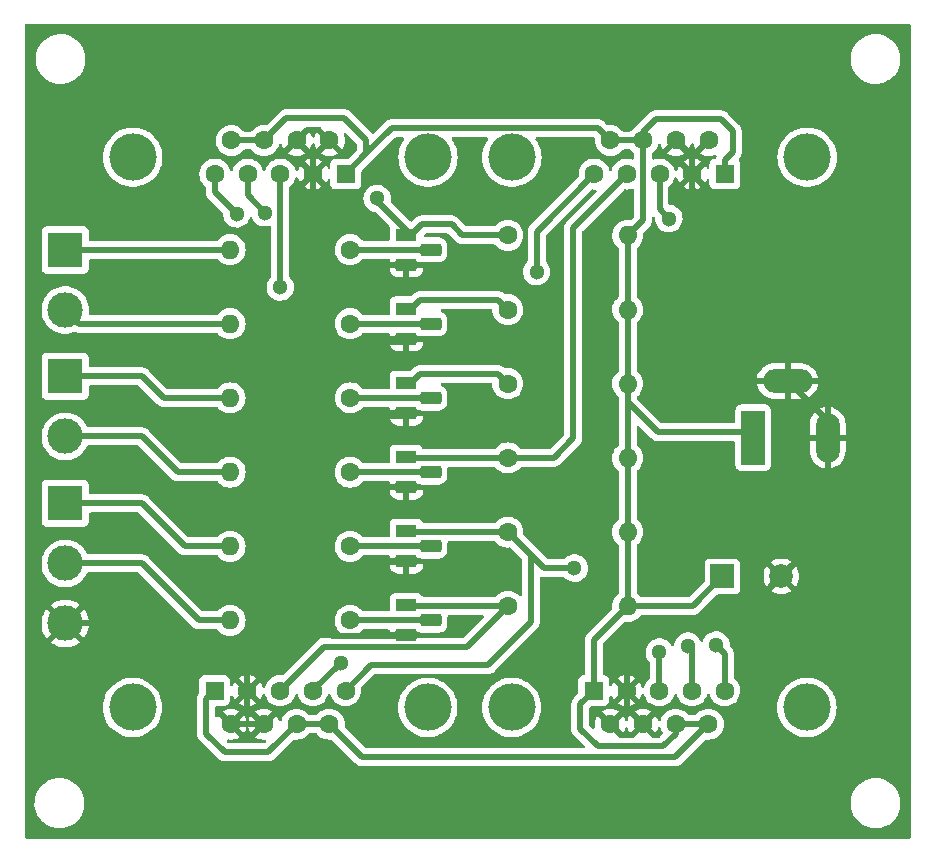
<source format=gbr>
%TF.GenerationSoftware,KiCad,Pcbnew,(6.0.4)*%
%TF.CreationDate,2024-03-21T15:28:48+01:00*%
%TF.ProjectId,Big7segDisplayDrv,42696737-7365-4674-9469-73706c617944,rev?*%
%TF.SameCoordinates,Original*%
%TF.FileFunction,Copper,L2,Bot*%
%TF.FilePolarity,Positive*%
%FSLAX46Y46*%
G04 Gerber Fmt 4.6, Leading zero omitted, Abs format (unit mm)*
G04 Created by KiCad (PCBNEW (6.0.4)) date 2024-03-21 15:28:48*
%MOMM*%
%LPD*%
G01*
G04 APERTURE LIST*
G04 Aperture macros list*
%AMRoundRect*
0 Rectangle with rounded corners*
0 $1 Rounding radius*
0 $2 $3 $4 $5 $6 $7 $8 $9 X,Y pos of 4 corners*
0 Add a 4 corners polygon primitive as box body*
4,1,4,$2,$3,$4,$5,$6,$7,$8,$9,$2,$3,0*
0 Add four circle primitives for the rounded corners*
1,1,$1+$1,$2,$3*
1,1,$1+$1,$4,$5*
1,1,$1+$1,$6,$7*
1,1,$1+$1,$8,$9*
0 Add four rect primitives between the rounded corners*
20,1,$1+$1,$2,$3,$4,$5,0*
20,1,$1+$1,$4,$5,$6,$7,0*
20,1,$1+$1,$6,$7,$8,$9,0*
20,1,$1+$1,$8,$9,$2,$3,0*%
G04 Aperture macros list end*
%TA.AperFunction,ComponentPad*%
%ADD10C,4.000000*%
%TD*%
%TA.AperFunction,ComponentPad*%
%ADD11R,1.600000X1.600000*%
%TD*%
%TA.AperFunction,ComponentPad*%
%ADD12C,1.600000*%
%TD*%
%TA.AperFunction,ComponentPad*%
%ADD13R,1.800000X1.100000*%
%TD*%
%TA.AperFunction,ComponentPad*%
%ADD14RoundRect,0.275000X-0.625000X0.275000X-0.625000X-0.275000X0.625000X-0.275000X0.625000X0.275000X0*%
%TD*%
%TA.AperFunction,ComponentPad*%
%ADD15R,2.000000X4.600000*%
%TD*%
%TA.AperFunction,ComponentPad*%
%ADD16O,2.000000X4.200000*%
%TD*%
%TA.AperFunction,ComponentPad*%
%ADD17O,4.200000X2.000000*%
%TD*%
%TA.AperFunction,ComponentPad*%
%ADD18R,2.000000X2.000000*%
%TD*%
%TA.AperFunction,ComponentPad*%
%ADD19C,2.000000*%
%TD*%
%TA.AperFunction,ComponentPad*%
%ADD20O,1.600000X1.600000*%
%TD*%
%TA.AperFunction,ComponentPad*%
%ADD21R,3.000000X3.000000*%
%TD*%
%TA.AperFunction,ComponentPad*%
%ADD22C,3.000000*%
%TD*%
%TA.AperFunction,ViaPad*%
%ADD23C,1.300000*%
%TD*%
%TA.AperFunction,Conductor*%
%ADD24C,0.500000*%
%TD*%
G04 APERTURE END LIST*
D10*
%TO.P,J6,0,PAD*%
%TO.N,Net-(J4-Pad0)*%
X107010000Y-77110331D03*
X132010000Y-77110331D03*
D11*
%TO.P,J6,1,1*%
%TO.N,VCC*%
X125050000Y-78530331D03*
D12*
%TO.P,J6,2,2*%
%TO.N,GNDREF*%
X122280000Y-78530331D03*
%TO.P,J6,3,3*%
%TO.N,/sStrobe*%
X119510000Y-78530331D03*
%TO.P,J6,4,4*%
%TO.N,/ssd3*%
X116740000Y-78530331D03*
%TO.P,J6,5,5*%
%TO.N,/sClk*%
X113970000Y-78530331D03*
%TO.P,J6,6,6*%
%TO.N,GNDREF*%
X123665000Y-75690331D03*
%TO.P,J6,7,7*%
X120895000Y-75690331D03*
%TO.P,J6,8,8*%
%TO.N,VCC*%
X118125000Y-75690331D03*
%TO.P,J6,9,9*%
X115355000Y-75690331D03*
%TD*%
D13*
%TO.P,Q1,1,C*%
%TO.N,/ssd1*%
X130180000Y-83682000D03*
D14*
%TO.P,Q1,2,B*%
%TO.N,Net-(Q1-Pad2)*%
X132250000Y-84952000D03*
%TO.P,Q1,3,E*%
%TO.N,GNDREF*%
X130180000Y-86222000D03*
%TD*%
D10*
%TO.P,J7,0,PAD*%
%TO.N,Net-(J4-Pad0)*%
X164110000Y-77110331D03*
X139110000Y-77110331D03*
D11*
%TO.P,J7,1,1*%
%TO.N,VCC*%
X157150000Y-78530331D03*
D12*
%TO.P,J7,2,2*%
%TO.N,GNDREF*%
X154380000Y-78530331D03*
%TO.P,J7,3,3*%
%TO.N,/sStrobe*%
X151610000Y-78530331D03*
%TO.P,J7,4,4*%
%TO.N,/ssd4*%
X148840000Y-78530331D03*
%TO.P,J7,5,5*%
%TO.N,/sClk*%
X146070000Y-78530331D03*
%TO.P,J7,6,6*%
%TO.N,GNDREF*%
X155765000Y-75690331D03*
%TO.P,J7,7,7*%
X152995000Y-75690331D03*
%TO.P,J7,8,8*%
%TO.N,VCC*%
X150225000Y-75690331D03*
%TO.P,J7,9,9*%
X147455000Y-75690331D03*
%TD*%
D15*
%TO.P,J10,1*%
%TO.N,VCC*%
X159550000Y-100850000D03*
D16*
%TO.P,J10,2*%
%TO.N,GNDREF*%
X165850000Y-100850000D03*
D17*
%TO.P,J10,3*%
X162450000Y-96050000D03*
%TD*%
D13*
%TO.P,Q5,1,C*%
%TO.N,/sClk*%
X130180000Y-108778000D03*
D14*
%TO.P,Q5,2,B*%
%TO.N,Net-(Q5-Pad2)*%
X132250000Y-110048000D03*
%TO.P,Q5,3,E*%
%TO.N,GNDREF*%
X130180000Y-111318000D03*
%TD*%
D18*
%TO.P,C1,1*%
%TO.N,VCC*%
X156932323Y-112600000D03*
D19*
%TO.P,C1,2*%
%TO.N,GNDREF*%
X161932323Y-112600000D03*
%TD*%
D12*
%TO.P,R3,1*%
%TO.N,/ssd3*%
X138760000Y-96286000D03*
D20*
%TO.P,R3,2*%
%TO.N,VCC*%
X148920000Y-96286000D03*
%TD*%
D21*
%TO.P,J2,1,Pin_1*%
%TO.N,/serData3*%
X101300000Y-95660000D03*
D22*
%TO.P,J2,2,Pin_2*%
%TO.N,/serData4*%
X101300000Y-100740000D03*
%TD*%
D13*
%TO.P,Q2,1,C*%
%TO.N,/ssd2*%
X130180000Y-89956000D03*
D14*
%TO.P,Q2,2,B*%
%TO.N,Net-(Q2-Pad2)*%
X132250000Y-91226000D03*
%TO.P,Q2,3,E*%
%TO.N,GNDREF*%
X130180000Y-92496000D03*
%TD*%
D13*
%TO.P,Q4,1,C*%
%TO.N,/ssd4*%
X130180000Y-102504000D03*
D14*
%TO.P,Q4,2,B*%
%TO.N,Net-(Q4-Pad2)*%
X132250000Y-103774000D03*
%TO.P,Q4,3,E*%
%TO.N,GNDREF*%
X130180000Y-105044000D03*
%TD*%
D12*
%TO.P,R9,1*%
%TO.N,Net-(Q3-Pad2)*%
X125420000Y-97486000D03*
D20*
%TO.P,R9,2*%
%TO.N,/serData3*%
X115260000Y-97486000D03*
%TD*%
D12*
%TO.P,R1,1*%
%TO.N,/ssd1*%
X138760000Y-83726000D03*
D20*
%TO.P,R1,2*%
%TO.N,VCC*%
X148920000Y-83726000D03*
%TD*%
D12*
%TO.P,R2,1*%
%TO.N,/ssd2*%
X138760000Y-90006000D03*
D20*
%TO.P,R2,2*%
%TO.N,VCC*%
X148920000Y-90006000D03*
%TD*%
D10*
%TO.P,J4,0,PAD*%
%TO.N,Net-(J4-Pad0)*%
X131990000Y-123689669D03*
X106990000Y-123689669D03*
D11*
%TO.P,J4,1,1*%
%TO.N,VCC*%
X113950000Y-122269669D03*
D12*
%TO.P,J4,2,2*%
%TO.N,GNDREF*%
X116720000Y-122269669D03*
%TO.P,J4,3,3*%
%TO.N,/sStrobe*%
X119490000Y-122269669D03*
%TO.P,J4,4,4*%
%TO.N,/ssd1*%
X122260000Y-122269669D03*
%TO.P,J4,5,5*%
%TO.N,/sClk*%
X125030000Y-122269669D03*
%TO.P,J4,6,6*%
%TO.N,GNDREF*%
X115335000Y-125109669D03*
%TO.P,J4,7,7*%
X118105000Y-125109669D03*
%TO.P,J4,8,8*%
%TO.N,VCC*%
X120875000Y-125109669D03*
%TO.P,J4,9,9*%
X123645000Y-125109669D03*
%TD*%
%TO.P,R8,1*%
%TO.N,Net-(Q2-Pad2)*%
X125420000Y-91206000D03*
D20*
%TO.P,R8,2*%
%TO.N,/serData2*%
X115260000Y-91206000D03*
%TD*%
D12*
%TO.P,R4,1*%
%TO.N,/ssd4*%
X138760000Y-102566000D03*
D20*
%TO.P,R4,2*%
%TO.N,VCC*%
X148920000Y-102566000D03*
%TD*%
D13*
%TO.P,Q6,1,C*%
%TO.N,/sStrobe*%
X130180000Y-115052000D03*
D14*
%TO.P,Q6,2,B*%
%TO.N,Net-(Q6-Pad2)*%
X132250000Y-116322000D03*
%TO.P,Q6,3,E*%
%TO.N,GNDREF*%
X130180000Y-117592000D03*
%TD*%
D12*
%TO.P,R10,1*%
%TO.N,Net-(Q4-Pad2)*%
X125420000Y-103766000D03*
D20*
%TO.P,R10,2*%
%TO.N,/serData4*%
X115260000Y-103766000D03*
%TD*%
D12*
%TO.P,R12,1*%
%TO.N,Net-(Q6-Pad2)*%
X125420000Y-116326000D03*
D20*
%TO.P,R12,2*%
%TO.N,/Strobe*%
X115260000Y-116326000D03*
%TD*%
D12*
%TO.P,R7,1*%
%TO.N,Net-(Q1-Pad2)*%
X125420000Y-84926000D03*
D20*
%TO.P,R7,2*%
%TO.N,/serData1*%
X115260000Y-84926000D03*
%TD*%
D10*
%TO.P,J5,0,PAD*%
%TO.N,Net-(J4-Pad0)*%
X164090000Y-123689669D03*
X139090000Y-123689669D03*
D11*
%TO.P,J5,1,1*%
%TO.N,VCC*%
X146050000Y-122269669D03*
D12*
%TO.P,J5,2,2*%
%TO.N,GNDREF*%
X148820000Y-122269669D03*
%TO.P,J5,3,3*%
%TO.N,/sStrobe*%
X151590000Y-122269669D03*
%TO.P,J5,4,4*%
%TO.N,/ssd2*%
X154360000Y-122269669D03*
%TO.P,J5,5,5*%
%TO.N,/sClk*%
X157130000Y-122269669D03*
%TO.P,J5,6,6*%
%TO.N,GNDREF*%
X147435000Y-125109669D03*
%TO.P,J5,7,7*%
X150205000Y-125109669D03*
%TO.P,J5,8,8*%
%TO.N,VCC*%
X152975000Y-125109669D03*
%TO.P,J5,9,9*%
X155745000Y-125109669D03*
%TD*%
%TO.P,R6,1*%
%TO.N,/sStrobe*%
X138760000Y-115126000D03*
D20*
%TO.P,R6,2*%
%TO.N,VCC*%
X148920000Y-115126000D03*
%TD*%
D12*
%TO.P,R5,1*%
%TO.N,/sClk*%
X138760000Y-108846000D03*
D20*
%TO.P,R5,2*%
%TO.N,VCC*%
X148920000Y-108846000D03*
%TD*%
D12*
%TO.P,R11,1*%
%TO.N,Net-(Q5-Pad2)*%
X125420000Y-110046000D03*
D20*
%TO.P,R11,2*%
%TO.N,/Clk*%
X115260000Y-110046000D03*
%TD*%
D13*
%TO.P,Q3,1,C*%
%TO.N,/ssd3*%
X130180000Y-96230000D03*
D14*
%TO.P,Q3,2,B*%
%TO.N,Net-(Q3-Pad2)*%
X132250000Y-97500000D03*
%TO.P,Q3,3,E*%
%TO.N,GNDREF*%
X130180000Y-98770000D03*
%TD*%
D21*
%TO.P,J1,1,Pin_1*%
%TO.N,/serData1*%
X101300000Y-84960000D03*
D22*
%TO.P,J1,2,Pin_2*%
%TO.N,/serData2*%
X101300000Y-90040000D03*
%TD*%
D21*
%TO.P,J3,1,Pin_1*%
%TO.N,/Clk*%
X101300000Y-106420000D03*
D22*
%TO.P,J3,2,Pin_2*%
%TO.N,/Strobe*%
X101300000Y-111500000D03*
%TO.P,J3,3,Pin_3*%
%TO.N,GNDREF*%
X101300000Y-116580000D03*
%TD*%
D23*
%TO.N,GNDREF*%
X162400000Y-87800000D03*
X122280000Y-100720000D03*
%TO.N,/sStrobe*%
X151600000Y-119000000D03*
X152400000Y-82300000D03*
X119500000Y-88100000D03*
%TO.N,/ssd1*%
X124600000Y-119900000D03*
X127700000Y-80600000D03*
%TO.N,/sClk*%
X156400000Y-118400000D03*
X141200000Y-86800000D03*
X144400000Y-111900000D03*
X115800000Y-81900000D03*
%TO.N,/ssd2*%
X154000000Y-118500000D03*
%TO.N,/ssd3*%
X118200000Y-81800000D03*
%TD*%
D24*
%TO.N,VCC*%
X148900000Y-97800000D02*
X148920000Y-97780000D01*
X118125000Y-75690331D02*
X120015331Y-73800000D01*
X148920000Y-115126000D02*
X154406323Y-115126000D01*
X126790165Y-76790165D02*
X125050000Y-78530331D01*
X157800000Y-74900000D02*
X156800000Y-73900000D01*
X152975000Y-125925000D02*
X151900000Y-127000000D01*
X157800000Y-76700000D02*
X157800000Y-74900000D01*
X118484669Y-127500000D02*
X120875000Y-125109669D01*
X155745000Y-125109669D02*
X152975000Y-125109669D01*
X148920000Y-83726000D02*
X150225000Y-82421000D01*
X159150000Y-98950000D02*
X159150000Y-100350000D01*
X144900000Y-123419669D02*
X146050000Y-122269669D01*
X156800000Y-73900000D02*
X151300000Y-73900000D01*
X154406323Y-115126000D02*
X156932323Y-112600000D01*
X126435331Y-127900000D02*
X152954669Y-127900000D01*
X114800000Y-127500000D02*
X118484669Y-127500000D01*
X148920000Y-102566000D02*
X148920000Y-96286000D01*
X124900000Y-73800000D02*
X126790165Y-75690165D01*
X151900000Y-127000000D02*
X146400000Y-127000000D01*
X144900000Y-125500000D02*
X144900000Y-123419669D01*
X146400000Y-127000000D02*
X144900000Y-125500000D01*
X148920000Y-97780000D02*
X148920000Y-96286000D01*
X120015331Y-73800000D02*
X124900000Y-73800000D01*
X151500000Y-100400000D02*
X148900000Y-97800000D01*
X120875000Y-125109669D02*
X123645000Y-125109669D01*
X128919511Y-74660820D02*
X126790165Y-76790165D01*
X150225000Y-82421000D02*
X150225000Y-75690331D01*
X148920000Y-108846000D02*
X148920000Y-115126000D01*
X159100000Y-100400000D02*
X151500000Y-100400000D01*
X146050000Y-117996000D02*
X148920000Y-115126000D01*
X148920000Y-90006000D02*
X148920000Y-96286000D01*
X159550000Y-100850000D02*
X159100000Y-100400000D01*
X157150000Y-78530331D02*
X157150000Y-77350000D01*
X157150000Y-77350000D02*
X157800000Y-76700000D01*
X146425489Y-74660820D02*
X128919511Y-74660820D01*
X147455000Y-75690331D02*
X146425489Y-74660820D01*
X150225000Y-74975000D02*
X150225000Y-75690331D01*
X113200000Y-125900000D02*
X114800000Y-127500000D01*
X126790165Y-75690165D02*
X126790165Y-76790165D01*
X150225000Y-75690331D02*
X147455000Y-75690331D01*
X123645000Y-125109669D02*
X126435331Y-127900000D01*
X115355000Y-75690331D02*
X118125000Y-75690331D01*
X148920000Y-102566000D02*
X148920000Y-108846000D01*
X113950000Y-122269669D02*
X113200000Y-123019669D01*
X146050000Y-122269669D02*
X146050000Y-117996000D01*
X113200000Y-123019669D02*
X113200000Y-125900000D01*
X148920000Y-83726000D02*
X148920000Y-90006000D01*
X151300000Y-73900000D02*
X150225000Y-74975000D01*
X152975000Y-125109669D02*
X152975000Y-125925000D01*
X152954669Y-127900000D02*
X155745000Y-125109669D01*
%TO.N,GNDREF*%
X115335000Y-125109669D02*
X118105000Y-125109669D01*
X107800000Y-116580000D02*
X110520000Y-119300000D01*
X130580000Y-117592000D02*
X130496489Y-117675511D01*
X124778170Y-99035511D02*
X122280000Y-96537341D01*
X115500000Y-119300000D02*
X116720000Y-120520000D01*
X127404000Y-86196000D02*
X130554000Y-86196000D01*
X127116000Y-105044000D02*
X122280000Y-109880000D01*
X162450000Y-96050000D02*
X165850000Y-99450000D01*
X107800000Y-116580000D02*
X101300000Y-116580000D01*
X127404000Y-86196000D02*
X127430000Y-86222000D01*
X162450000Y-87850000D02*
X162450000Y-96050000D01*
X116720000Y-120520000D02*
X116720000Y-122269669D01*
X149900000Y-116400000D02*
X148820000Y-117480000D01*
X122280000Y-102393076D02*
X122280000Y-100720000D01*
X130314489Y-99035511D02*
X124778170Y-99035511D01*
X130502489Y-111395511D02*
X127604489Y-111395511D01*
X124100000Y-87200000D02*
X122280000Y-85380000D01*
X122280000Y-78530331D02*
X122280000Y-77075331D01*
X154607665Y-76847666D02*
X154152334Y-76847666D01*
X122280000Y-85380000D02*
X122280000Y-85220000D01*
X130496489Y-117675511D02*
X123875511Y-117675511D01*
X130320489Y-92755511D02*
X130580000Y-92496000D01*
X154380000Y-78530331D02*
X154380000Y-79780000D01*
X165850000Y-99450000D02*
X165850000Y-100850000D01*
X122280000Y-108673076D02*
X122280000Y-101720000D01*
X130580000Y-111318000D02*
X130502489Y-111395511D01*
X154380000Y-79780000D02*
X162400000Y-87800000D01*
X122280000Y-90920000D02*
X124115511Y-92755511D01*
X122280000Y-77075331D02*
X122627665Y-76727665D01*
X127404000Y-86196000D02*
X126400000Y-87200000D01*
X120895000Y-75690331D02*
X121932334Y-76727665D01*
X116720000Y-123724669D02*
X115335000Y-125109669D01*
X116720000Y-122269669D02*
X116720000Y-120040000D01*
X122627665Y-76727665D02*
X123665000Y-75690331D01*
X130580000Y-98770000D02*
X130314489Y-99035511D01*
X127604489Y-111395511D02*
X124320000Y-114680000D01*
X121932334Y-76727665D02*
X122627665Y-76727665D01*
X122280000Y-85220000D02*
X122280000Y-78530331D01*
X122080000Y-114680000D02*
X122280000Y-114480000D01*
X122280000Y-114480000D02*
X122280000Y-109880000D01*
X148820000Y-117480000D02*
X148820000Y-122269669D01*
X130554000Y-86196000D02*
X130580000Y-86222000D01*
X154152334Y-76847666D02*
X152995000Y-75690331D01*
X148820000Y-122269669D02*
X148820000Y-123724669D01*
X116720000Y-122269669D02*
X116720000Y-123724669D01*
X148820000Y-123724669D02*
X147435000Y-125109669D01*
X154380000Y-77075331D02*
X154152334Y-76847666D01*
X110520000Y-119300000D02*
X115500000Y-119300000D01*
X122280000Y-95980000D02*
X122280000Y-90920000D01*
X122280000Y-90920000D02*
X122280000Y-85220000D01*
X126400000Y-87200000D02*
X124100000Y-87200000D01*
X154380000Y-78530331D02*
X154380000Y-77075331D01*
X122280000Y-116080000D02*
X122280000Y-114480000D01*
X122280000Y-96537341D02*
X122280000Y-95980000D01*
X116720000Y-120040000D02*
X122080000Y-114680000D01*
X155765000Y-75690331D02*
X154607665Y-76847666D01*
X130580000Y-105044000D02*
X127116000Y-105044000D01*
X158132323Y-116400000D02*
X149900000Y-116400000D01*
X161932323Y-112600000D02*
X158132323Y-116400000D01*
X124320000Y-114680000D02*
X122080000Y-114680000D01*
X122280000Y-109880000D02*
X122280000Y-107980000D01*
X148820000Y-123724669D02*
X150205000Y-125109669D01*
X123875511Y-117675511D02*
X122280000Y-116080000D01*
X124115511Y-92755511D02*
X130320489Y-92755511D01*
X165850000Y-100850000D02*
X165850000Y-108682323D01*
X165850000Y-108682323D02*
X161932323Y-112600000D01*
X122280000Y-100720000D02*
X122280000Y-95980000D01*
X162400000Y-87800000D02*
X162450000Y-87850000D01*
%TO.N,/serData1*%
X115260000Y-84926000D02*
X115226000Y-84960000D01*
X115226000Y-84960000D02*
X101300000Y-84960000D01*
%TO.N,/serData2*%
X102466000Y-91206000D02*
X101300000Y-90040000D01*
X115260000Y-91206000D02*
X102466000Y-91206000D01*
%TO.N,/serData3*%
X107800000Y-95660000D02*
X101300000Y-95660000D01*
X115260000Y-97486000D02*
X109626000Y-97486000D01*
X109626000Y-97486000D02*
X107800000Y-95660000D01*
%TO.N,/serData4*%
X110826000Y-103766000D02*
X107800000Y-100740000D01*
X107800000Y-100740000D02*
X101300000Y-100740000D01*
X115260000Y-103766000D02*
X110826000Y-103766000D01*
%TO.N,/Clk*%
X111426000Y-110046000D02*
X107800000Y-106420000D01*
X107800000Y-106420000D02*
X101300000Y-106420000D01*
X115260000Y-110046000D02*
X111426000Y-110046000D01*
%TO.N,/Strobe*%
X115260000Y-116326000D02*
X112626000Y-116326000D01*
X107800000Y-111500000D02*
X101300000Y-111500000D01*
X112626000Y-116326000D02*
X107800000Y-111500000D01*
%TO.N,/sStrobe*%
X151590000Y-119010000D02*
X151590000Y-122269669D01*
X135345480Y-118540520D02*
X138760000Y-115126000D01*
X138660000Y-115026000D02*
X138760000Y-115126000D01*
X119510000Y-88090000D02*
X119510000Y-78530331D01*
X123219149Y-118540520D02*
X135345480Y-118540520D01*
X119500000Y-88100000D02*
X119510000Y-88090000D01*
X130654000Y-115126000D02*
X138760000Y-115126000D01*
X119490000Y-122269669D02*
X123219149Y-118540520D01*
X151610000Y-78530331D02*
X151610000Y-81510000D01*
X130580000Y-115052000D02*
X130654000Y-115126000D01*
X151610000Y-81510000D02*
X152400000Y-82300000D01*
X151600000Y-119000000D02*
X151590000Y-119010000D01*
%TO.N,/ssd1*%
X127700000Y-80802000D02*
X130580000Y-83682000D01*
X138760000Y-83726000D02*
X134926000Y-83726000D01*
X127700000Y-80600000D02*
X127700000Y-80802000D01*
X134926000Y-83726000D02*
X134000000Y-82800000D01*
X134000000Y-82800000D02*
X131462000Y-82800000D01*
X122260000Y-122240000D02*
X124600000Y-119900000D01*
X122260000Y-122269669D02*
X122260000Y-122240000D01*
X131462000Y-82800000D02*
X130580000Y-83682000D01*
X138690000Y-83656000D02*
X138760000Y-83726000D01*
%TO.N,/sClk*%
X140700000Y-110786000D02*
X139357000Y-109443000D01*
X127199669Y-120100000D02*
X137100000Y-120100000D01*
X156400000Y-118400000D02*
X157130000Y-119130000D01*
X113970000Y-78530331D02*
X113970000Y-80070000D01*
X140700000Y-116500000D02*
X140700000Y-110786000D01*
X125030000Y-122269669D02*
X127199669Y-120100000D01*
X141814000Y-111900000D02*
X139357000Y-109443000D01*
X139357000Y-109443000D02*
X138760000Y-108846000D01*
X157130000Y-119130000D02*
X157130000Y-122269669D01*
X130648000Y-108846000D02*
X138760000Y-108846000D01*
X137100000Y-120100000D02*
X140700000Y-116500000D01*
X138666000Y-108752000D02*
X138760000Y-108846000D01*
X113970000Y-80070000D02*
X115800000Y-81900000D01*
X144400000Y-111900000D02*
X141814000Y-111900000D01*
X141200000Y-83400331D02*
X141200000Y-86800000D01*
X146070000Y-78530331D02*
X141200000Y-83400331D01*
X130580000Y-108778000D02*
X130648000Y-108846000D01*
%TO.N,/ssd2*%
X131329999Y-89206001D02*
X130580000Y-89956000D01*
X137960001Y-89206001D02*
X131329999Y-89206001D01*
X154000000Y-118500000D02*
X154360000Y-118860000D01*
X154360000Y-118860000D02*
X154360000Y-122269669D01*
X138760000Y-90006000D02*
X137960001Y-89206001D01*
%TO.N,/ssd3*%
X116740000Y-78530331D02*
X116740000Y-80340000D01*
X116740000Y-80340000D02*
X118200000Y-81800000D01*
X138760000Y-96286000D02*
X137960001Y-95486001D01*
X131323999Y-95486001D02*
X130580000Y-96230000D01*
X137960001Y-95486001D02*
X131323999Y-95486001D01*
%TO.N,/ssd4*%
X138672000Y-102478000D02*
X138760000Y-102566000D01*
X130642000Y-102566000D02*
X138760000Y-102566000D01*
X130580000Y-102504000D02*
X130642000Y-102566000D01*
X148840000Y-78530331D02*
X144300000Y-83070331D01*
X142634000Y-102566000D02*
X138760000Y-102566000D01*
X144300000Y-83070331D02*
X144300000Y-100900000D01*
X144300000Y-100900000D02*
X142634000Y-102566000D01*
%TO.N,Net-(Q1-Pad2)*%
X125420000Y-84926000D02*
X131940000Y-84926000D01*
%TO.N,Net-(Q2-Pad2)*%
X125426000Y-91200000D02*
X125420000Y-91206000D01*
X131830000Y-91206000D02*
X131850000Y-91226000D01*
X125420000Y-91206000D02*
X131830000Y-91206000D01*
%TO.N,Net-(Q3-Pad2)*%
X125432000Y-97474000D02*
X125420000Y-97486000D01*
X125420000Y-97486000D02*
X131836000Y-97486000D01*
X131836000Y-97486000D02*
X131850000Y-97500000D01*
%TO.N,Net-(Q4-Pad2)*%
X125438000Y-103748000D02*
X125420000Y-103766000D01*
X125420000Y-103766000D02*
X131842000Y-103766000D01*
X131842000Y-103766000D02*
X131850000Y-103774000D01*
%TO.N,Net-(Q5-Pad2)*%
X131850000Y-110048000D02*
X131848000Y-110046000D01*
X125444000Y-110022000D02*
X125420000Y-110046000D01*
X131848000Y-110046000D02*
X125420000Y-110046000D01*
%TO.N,Net-(Q6-Pad2)*%
X131850000Y-116322000D02*
X131846000Y-116326000D01*
X131910000Y-116326000D02*
X131940000Y-116296000D01*
X131846000Y-116326000D02*
X125420000Y-116326000D01*
%TD*%
%TA.AperFunction,Conductor*%
%TO.N,GNDREF*%
G36*
X172833621Y-65828502D02*
G01*
X172880114Y-65882158D01*
X172891500Y-65934500D01*
X172891500Y-134665500D01*
X172871498Y-134733621D01*
X172817842Y-134780114D01*
X172765500Y-134791500D01*
X98034500Y-134791500D01*
X97966379Y-134771498D01*
X97919886Y-134717842D01*
X97908500Y-134665500D01*
X97908500Y-131932703D01*
X98690743Y-131932703D01*
X98728268Y-132217734D01*
X98804129Y-132495036D01*
X98916923Y-132759476D01*
X99064561Y-133006161D01*
X99244313Y-133230528D01*
X99452851Y-133428423D01*
X99686317Y-133596186D01*
X99690112Y-133598195D01*
X99690113Y-133598196D01*
X99711869Y-133609715D01*
X99940392Y-133730712D01*
X100210373Y-133829511D01*
X100491264Y-133890755D01*
X100519841Y-133893004D01*
X100714282Y-133908307D01*
X100714291Y-133908307D01*
X100716739Y-133908500D01*
X100872271Y-133908500D01*
X100874407Y-133908354D01*
X100874418Y-133908354D01*
X101082548Y-133894165D01*
X101082554Y-133894164D01*
X101086825Y-133893873D01*
X101091020Y-133893004D01*
X101091022Y-133893004D01*
X101227584Y-133864723D01*
X101368342Y-133835574D01*
X101639343Y-133739607D01*
X101894812Y-133607750D01*
X101898313Y-133605289D01*
X101898317Y-133605287D01*
X102012417Y-133525096D01*
X102130023Y-133442441D01*
X102340622Y-133246740D01*
X102522713Y-133024268D01*
X102672927Y-132779142D01*
X102788483Y-132515898D01*
X102867244Y-132239406D01*
X102907751Y-131954784D01*
X102907845Y-131936951D01*
X102907867Y-131932703D01*
X167790743Y-131932703D01*
X167828268Y-132217734D01*
X167904129Y-132495036D01*
X168016923Y-132759476D01*
X168164561Y-133006161D01*
X168344313Y-133230528D01*
X168552851Y-133428423D01*
X168786317Y-133596186D01*
X168790112Y-133598195D01*
X168790113Y-133598196D01*
X168811869Y-133609715D01*
X169040392Y-133730712D01*
X169310373Y-133829511D01*
X169591264Y-133890755D01*
X169619841Y-133893004D01*
X169814282Y-133908307D01*
X169814291Y-133908307D01*
X169816739Y-133908500D01*
X169972271Y-133908500D01*
X169974407Y-133908354D01*
X169974418Y-133908354D01*
X170182548Y-133894165D01*
X170182554Y-133894164D01*
X170186825Y-133893873D01*
X170191020Y-133893004D01*
X170191022Y-133893004D01*
X170327584Y-133864723D01*
X170468342Y-133835574D01*
X170739343Y-133739607D01*
X170994812Y-133607750D01*
X170998313Y-133605289D01*
X170998317Y-133605287D01*
X171112417Y-133525096D01*
X171230023Y-133442441D01*
X171440622Y-133246740D01*
X171622713Y-133024268D01*
X171772927Y-132779142D01*
X171888483Y-132515898D01*
X171967244Y-132239406D01*
X172007751Y-131954784D01*
X172007845Y-131936951D01*
X172009235Y-131671583D01*
X172009235Y-131671576D01*
X172009257Y-131667297D01*
X171971732Y-131382266D01*
X171895871Y-131104964D01*
X171783077Y-130840524D01*
X171635439Y-130593839D01*
X171455687Y-130369472D01*
X171247149Y-130171577D01*
X171013683Y-130003814D01*
X170991843Y-129992250D01*
X170968654Y-129979972D01*
X170759608Y-129869288D01*
X170489627Y-129770489D01*
X170208736Y-129709245D01*
X170177685Y-129706801D01*
X169985718Y-129691693D01*
X169985709Y-129691693D01*
X169983261Y-129691500D01*
X169827729Y-129691500D01*
X169825593Y-129691646D01*
X169825582Y-129691646D01*
X169617452Y-129705835D01*
X169617446Y-129705836D01*
X169613175Y-129706127D01*
X169608980Y-129706996D01*
X169608978Y-129706996D01*
X169472417Y-129735276D01*
X169331658Y-129764426D01*
X169060657Y-129860393D01*
X168805188Y-129992250D01*
X168801687Y-129994711D01*
X168801683Y-129994713D01*
X168791594Y-130001804D01*
X168569977Y-130157559D01*
X168359378Y-130353260D01*
X168177287Y-130575732D01*
X168027073Y-130820858D01*
X167911517Y-131084102D01*
X167832756Y-131360594D01*
X167792249Y-131645216D01*
X167792227Y-131649505D01*
X167792226Y-131649512D01*
X167790765Y-131928417D01*
X167790743Y-131932703D01*
X102907867Y-131932703D01*
X102909235Y-131671583D01*
X102909235Y-131671576D01*
X102909257Y-131667297D01*
X102871732Y-131382266D01*
X102795871Y-131104964D01*
X102683077Y-130840524D01*
X102535439Y-130593839D01*
X102355687Y-130369472D01*
X102147149Y-130171577D01*
X101913683Y-130003814D01*
X101891843Y-129992250D01*
X101868654Y-129979972D01*
X101659608Y-129869288D01*
X101389627Y-129770489D01*
X101108736Y-129709245D01*
X101077685Y-129706801D01*
X100885718Y-129691693D01*
X100885709Y-129691693D01*
X100883261Y-129691500D01*
X100727729Y-129691500D01*
X100725593Y-129691646D01*
X100725582Y-129691646D01*
X100517452Y-129705835D01*
X100517446Y-129705836D01*
X100513175Y-129706127D01*
X100508980Y-129706996D01*
X100508978Y-129706996D01*
X100372417Y-129735276D01*
X100231658Y-129764426D01*
X99960657Y-129860393D01*
X99705188Y-129992250D01*
X99701687Y-129994711D01*
X99701683Y-129994713D01*
X99691594Y-130001804D01*
X99469977Y-130157559D01*
X99259378Y-130353260D01*
X99077287Y-130575732D01*
X98927073Y-130820858D01*
X98811517Y-131084102D01*
X98732756Y-131360594D01*
X98692249Y-131645216D01*
X98692227Y-131649505D01*
X98692226Y-131649512D01*
X98690765Y-131928417D01*
X98690743Y-131932703D01*
X97908500Y-131932703D01*
X97908500Y-123689669D01*
X104476540Y-123689669D01*
X104496359Y-124004689D01*
X104555505Y-124314741D01*
X104653044Y-124614935D01*
X104654731Y-124618521D01*
X104654733Y-124618525D01*
X104785750Y-124896952D01*
X104785754Y-124896959D01*
X104787438Y-124900538D01*
X104956568Y-125167044D01*
X105157767Y-125410251D01*
X105160657Y-125412965D01*
X105160658Y-125412966D01*
X105181918Y-125432930D01*
X105387860Y-125626323D01*
X105643221Y-125811853D01*
X105646690Y-125813760D01*
X105646693Y-125813762D01*
X105908816Y-125957866D01*
X105919821Y-125963916D01*
X105923490Y-125965369D01*
X105923495Y-125965371D01*
X106209628Y-126078659D01*
X106213298Y-126080112D01*
X106519025Y-126158609D01*
X106832179Y-126198169D01*
X107147821Y-126198169D01*
X107460975Y-126158609D01*
X107766702Y-126080112D01*
X107770372Y-126078659D01*
X108056505Y-125965371D01*
X108056510Y-125965369D01*
X108060179Y-125963916D01*
X108071184Y-125957866D01*
X108224919Y-125873349D01*
X112436801Y-125873349D01*
X112437394Y-125880641D01*
X112437394Y-125880644D01*
X112441085Y-125926018D01*
X112441500Y-125936233D01*
X112441500Y-125944293D01*
X112442628Y-125953969D01*
X112444789Y-125972507D01*
X112445222Y-125976882D01*
X112451140Y-126049637D01*
X112453396Y-126056601D01*
X112454587Y-126062560D01*
X112455971Y-126068415D01*
X112456818Y-126075681D01*
X112481735Y-126144327D01*
X112483152Y-126148455D01*
X112486603Y-126159106D01*
X112505649Y-126217899D01*
X112509445Y-126224154D01*
X112511951Y-126229628D01*
X112514670Y-126235058D01*
X112517167Y-126241937D01*
X112521180Y-126248057D01*
X112521180Y-126248058D01*
X112557186Y-126302976D01*
X112559523Y-126306680D01*
X112597405Y-126369107D01*
X112601121Y-126373315D01*
X112601122Y-126373316D01*
X112604803Y-126377484D01*
X112604776Y-126377508D01*
X112607429Y-126380500D01*
X112610132Y-126383733D01*
X112614144Y-126389852D01*
X112625419Y-126400533D01*
X112670383Y-126443128D01*
X112672825Y-126445506D01*
X114216230Y-127988911D01*
X114228616Y-128003323D01*
X114237149Y-128014918D01*
X114237154Y-128014923D01*
X114241492Y-128020818D01*
X114247070Y-128025557D01*
X114247073Y-128025560D01*
X114281768Y-128055035D01*
X114289284Y-128061965D01*
X114294980Y-128067661D01*
X114297841Y-128069924D01*
X114297846Y-128069929D01*
X114317266Y-128085293D01*
X114320667Y-128088082D01*
X114376285Y-128135333D01*
X114382798Y-128138659D01*
X114387837Y-128142020D01*
X114392979Y-128145196D01*
X114398716Y-128149734D01*
X114464875Y-128180655D01*
X114468769Y-128182558D01*
X114533808Y-128215769D01*
X114540917Y-128217508D01*
X114546551Y-128219604D01*
X114552321Y-128221523D01*
X114558950Y-128224622D01*
X114566113Y-128226112D01*
X114566116Y-128226113D01*
X114616830Y-128236661D01*
X114630435Y-128239491D01*
X114634701Y-128240457D01*
X114705610Y-128257808D01*
X114711212Y-128258156D01*
X114711215Y-128258156D01*
X114716764Y-128258500D01*
X114716762Y-128258535D01*
X114720734Y-128258775D01*
X114724955Y-128259152D01*
X114732115Y-128260641D01*
X114809542Y-128258546D01*
X114812950Y-128258500D01*
X118417599Y-128258500D01*
X118436549Y-128259933D01*
X118450784Y-128262099D01*
X118450788Y-128262099D01*
X118458018Y-128263199D01*
X118465310Y-128262606D01*
X118465313Y-128262606D01*
X118510687Y-128258915D01*
X118520902Y-128258500D01*
X118528962Y-128258500D01*
X118546349Y-128256473D01*
X118557176Y-128255211D01*
X118561551Y-128254778D01*
X118627008Y-128249454D01*
X118627011Y-128249453D01*
X118634306Y-128248860D01*
X118641270Y-128246604D01*
X118647229Y-128245413D01*
X118653084Y-128244029D01*
X118660350Y-128243182D01*
X118728996Y-128218265D01*
X118733124Y-128216848D01*
X118795605Y-128196607D01*
X118795607Y-128196606D01*
X118802568Y-128194351D01*
X118808823Y-128190555D01*
X118814297Y-128188049D01*
X118819727Y-128185330D01*
X118826606Y-128182833D01*
X118832727Y-128178820D01*
X118887645Y-128142814D01*
X118891349Y-128140477D01*
X118953776Y-128102595D01*
X118962153Y-128095197D01*
X118962177Y-128095224D01*
X118965169Y-128092571D01*
X118968402Y-128089868D01*
X118974521Y-128085856D01*
X119027797Y-128029617D01*
X119030175Y-128027175D01*
X120612010Y-126445340D01*
X120674322Y-126411314D01*
X120712087Y-126408914D01*
X120869525Y-126422688D01*
X120875000Y-126423167D01*
X121103087Y-126403212D01*
X121108400Y-126401788D01*
X121108402Y-126401788D01*
X121318933Y-126345376D01*
X121318935Y-126345375D01*
X121324243Y-126343953D01*
X121408182Y-126304812D01*
X121526762Y-126249518D01*
X121526767Y-126249515D01*
X121531749Y-126247192D01*
X121636611Y-126173767D01*
X121714789Y-126119026D01*
X121714792Y-126119024D01*
X121719300Y-126115867D01*
X121881198Y-125953969D01*
X121903655Y-125921898D01*
X121959110Y-125877570D01*
X122006867Y-125868169D01*
X122513133Y-125868169D01*
X122581254Y-125888171D01*
X122616345Y-125921897D01*
X122638802Y-125953969D01*
X122800700Y-126115867D01*
X122805208Y-126119024D01*
X122805211Y-126119026D01*
X122883389Y-126173767D01*
X122988251Y-126247192D01*
X122993233Y-126249515D01*
X122993238Y-126249518D01*
X123111818Y-126304812D01*
X123195757Y-126343953D01*
X123201065Y-126345375D01*
X123201067Y-126345376D01*
X123411598Y-126401788D01*
X123411600Y-126401788D01*
X123416913Y-126403212D01*
X123645000Y-126423167D01*
X123650475Y-126422688D01*
X123807913Y-126408914D01*
X123877518Y-126422903D01*
X123907990Y-126445340D01*
X125851561Y-128388911D01*
X125863947Y-128403323D01*
X125872480Y-128414918D01*
X125872485Y-128414923D01*
X125876823Y-128420818D01*
X125882401Y-128425557D01*
X125882404Y-128425560D01*
X125917099Y-128455035D01*
X125924615Y-128461965D01*
X125930310Y-128467660D01*
X125933192Y-128469940D01*
X125952582Y-128485281D01*
X125955986Y-128488072D01*
X126006034Y-128530591D01*
X126011616Y-128535333D01*
X126018132Y-128538661D01*
X126023181Y-128542028D01*
X126028310Y-128545195D01*
X126034047Y-128549734D01*
X126100206Y-128580655D01*
X126104100Y-128582558D01*
X126169139Y-128615769D01*
X126176247Y-128617508D01*
X126181890Y-128619607D01*
X126187653Y-128621524D01*
X126194281Y-128624622D01*
X126201443Y-128626112D01*
X126201444Y-128626112D01*
X126265743Y-128639486D01*
X126270027Y-128640456D01*
X126340941Y-128657808D01*
X126346543Y-128658156D01*
X126346546Y-128658156D01*
X126352095Y-128658500D01*
X126352093Y-128658536D01*
X126356086Y-128658775D01*
X126360278Y-128659149D01*
X126367446Y-128660640D01*
X126444851Y-128658546D01*
X126448259Y-128658500D01*
X152887599Y-128658500D01*
X152906549Y-128659933D01*
X152920784Y-128662099D01*
X152920788Y-128662099D01*
X152928018Y-128663199D01*
X152935310Y-128662606D01*
X152935313Y-128662606D01*
X152980687Y-128658915D01*
X152990902Y-128658500D01*
X152998962Y-128658500D01*
X153016349Y-128656473D01*
X153027176Y-128655211D01*
X153031551Y-128654778D01*
X153097008Y-128649454D01*
X153097011Y-128649453D01*
X153104306Y-128648860D01*
X153111270Y-128646604D01*
X153117229Y-128645413D01*
X153123084Y-128644029D01*
X153130350Y-128643182D01*
X153198996Y-128618265D01*
X153203124Y-128616848D01*
X153265605Y-128596607D01*
X153265607Y-128596606D01*
X153272568Y-128594351D01*
X153278823Y-128590555D01*
X153284297Y-128588049D01*
X153289727Y-128585330D01*
X153296606Y-128582833D01*
X153302727Y-128578820D01*
X153357645Y-128542814D01*
X153361349Y-128540477D01*
X153423776Y-128502595D01*
X153432153Y-128495197D01*
X153432177Y-128495224D01*
X153435169Y-128492571D01*
X153438402Y-128489868D01*
X153444521Y-128485856D01*
X153497797Y-128429617D01*
X153500175Y-128427175D01*
X155482010Y-126445340D01*
X155544322Y-126411314D01*
X155582087Y-126408914D01*
X155739525Y-126422688D01*
X155745000Y-126423167D01*
X155973087Y-126403212D01*
X155978400Y-126401788D01*
X155978402Y-126401788D01*
X156188933Y-126345376D01*
X156188935Y-126345375D01*
X156194243Y-126343953D01*
X156278182Y-126304812D01*
X156396762Y-126249518D01*
X156396767Y-126249515D01*
X156401749Y-126247192D01*
X156506611Y-126173767D01*
X156584789Y-126119026D01*
X156584792Y-126119024D01*
X156589300Y-126115867D01*
X156751198Y-125953969D01*
X156757974Y-125944293D01*
X156829644Y-125841937D01*
X156882523Y-125766418D01*
X156884846Y-125761436D01*
X156884849Y-125761431D01*
X156976961Y-125563894D01*
X156976961Y-125563893D01*
X156979284Y-125558912D01*
X156999976Y-125481691D01*
X157037119Y-125343071D01*
X157037119Y-125343069D01*
X157038543Y-125337756D01*
X157058498Y-125109669D01*
X157038543Y-124881582D01*
X157037119Y-124876267D01*
X156980707Y-124665736D01*
X156980706Y-124665733D01*
X156979284Y-124660426D01*
X156976961Y-124655444D01*
X156884849Y-124457907D01*
X156884846Y-124457902D01*
X156882523Y-124452920D01*
X156751198Y-124265369D01*
X156589300Y-124103471D01*
X156584792Y-124100314D01*
X156584789Y-124100312D01*
X156458920Y-124012178D01*
X156401749Y-123972146D01*
X156396767Y-123969823D01*
X156396762Y-123969820D01*
X156199225Y-123877708D01*
X156199224Y-123877708D01*
X156194243Y-123875385D01*
X156188935Y-123873963D01*
X156188933Y-123873962D01*
X155978402Y-123817550D01*
X155978400Y-123817550D01*
X155973087Y-123816126D01*
X155745000Y-123796171D01*
X155516913Y-123816126D01*
X155511600Y-123817550D01*
X155511598Y-123817550D01*
X155301067Y-123873962D01*
X155301065Y-123873963D01*
X155295757Y-123875385D01*
X155290776Y-123877708D01*
X155290775Y-123877708D01*
X155093238Y-123969820D01*
X155093233Y-123969823D01*
X155088251Y-123972146D01*
X155031080Y-124012178D01*
X154905211Y-124100312D01*
X154905208Y-124100314D01*
X154900700Y-124103471D01*
X154738802Y-124265369D01*
X154716345Y-124297440D01*
X154660890Y-124341768D01*
X154613133Y-124351169D01*
X154106867Y-124351169D01*
X154038746Y-124331167D01*
X154003655Y-124297441D01*
X153981198Y-124265369D01*
X153819300Y-124103471D01*
X153814792Y-124100314D01*
X153814789Y-124100312D01*
X153688920Y-124012178D01*
X153631749Y-123972146D01*
X153626767Y-123969823D01*
X153626762Y-123969820D01*
X153429225Y-123877708D01*
X153429224Y-123877708D01*
X153424243Y-123875385D01*
X153418935Y-123873963D01*
X153418933Y-123873962D01*
X153208402Y-123817550D01*
X153208400Y-123817550D01*
X153203087Y-123816126D01*
X152975000Y-123796171D01*
X152746913Y-123816126D01*
X152741600Y-123817550D01*
X152741598Y-123817550D01*
X152531067Y-123873962D01*
X152531065Y-123873963D01*
X152525757Y-123875385D01*
X152520776Y-123877708D01*
X152520775Y-123877708D01*
X152323238Y-123969820D01*
X152323233Y-123969823D01*
X152318251Y-123972146D01*
X152261080Y-124012178D01*
X152135211Y-124100312D01*
X152135208Y-124100314D01*
X152130700Y-124103471D01*
X151968802Y-124265369D01*
X151837477Y-124452920D01*
X151835154Y-124457902D01*
X151835151Y-124457907D01*
X151743039Y-124655444D01*
X151740716Y-124660426D01*
X151739294Y-124665733D01*
X151711448Y-124769655D01*
X151674496Y-124830277D01*
X151610635Y-124861299D01*
X151540141Y-124852870D01*
X151485394Y-124807667D01*
X151468034Y-124769654D01*
X151440236Y-124665908D01*
X151436490Y-124655616D01*
X151344414Y-124458158D01*
X151338931Y-124448663D01*
X151302491Y-124396621D01*
X151292012Y-124388245D01*
X151278566Y-124395313D01*
X150577022Y-125096857D01*
X150569408Y-125110801D01*
X150569539Y-125112634D01*
X150573790Y-125119249D01*
X151279287Y-125824746D01*
X151291062Y-125831176D01*
X151303077Y-125821880D01*
X151338931Y-125770675D01*
X151344414Y-125761180D01*
X151436490Y-125563722D01*
X151440236Y-125553430D01*
X151468034Y-125449684D01*
X151504985Y-125389061D01*
X151568846Y-125358040D01*
X151639340Y-125366468D01*
X151694088Y-125411671D01*
X151711448Y-125449683D01*
X151740716Y-125558912D01*
X151743039Y-125563893D01*
X151743039Y-125563894D01*
X151835152Y-125761431D01*
X151837477Y-125766418D01*
X151860553Y-125799373D01*
X151868850Y-125811224D01*
X151891537Y-125878498D01*
X151874251Y-125947358D01*
X151854731Y-125972588D01*
X151622724Y-126204595D01*
X151560412Y-126238621D01*
X151533629Y-126241500D01*
X151026098Y-126241500D01*
X150957977Y-126221498D01*
X150934156Y-126195501D01*
X150932889Y-126196768D01*
X150217812Y-125481691D01*
X150203868Y-125474077D01*
X150202035Y-125474208D01*
X150195420Y-125478459D01*
X149477111Y-126196768D01*
X149475279Y-126194936D01*
X149444126Y-126226088D01*
X149383742Y-126241500D01*
X148256098Y-126241500D01*
X148187977Y-126221498D01*
X148164156Y-126195501D01*
X148162889Y-126196768D01*
X147076922Y-125110801D01*
X147799408Y-125110801D01*
X147799539Y-125112634D01*
X147803790Y-125119249D01*
X148509287Y-125824746D01*
X148521062Y-125831176D01*
X148533077Y-125821880D01*
X148568931Y-125770675D01*
X148574414Y-125761180D01*
X148666490Y-125563722D01*
X148670236Y-125553430D01*
X148698293Y-125448719D01*
X148735245Y-125388096D01*
X148799105Y-125357075D01*
X148869600Y-125365503D01*
X148924347Y-125410706D01*
X148941707Y-125448719D01*
X148969764Y-125553430D01*
X148973510Y-125563722D01*
X149065586Y-125761180D01*
X149071069Y-125770675D01*
X149107509Y-125822717D01*
X149117988Y-125831093D01*
X149131434Y-125824025D01*
X149832978Y-125122481D01*
X149840592Y-125108537D01*
X149840461Y-125106704D01*
X149836210Y-125100089D01*
X149130713Y-124394592D01*
X149118938Y-124388162D01*
X149106923Y-124397458D01*
X149071069Y-124448663D01*
X149065586Y-124458158D01*
X148973510Y-124655616D01*
X148969764Y-124665908D01*
X148941707Y-124770619D01*
X148904755Y-124831242D01*
X148840895Y-124862263D01*
X148770400Y-124853835D01*
X148715653Y-124808632D01*
X148698293Y-124770619D01*
X148670236Y-124665908D01*
X148666490Y-124655616D01*
X148574414Y-124458158D01*
X148568931Y-124448663D01*
X148532491Y-124396621D01*
X148522012Y-124388245D01*
X148508566Y-124395313D01*
X147807022Y-125096857D01*
X147799408Y-125110801D01*
X147076922Y-125110801D01*
X146360713Y-124394592D01*
X146348938Y-124388162D01*
X146336923Y-124397458D01*
X146301069Y-124448663D01*
X146295586Y-124458158D01*
X146203510Y-124655616D01*
X146199764Y-124665908D01*
X146143375Y-124876357D01*
X146141472Y-124887150D01*
X146122483Y-125104194D01*
X146122483Y-125115144D01*
X146141472Y-125332189D01*
X146144136Y-125347299D01*
X146136267Y-125417858D01*
X146091500Y-125472962D01*
X146024048Y-125495116D01*
X145955327Y-125477285D01*
X145930955Y-125458274D01*
X145695405Y-125222724D01*
X145661379Y-125160412D01*
X145658500Y-125133629D01*
X145658500Y-124022657D01*
X146713576Y-124022657D01*
X146720644Y-124036103D01*
X147422188Y-124737647D01*
X147436132Y-124745261D01*
X147437965Y-124745130D01*
X147444580Y-124740879D01*
X148150077Y-124035382D01*
X148156507Y-124023607D01*
X148155772Y-124022657D01*
X149483576Y-124022657D01*
X149490644Y-124036103D01*
X150192188Y-124737647D01*
X150206132Y-124745261D01*
X150207965Y-124745130D01*
X150214580Y-124740879D01*
X150920077Y-124035382D01*
X150926507Y-124023607D01*
X150917211Y-124011592D01*
X150866006Y-123975738D01*
X150856511Y-123970255D01*
X150659053Y-123878179D01*
X150648761Y-123874433D01*
X150438312Y-123818044D01*
X150427519Y-123816141D01*
X150210475Y-123797152D01*
X150199525Y-123797152D01*
X149982481Y-123816141D01*
X149971688Y-123818044D01*
X149761239Y-123874433D01*
X149750947Y-123878179D01*
X149553489Y-123970255D01*
X149543994Y-123975738D01*
X149491952Y-124012178D01*
X149483576Y-124022657D01*
X148155772Y-124022657D01*
X148147211Y-124011592D01*
X148096006Y-123975738D01*
X148086511Y-123970255D01*
X147889053Y-123878179D01*
X147878761Y-123874433D01*
X147668312Y-123818044D01*
X147657519Y-123816141D01*
X147440475Y-123797152D01*
X147429525Y-123797152D01*
X147212481Y-123816141D01*
X147201688Y-123818044D01*
X146991239Y-123874433D01*
X146980947Y-123878179D01*
X146783489Y-123970255D01*
X146773994Y-123975738D01*
X146721952Y-124012178D01*
X146713576Y-124022657D01*
X145658500Y-124022657D01*
X145658500Y-123786040D01*
X145678502Y-123717919D01*
X145695405Y-123696945D01*
X145702681Y-123689669D01*
X161576540Y-123689669D01*
X161596359Y-124004689D01*
X161655505Y-124314741D01*
X161753044Y-124614935D01*
X161754731Y-124618521D01*
X161754733Y-124618525D01*
X161885750Y-124896952D01*
X161885754Y-124896959D01*
X161887438Y-124900538D01*
X162056568Y-125167044D01*
X162257767Y-125410251D01*
X162260657Y-125412965D01*
X162260658Y-125412966D01*
X162281918Y-125432930D01*
X162487860Y-125626323D01*
X162743221Y-125811853D01*
X162746690Y-125813760D01*
X162746693Y-125813762D01*
X163008816Y-125957866D01*
X163019821Y-125963916D01*
X163023490Y-125965369D01*
X163023495Y-125965371D01*
X163309628Y-126078659D01*
X163313298Y-126080112D01*
X163619025Y-126158609D01*
X163932179Y-126198169D01*
X164247821Y-126198169D01*
X164560975Y-126158609D01*
X164866702Y-126080112D01*
X164870372Y-126078659D01*
X165156505Y-125965371D01*
X165156510Y-125965369D01*
X165160179Y-125963916D01*
X165171184Y-125957866D01*
X165433307Y-125813762D01*
X165433310Y-125813760D01*
X165436779Y-125811853D01*
X165692140Y-125626323D01*
X165898082Y-125432930D01*
X165919342Y-125412966D01*
X165919343Y-125412965D01*
X165922233Y-125410251D01*
X166123432Y-125167044D01*
X166292562Y-124900538D01*
X166294246Y-124896959D01*
X166294250Y-124896952D01*
X166425267Y-124618525D01*
X166425269Y-124618521D01*
X166426956Y-124614935D01*
X166524495Y-124314741D01*
X166583641Y-124004689D01*
X166603460Y-123689669D01*
X166583641Y-123374649D01*
X166524495Y-123064597D01*
X166456188Y-122854370D01*
X166428182Y-122768176D01*
X166428182Y-122768175D01*
X166426956Y-122764403D01*
X166405550Y-122718912D01*
X166294250Y-122482386D01*
X166294246Y-122482379D01*
X166292562Y-122478800D01*
X166123432Y-122212294D01*
X165958454Y-122012870D01*
X165924758Y-121972139D01*
X165924757Y-121972138D01*
X165922233Y-121969087D01*
X165692140Y-121753015D01*
X165436779Y-121567485D01*
X165414639Y-121555313D01*
X165163648Y-121417329D01*
X165163647Y-121417328D01*
X165160179Y-121415422D01*
X165156510Y-121413969D01*
X165156505Y-121413967D01*
X164870372Y-121300679D01*
X164870371Y-121300679D01*
X164866702Y-121299226D01*
X164560975Y-121220729D01*
X164247821Y-121181169D01*
X163932179Y-121181169D01*
X163619025Y-121220729D01*
X163313298Y-121299226D01*
X163309629Y-121300679D01*
X163309628Y-121300679D01*
X163023495Y-121413967D01*
X163023490Y-121413969D01*
X163019821Y-121415422D01*
X163016353Y-121417328D01*
X163016352Y-121417329D01*
X162765362Y-121555313D01*
X162743221Y-121567485D01*
X162487860Y-121753015D01*
X162257767Y-121969087D01*
X162255243Y-121972138D01*
X162255242Y-121972139D01*
X162221546Y-122012870D01*
X162056568Y-122212294D01*
X161887438Y-122478800D01*
X161885754Y-122482379D01*
X161885750Y-122482386D01*
X161774450Y-122718912D01*
X161753044Y-122764403D01*
X161751818Y-122768175D01*
X161751818Y-122768176D01*
X161723812Y-122854370D01*
X161655505Y-123064597D01*
X161596359Y-123374649D01*
X161576540Y-123689669D01*
X145702681Y-123689669D01*
X145777276Y-123615074D01*
X145839588Y-123581048D01*
X145866371Y-123578169D01*
X146898134Y-123578169D01*
X146960316Y-123571414D01*
X147096705Y-123520284D01*
X147213261Y-123432930D01*
X147271119Y-123355731D01*
X148098493Y-123355731D01*
X148107789Y-123367746D01*
X148158994Y-123403600D01*
X148168489Y-123409083D01*
X148365947Y-123501159D01*
X148376239Y-123504905D01*
X148586688Y-123561294D01*
X148597481Y-123563197D01*
X148814525Y-123582186D01*
X148825475Y-123582186D01*
X149042519Y-123563197D01*
X149053312Y-123561294D01*
X149263761Y-123504905D01*
X149274053Y-123501159D01*
X149471511Y-123409083D01*
X149481006Y-123403600D01*
X149533048Y-123367160D01*
X149541424Y-123356681D01*
X149534356Y-123343235D01*
X148832812Y-122641691D01*
X148818868Y-122634077D01*
X148817035Y-122634208D01*
X148810420Y-122638459D01*
X148104923Y-123343956D01*
X148098493Y-123355731D01*
X147271119Y-123355731D01*
X147300615Y-123316374D01*
X147351745Y-123179985D01*
X147358500Y-123117803D01*
X147358500Y-122798813D01*
X147378502Y-122730692D01*
X147432158Y-122684199D01*
X147502432Y-122674095D01*
X147567012Y-122703589D01*
X147598695Y-122745563D01*
X147680586Y-122921180D01*
X147686069Y-122930675D01*
X147722509Y-122982717D01*
X147732988Y-122991093D01*
X147746434Y-122984025D01*
X148447978Y-122282481D01*
X148454356Y-122270801D01*
X149184408Y-122270801D01*
X149184539Y-122272634D01*
X149188790Y-122279249D01*
X149894287Y-122984746D01*
X149906062Y-122991176D01*
X149918077Y-122981880D01*
X149953931Y-122930675D01*
X149959414Y-122921180D01*
X150051490Y-122723722D01*
X150055236Y-122713430D01*
X150083034Y-122609684D01*
X150119985Y-122549061D01*
X150183846Y-122518040D01*
X150254340Y-122526468D01*
X150309088Y-122571671D01*
X150326448Y-122609683D01*
X150355716Y-122718912D01*
X150358039Y-122723893D01*
X150358039Y-122723894D01*
X150450151Y-122921431D01*
X150450154Y-122921436D01*
X150452477Y-122926418D01*
X150583802Y-123113969D01*
X150745700Y-123275867D01*
X150750208Y-123279024D01*
X150750211Y-123279026D01*
X150791542Y-123307966D01*
X150933251Y-123407192D01*
X150938233Y-123409515D01*
X150938238Y-123409518D01*
X151134765Y-123501159D01*
X151140757Y-123503953D01*
X151146065Y-123505375D01*
X151146067Y-123505376D01*
X151356598Y-123561788D01*
X151356600Y-123561788D01*
X151361913Y-123563212D01*
X151590000Y-123583167D01*
X151818087Y-123563212D01*
X151823400Y-123561788D01*
X151823402Y-123561788D01*
X152033933Y-123505376D01*
X152033935Y-123505375D01*
X152039243Y-123503953D01*
X152045235Y-123501159D01*
X152241762Y-123409518D01*
X152241767Y-123409515D01*
X152246749Y-123407192D01*
X152388458Y-123307966D01*
X152429789Y-123279026D01*
X152429792Y-123279024D01*
X152434300Y-123275867D01*
X152596198Y-123113969D01*
X152727523Y-122926418D01*
X152729846Y-122921436D01*
X152729849Y-122921431D01*
X152821961Y-122723894D01*
X152821961Y-122723893D01*
X152824284Y-122718912D01*
X152833586Y-122684199D01*
X152853293Y-122610650D01*
X152890245Y-122550027D01*
X152954106Y-122519006D01*
X153024600Y-122527434D01*
X153079347Y-122572637D01*
X153096707Y-122610650D01*
X153116415Y-122684199D01*
X153125716Y-122718912D01*
X153128039Y-122723893D01*
X153128039Y-122723894D01*
X153220151Y-122921431D01*
X153220154Y-122921436D01*
X153222477Y-122926418D01*
X153353802Y-123113969D01*
X153515700Y-123275867D01*
X153520208Y-123279024D01*
X153520211Y-123279026D01*
X153561542Y-123307966D01*
X153703251Y-123407192D01*
X153708233Y-123409515D01*
X153708238Y-123409518D01*
X153904765Y-123501159D01*
X153910757Y-123503953D01*
X153916065Y-123505375D01*
X153916067Y-123505376D01*
X154126598Y-123561788D01*
X154126600Y-123561788D01*
X154131913Y-123563212D01*
X154360000Y-123583167D01*
X154588087Y-123563212D01*
X154593400Y-123561788D01*
X154593402Y-123561788D01*
X154803933Y-123505376D01*
X154803935Y-123505375D01*
X154809243Y-123503953D01*
X154815235Y-123501159D01*
X155011762Y-123409518D01*
X155011767Y-123409515D01*
X155016749Y-123407192D01*
X155158458Y-123307966D01*
X155199789Y-123279026D01*
X155199792Y-123279024D01*
X155204300Y-123275867D01*
X155366198Y-123113969D01*
X155497523Y-122926418D01*
X155499846Y-122921436D01*
X155499849Y-122921431D01*
X155591961Y-122723894D01*
X155591961Y-122723893D01*
X155594284Y-122718912D01*
X155603586Y-122684199D01*
X155623293Y-122610650D01*
X155660245Y-122550027D01*
X155724106Y-122519006D01*
X155794600Y-122527434D01*
X155849347Y-122572637D01*
X155866707Y-122610650D01*
X155886415Y-122684199D01*
X155895716Y-122718912D01*
X155898039Y-122723893D01*
X155898039Y-122723894D01*
X155990151Y-122921431D01*
X155990154Y-122921436D01*
X155992477Y-122926418D01*
X156123802Y-123113969D01*
X156285700Y-123275867D01*
X156290208Y-123279024D01*
X156290211Y-123279026D01*
X156331542Y-123307966D01*
X156473251Y-123407192D01*
X156478233Y-123409515D01*
X156478238Y-123409518D01*
X156674765Y-123501159D01*
X156680757Y-123503953D01*
X156686065Y-123505375D01*
X156686067Y-123505376D01*
X156896598Y-123561788D01*
X156896600Y-123561788D01*
X156901913Y-123563212D01*
X157130000Y-123583167D01*
X157358087Y-123563212D01*
X157363400Y-123561788D01*
X157363402Y-123561788D01*
X157573933Y-123505376D01*
X157573935Y-123505375D01*
X157579243Y-123503953D01*
X157585235Y-123501159D01*
X157781762Y-123409518D01*
X157781767Y-123409515D01*
X157786749Y-123407192D01*
X157928458Y-123307966D01*
X157969789Y-123279026D01*
X157969792Y-123279024D01*
X157974300Y-123275867D01*
X158136198Y-123113969D01*
X158267523Y-122926418D01*
X158269846Y-122921436D01*
X158269849Y-122921431D01*
X158361961Y-122723894D01*
X158361961Y-122723893D01*
X158364284Y-122718912D01*
X158373586Y-122684199D01*
X158422119Y-122503071D01*
X158422119Y-122503069D01*
X158423543Y-122497756D01*
X158443498Y-122269669D01*
X158423543Y-122041582D01*
X158404118Y-121969087D01*
X158365707Y-121825736D01*
X158365706Y-121825733D01*
X158364284Y-121820426D01*
X158332850Y-121753015D01*
X158269849Y-121617907D01*
X158269846Y-121617902D01*
X158267523Y-121612920D01*
X158136198Y-121425369D01*
X157974300Y-121263471D01*
X157942229Y-121241014D01*
X157897901Y-121185559D01*
X157888500Y-121137802D01*
X157888500Y-119197070D01*
X157889933Y-119178120D01*
X157892099Y-119163885D01*
X157892099Y-119163881D01*
X157893199Y-119156651D01*
X157891497Y-119135717D01*
X157888915Y-119103982D01*
X157888500Y-119093767D01*
X157888500Y-119085707D01*
X157888037Y-119081731D01*
X157885211Y-119057497D01*
X157884778Y-119053121D01*
X157878860Y-118980364D01*
X157876605Y-118973403D01*
X157875418Y-118967463D01*
X157874029Y-118961588D01*
X157873182Y-118954319D01*
X157848264Y-118885670D01*
X157846847Y-118881542D01*
X157826607Y-118819064D01*
X157826606Y-118819062D01*
X157824351Y-118812101D01*
X157820555Y-118805846D01*
X157818049Y-118800372D01*
X157815330Y-118794942D01*
X157812833Y-118788063D01*
X157793190Y-118758102D01*
X157772814Y-118727024D01*
X157770467Y-118723305D01*
X157732595Y-118660893D01*
X157725197Y-118652516D01*
X157725224Y-118652492D01*
X157722571Y-118649500D01*
X157719868Y-118646267D01*
X157715856Y-118640148D01*
X157659617Y-118586872D01*
X157657175Y-118584494D01*
X157599426Y-118526745D01*
X157565400Y-118464433D01*
X157562564Y-118434354D01*
X157563366Y-118403705D01*
X157563463Y-118400000D01*
X157548946Y-118242009D01*
X157544510Y-118193730D01*
X157544509Y-118193727D01*
X157543981Y-118187976D01*
X157535047Y-118156300D01*
X157487754Y-117988611D01*
X157487753Y-117988609D01*
X157486186Y-117983052D01*
X157474807Y-117959976D01*
X157394570Y-117797273D01*
X157392015Y-117792092D01*
X157381807Y-117778421D01*
X157268074Y-117626114D01*
X157264622Y-117621491D01*
X157108271Y-117476963D01*
X156928201Y-117363347D01*
X156730441Y-117284449D01*
X156724781Y-117283323D01*
X156724777Y-117283322D01*
X156527282Y-117244038D01*
X156527280Y-117244038D01*
X156521615Y-117242911D01*
X156515840Y-117242835D01*
X156515836Y-117242835D01*
X156409161Y-117241439D01*
X156308716Y-117240124D01*
X156303019Y-117241103D01*
X156303018Y-117241103D01*
X156104564Y-117275203D01*
X156104561Y-117275204D01*
X156098874Y-117276181D01*
X155899116Y-117349875D01*
X155716134Y-117458739D01*
X155556054Y-117599125D01*
X155424238Y-117766333D01*
X155421549Y-117771444D01*
X155421547Y-117771447D01*
X155394427Y-117822994D01*
X155325100Y-117954762D01*
X155301999Y-118029158D01*
X155262699Y-118088279D01*
X155197670Y-118116770D01*
X155127560Y-118105580D01*
X155074630Y-118058263D01*
X155068663Y-118047519D01*
X155047952Y-118005521D01*
X154992015Y-117892092D01*
X154981627Y-117878180D01*
X154880354Y-117742559D01*
X154864622Y-117721491D01*
X154708271Y-117576963D01*
X154528201Y-117463347D01*
X154330441Y-117384449D01*
X154324781Y-117383323D01*
X154324777Y-117383322D01*
X154127282Y-117344038D01*
X154127280Y-117344038D01*
X154121615Y-117342911D01*
X154115840Y-117342835D01*
X154115836Y-117342835D01*
X154009161Y-117341439D01*
X153908716Y-117340124D01*
X153903019Y-117341103D01*
X153903018Y-117341103D01*
X153704564Y-117375203D01*
X153704561Y-117375204D01*
X153698874Y-117376181D01*
X153499116Y-117449875D01*
X153434391Y-117488383D01*
X153344564Y-117541825D01*
X153316134Y-117558739D01*
X153156054Y-117699125D01*
X153024238Y-117866333D01*
X153021549Y-117871444D01*
X153021547Y-117871447D01*
X152980406Y-117949644D01*
X152925100Y-118054762D01*
X152923386Y-118060283D01*
X152923384Y-118060287D01*
X152905846Y-118116770D01*
X152861961Y-118258102D01*
X152861282Y-118263840D01*
X152846920Y-118385185D01*
X152819050Y-118450482D01*
X152760301Y-118490346D01*
X152689327Y-118492120D01*
X152628660Y-118455241D01*
X152608787Y-118426102D01*
X152594572Y-118397276D01*
X152594569Y-118397272D01*
X152592015Y-118392092D01*
X152583455Y-118380628D01*
X152496245Y-118263840D01*
X152464622Y-118221491D01*
X152308271Y-118076963D01*
X152128201Y-117963347D01*
X151930441Y-117884449D01*
X151924781Y-117883323D01*
X151924777Y-117883322D01*
X151727282Y-117844038D01*
X151727280Y-117844038D01*
X151721615Y-117842911D01*
X151715840Y-117842835D01*
X151715836Y-117842835D01*
X151609161Y-117841439D01*
X151508716Y-117840124D01*
X151503019Y-117841103D01*
X151503018Y-117841103D01*
X151304564Y-117875203D01*
X151304561Y-117875204D01*
X151298874Y-117876181D01*
X151099116Y-117949875D01*
X151002727Y-118007221D01*
X150922819Y-118054762D01*
X150916134Y-118058739D01*
X150756054Y-118199125D01*
X150624238Y-118366333D01*
X150621549Y-118371444D01*
X150621547Y-118371447D01*
X150614319Y-118385185D01*
X150525100Y-118554762D01*
X150523386Y-118560283D01*
X150523384Y-118560287D01*
X150472766Y-118723305D01*
X150461961Y-118758102D01*
X150436936Y-118969544D01*
X150450861Y-119182006D01*
X150452282Y-119187602D01*
X150452283Y-119187607D01*
X150481890Y-119304181D01*
X150503272Y-119388372D01*
X150505689Y-119393615D01*
X150542389Y-119473223D01*
X150592411Y-119581731D01*
X150715296Y-119755609D01*
X150719430Y-119759636D01*
X150793422Y-119831716D01*
X150828259Y-119893577D01*
X150831500Y-119921970D01*
X150831500Y-121137802D01*
X150811498Y-121205923D01*
X150777772Y-121241014D01*
X150745700Y-121263471D01*
X150583802Y-121425369D01*
X150452477Y-121612920D01*
X150450154Y-121617902D01*
X150450151Y-121617907D01*
X150387150Y-121753015D01*
X150355716Y-121820426D01*
X150354294Y-121825733D01*
X150326448Y-121929655D01*
X150289496Y-121990277D01*
X150225635Y-122021299D01*
X150155141Y-122012870D01*
X150100394Y-121967667D01*
X150083034Y-121929654D01*
X150055236Y-121825908D01*
X150051490Y-121815616D01*
X149959414Y-121618158D01*
X149953931Y-121608663D01*
X149917491Y-121556621D01*
X149907012Y-121548245D01*
X149893566Y-121555313D01*
X149192022Y-122256857D01*
X149184408Y-122270801D01*
X148454356Y-122270801D01*
X148455592Y-122268537D01*
X148455461Y-122266704D01*
X148451210Y-122260089D01*
X147745713Y-121554592D01*
X147733938Y-121548162D01*
X147721923Y-121557458D01*
X147686069Y-121608663D01*
X147680586Y-121618158D01*
X147598695Y-121793775D01*
X147551778Y-121847060D01*
X147483500Y-121866521D01*
X147415541Y-121845979D01*
X147369475Y-121791956D01*
X147358500Y-121740525D01*
X147358500Y-121421535D01*
X147351745Y-121359353D01*
X147300615Y-121222964D01*
X147270407Y-121182657D01*
X148098576Y-121182657D01*
X148105644Y-121196103D01*
X148807188Y-121897647D01*
X148821132Y-121905261D01*
X148822965Y-121905130D01*
X148829580Y-121900879D01*
X149535077Y-121195382D01*
X149541507Y-121183607D01*
X149532211Y-121171592D01*
X149481006Y-121135738D01*
X149471511Y-121130255D01*
X149274053Y-121038179D01*
X149263761Y-121034433D01*
X149053312Y-120978044D01*
X149042519Y-120976141D01*
X148825475Y-120957152D01*
X148814525Y-120957152D01*
X148597481Y-120976141D01*
X148586688Y-120978044D01*
X148376239Y-121034433D01*
X148365947Y-121038179D01*
X148168489Y-121130255D01*
X148158994Y-121135738D01*
X148106952Y-121172178D01*
X148098576Y-121182657D01*
X147270407Y-121182657D01*
X147213261Y-121106408D01*
X147096705Y-121019054D01*
X146960316Y-120967924D01*
X146933086Y-120964966D01*
X146920892Y-120963641D01*
X146855330Y-120936399D01*
X146814904Y-120878035D01*
X146808500Y-120838378D01*
X146808500Y-118362371D01*
X146828502Y-118294250D01*
X146845405Y-118273276D01*
X148657010Y-116461671D01*
X148719322Y-116427645D01*
X148757087Y-116425245D01*
X148914525Y-116439019D01*
X148920000Y-116439498D01*
X149148087Y-116419543D01*
X149153400Y-116418119D01*
X149153402Y-116418119D01*
X149363933Y-116361707D01*
X149363935Y-116361706D01*
X149369243Y-116360284D01*
X149442766Y-116326000D01*
X149571762Y-116265849D01*
X149571767Y-116265846D01*
X149576749Y-116263523D01*
X149681611Y-116190098D01*
X149759789Y-116135357D01*
X149759792Y-116135355D01*
X149764300Y-116132198D01*
X149926198Y-115970300D01*
X149948655Y-115938229D01*
X150004110Y-115893901D01*
X150051867Y-115884500D01*
X154339253Y-115884500D01*
X154358203Y-115885933D01*
X154372438Y-115888099D01*
X154372442Y-115888099D01*
X154379672Y-115889199D01*
X154386964Y-115888606D01*
X154386967Y-115888606D01*
X154432341Y-115884915D01*
X154442556Y-115884500D01*
X154450616Y-115884500D01*
X154463906Y-115882951D01*
X154478830Y-115881211D01*
X154483205Y-115880778D01*
X154548662Y-115875454D01*
X154548665Y-115875453D01*
X154555960Y-115874860D01*
X154562924Y-115872604D01*
X154568883Y-115871413D01*
X154574738Y-115870029D01*
X154582004Y-115869182D01*
X154650650Y-115844265D01*
X154654778Y-115842848D01*
X154717259Y-115822607D01*
X154717261Y-115822606D01*
X154724222Y-115820351D01*
X154730477Y-115816555D01*
X154735951Y-115814049D01*
X154741381Y-115811330D01*
X154748260Y-115808833D01*
X154785061Y-115784705D01*
X154809299Y-115768814D01*
X154813003Y-115766477D01*
X154875430Y-115728595D01*
X154883807Y-115721197D01*
X154883831Y-115721224D01*
X154886823Y-115718571D01*
X154890056Y-115715868D01*
X154896175Y-115711856D01*
X154949451Y-115655617D01*
X154951829Y-115653175D01*
X156459599Y-114145405D01*
X156521911Y-114111379D01*
X156548694Y-114108500D01*
X157980457Y-114108500D01*
X158042639Y-114101745D01*
X158179028Y-114050615D01*
X158295584Y-113963261D01*
X158382938Y-113846705D01*
X158388199Y-113832670D01*
X161064483Y-113832670D01*
X161070210Y-113840320D01*
X161241365Y-113945205D01*
X161250160Y-113949687D01*
X161460311Y-114036734D01*
X161469696Y-114039783D01*
X161690877Y-114092885D01*
X161700624Y-114094428D01*
X161927393Y-114112275D01*
X161937253Y-114112275D01*
X162164022Y-114094428D01*
X162173769Y-114092885D01*
X162394950Y-114039783D01*
X162404335Y-114036734D01*
X162614486Y-113949687D01*
X162623281Y-113945205D01*
X162790768Y-113842568D01*
X162800230Y-113832110D01*
X162796447Y-113823334D01*
X161945135Y-112972022D01*
X161931191Y-112964408D01*
X161929358Y-112964539D01*
X161922743Y-112968790D01*
X161071243Y-113820290D01*
X161064483Y-113832670D01*
X158388199Y-113832670D01*
X158434068Y-113710316D01*
X158440823Y-113648134D01*
X158440823Y-112604930D01*
X160420048Y-112604930D01*
X160437895Y-112831699D01*
X160439438Y-112841446D01*
X160492540Y-113062627D01*
X160495589Y-113072012D01*
X160582636Y-113282163D01*
X160587118Y-113290958D01*
X160689755Y-113458445D01*
X160700213Y-113467907D01*
X160708989Y-113464124D01*
X161560301Y-112612812D01*
X161566679Y-112601132D01*
X162296731Y-112601132D01*
X162296862Y-112602965D01*
X162301113Y-112609580D01*
X163152613Y-113461080D01*
X163164993Y-113467840D01*
X163172643Y-113462113D01*
X163277528Y-113290958D01*
X163282010Y-113282163D01*
X163369057Y-113072012D01*
X163372106Y-113062627D01*
X163425208Y-112841446D01*
X163426751Y-112831699D01*
X163444598Y-112604930D01*
X163444598Y-112595070D01*
X163426751Y-112368301D01*
X163425208Y-112358554D01*
X163372106Y-112137373D01*
X163369057Y-112127988D01*
X163282010Y-111917837D01*
X163277528Y-111909042D01*
X163174891Y-111741555D01*
X163164433Y-111732093D01*
X163155657Y-111735876D01*
X162304345Y-112587188D01*
X162296731Y-112601132D01*
X161566679Y-112601132D01*
X161567915Y-112598868D01*
X161567784Y-112597035D01*
X161563533Y-112590420D01*
X160712033Y-111738920D01*
X160699653Y-111732160D01*
X160692003Y-111737887D01*
X160587118Y-111909042D01*
X160582636Y-111917837D01*
X160495589Y-112127988D01*
X160492540Y-112137373D01*
X160439438Y-112358554D01*
X160437895Y-112368301D01*
X160420048Y-112595070D01*
X160420048Y-112604930D01*
X158440823Y-112604930D01*
X158440823Y-111551866D01*
X158434068Y-111489684D01*
X158388409Y-111367890D01*
X161064416Y-111367890D01*
X161068199Y-111376666D01*
X161919511Y-112227978D01*
X161933455Y-112235592D01*
X161935288Y-112235461D01*
X161941903Y-112231210D01*
X162793403Y-111379710D01*
X162800163Y-111367330D01*
X162794436Y-111359680D01*
X162623281Y-111254795D01*
X162614486Y-111250313D01*
X162404335Y-111163266D01*
X162394950Y-111160217D01*
X162173769Y-111107115D01*
X162164022Y-111105572D01*
X161937253Y-111087725D01*
X161927393Y-111087725D01*
X161700624Y-111105572D01*
X161690877Y-111107115D01*
X161469696Y-111160217D01*
X161460311Y-111163266D01*
X161250160Y-111250313D01*
X161241365Y-111254795D01*
X161073878Y-111357432D01*
X161064416Y-111367890D01*
X158388409Y-111367890D01*
X158382938Y-111353295D01*
X158295584Y-111236739D01*
X158179028Y-111149385D01*
X158042639Y-111098255D01*
X157980457Y-111091500D01*
X155884189Y-111091500D01*
X155822007Y-111098255D01*
X155685618Y-111149385D01*
X155569062Y-111236739D01*
X155481708Y-111353295D01*
X155430578Y-111489684D01*
X155423823Y-111551866D01*
X155423823Y-112983629D01*
X155403821Y-113051750D01*
X155386918Y-113072724D01*
X154129047Y-114330595D01*
X154066735Y-114364621D01*
X154039952Y-114367500D01*
X150051867Y-114367500D01*
X149983746Y-114347498D01*
X149948655Y-114313772D01*
X149926198Y-114281700D01*
X149764300Y-114119802D01*
X149732229Y-114097345D01*
X149687901Y-114041890D01*
X149678500Y-113994133D01*
X149678500Y-109977867D01*
X149698502Y-109909746D01*
X149732228Y-109874655D01*
X149764300Y-109852198D01*
X149926198Y-109690300D01*
X150057523Y-109502749D01*
X150059846Y-109497767D01*
X150059849Y-109497762D01*
X150151961Y-109300225D01*
X150151961Y-109300224D01*
X150154284Y-109295243D01*
X150166248Y-109250595D01*
X150212119Y-109079402D01*
X150212119Y-109079400D01*
X150213543Y-109074087D01*
X150233498Y-108846000D01*
X150213543Y-108617913D01*
X150154284Y-108396757D01*
X150142094Y-108370615D01*
X150059849Y-108194238D01*
X150059846Y-108194233D01*
X150057523Y-108189251D01*
X149946235Y-108030316D01*
X149929357Y-108006211D01*
X149929355Y-108006208D01*
X149926198Y-108001700D01*
X149764300Y-107839802D01*
X149732229Y-107817345D01*
X149687901Y-107761890D01*
X149678500Y-107714133D01*
X149678500Y-103697867D01*
X149698502Y-103629746D01*
X149732228Y-103594655D01*
X149764300Y-103572198D01*
X149926198Y-103410300D01*
X149933735Y-103399537D01*
X149988579Y-103321211D01*
X150057523Y-103222749D01*
X150059846Y-103217767D01*
X150059849Y-103217762D01*
X150151961Y-103020225D01*
X150151961Y-103020224D01*
X150154284Y-103015243D01*
X150166248Y-102970595D01*
X150212119Y-102799402D01*
X150212119Y-102799400D01*
X150213543Y-102794087D01*
X150233498Y-102566000D01*
X150213543Y-102337913D01*
X150212119Y-102332598D01*
X150155707Y-102122067D01*
X150155706Y-102122065D01*
X150154284Y-102116757D01*
X150118227Y-102039431D01*
X150059849Y-101914238D01*
X150059846Y-101914233D01*
X150057523Y-101909251D01*
X149958852Y-101768334D01*
X149929357Y-101726211D01*
X149929355Y-101726208D01*
X149926198Y-101721700D01*
X149764300Y-101559802D01*
X149732229Y-101537345D01*
X149687901Y-101481890D01*
X149678500Y-101434133D01*
X149678500Y-99955371D01*
X149698502Y-99887250D01*
X149752158Y-99840757D01*
X149822432Y-99830653D01*
X149887012Y-99860147D01*
X149893595Y-99866276D01*
X150916230Y-100888911D01*
X150928616Y-100903323D01*
X150937149Y-100914918D01*
X150937154Y-100914923D01*
X150941492Y-100920818D01*
X150947070Y-100925557D01*
X150947073Y-100925560D01*
X150981768Y-100955035D01*
X150989284Y-100961965D01*
X150994979Y-100967660D01*
X150997861Y-100969940D01*
X151017251Y-100985281D01*
X151020655Y-100988072D01*
X151034512Y-100999844D01*
X151076285Y-101035333D01*
X151082801Y-101038661D01*
X151087850Y-101042028D01*
X151092979Y-101045195D01*
X151098716Y-101049734D01*
X151164875Y-101080655D01*
X151168769Y-101082558D01*
X151233808Y-101115769D01*
X151240916Y-101117508D01*
X151246559Y-101119607D01*
X151252322Y-101121524D01*
X151258950Y-101124622D01*
X151266112Y-101126112D01*
X151266113Y-101126112D01*
X151330412Y-101139486D01*
X151334696Y-101140456D01*
X151405610Y-101157808D01*
X151411212Y-101158156D01*
X151411215Y-101158156D01*
X151416764Y-101158500D01*
X151416762Y-101158536D01*
X151420755Y-101158775D01*
X151424947Y-101159149D01*
X151432115Y-101160640D01*
X151509520Y-101158546D01*
X151512928Y-101158500D01*
X157915500Y-101158500D01*
X157983621Y-101178502D01*
X158030114Y-101232158D01*
X158041500Y-101284500D01*
X158041500Y-103198134D01*
X158048255Y-103260316D01*
X158099385Y-103396705D01*
X158186739Y-103513261D01*
X158303295Y-103600615D01*
X158439684Y-103651745D01*
X158501866Y-103658500D01*
X160598134Y-103658500D01*
X160660316Y-103651745D01*
X160796705Y-103600615D01*
X160913261Y-103513261D01*
X161000615Y-103396705D01*
X161051745Y-103260316D01*
X161058500Y-103198134D01*
X161058500Y-102008456D01*
X164342000Y-102008456D01*
X164342202Y-102013488D01*
X164356150Y-102186843D01*
X164357762Y-102196796D01*
X164413233Y-102422633D01*
X164416416Y-102432203D01*
X164507280Y-102646265D01*
X164511955Y-102655207D01*
X164635874Y-102851987D01*
X164641914Y-102860060D01*
X164795703Y-103034500D01*
X164802956Y-103041504D01*
X164982654Y-103189110D01*
X164990936Y-103194866D01*
X165191919Y-103311841D01*
X165201024Y-103316203D01*
X165418115Y-103399537D01*
X165427804Y-103402388D01*
X165578264Y-103433821D01*
X165592325Y-103432698D01*
X165596000Y-103422590D01*
X165596000Y-103420590D01*
X166104000Y-103420590D01*
X166108136Y-103434676D01*
X166121114Y-103436725D01*
X166138830Y-103434675D01*
X166148727Y-103432715D01*
X166372494Y-103369396D01*
X166381938Y-103365884D01*
X166592705Y-103267601D01*
X166601471Y-103262622D01*
X166793802Y-103131913D01*
X166801677Y-103125581D01*
X166970626Y-102965814D01*
X166977387Y-102958305D01*
X167118625Y-102773574D01*
X167124089Y-102765095D01*
X167233978Y-102560153D01*
X167238020Y-102550901D01*
X167313727Y-102331029D01*
X167316236Y-102321257D01*
X167356004Y-102091029D01*
X167356859Y-102083157D01*
X167357936Y-102059449D01*
X167358000Y-102056616D01*
X167358000Y-101122115D01*
X167353525Y-101106876D01*
X167352135Y-101105671D01*
X167344452Y-101104000D01*
X166122115Y-101104000D01*
X166106876Y-101108475D01*
X166105671Y-101109865D01*
X166104000Y-101117548D01*
X166104000Y-103420590D01*
X165596000Y-103420590D01*
X165596000Y-101122115D01*
X165591525Y-101106876D01*
X165590135Y-101105671D01*
X165582452Y-101104000D01*
X164360115Y-101104000D01*
X164344876Y-101108475D01*
X164343671Y-101109865D01*
X164342000Y-101117548D01*
X164342000Y-102008456D01*
X161058500Y-102008456D01*
X161058500Y-100577885D01*
X164342000Y-100577885D01*
X164346475Y-100593124D01*
X164347865Y-100594329D01*
X164355548Y-100596000D01*
X165577885Y-100596000D01*
X165593124Y-100591525D01*
X165594329Y-100590135D01*
X165596000Y-100582452D01*
X165596000Y-100577885D01*
X166104000Y-100577885D01*
X166108475Y-100593124D01*
X166109865Y-100594329D01*
X166117548Y-100596000D01*
X167339885Y-100596000D01*
X167355124Y-100591525D01*
X167356329Y-100590135D01*
X167358000Y-100582452D01*
X167358000Y-99691544D01*
X167357798Y-99686512D01*
X167343850Y-99513157D01*
X167342238Y-99503204D01*
X167286767Y-99277367D01*
X167283584Y-99267797D01*
X167192720Y-99053735D01*
X167188045Y-99044793D01*
X167064126Y-98848013D01*
X167058086Y-98839940D01*
X166904297Y-98665500D01*
X166897044Y-98658496D01*
X166717346Y-98510890D01*
X166709064Y-98505134D01*
X166508081Y-98388159D01*
X166498976Y-98383797D01*
X166281885Y-98300463D01*
X166272196Y-98297612D01*
X166121736Y-98266179D01*
X166107675Y-98267302D01*
X166104000Y-98277410D01*
X166104000Y-100577885D01*
X165596000Y-100577885D01*
X165596000Y-98279410D01*
X165591864Y-98265324D01*
X165578886Y-98263275D01*
X165561170Y-98265325D01*
X165551273Y-98267285D01*
X165327506Y-98330604D01*
X165318062Y-98334116D01*
X165107295Y-98432399D01*
X165098529Y-98437378D01*
X164906198Y-98568087D01*
X164898323Y-98574419D01*
X164729374Y-98734186D01*
X164722613Y-98741695D01*
X164581375Y-98926426D01*
X164575911Y-98934905D01*
X164466022Y-99139847D01*
X164461980Y-99149099D01*
X164386273Y-99368971D01*
X164383764Y-99378743D01*
X164343996Y-99608971D01*
X164343141Y-99616843D01*
X164342064Y-99640551D01*
X164342000Y-99643384D01*
X164342000Y-100577885D01*
X161058500Y-100577885D01*
X161058500Y-98501866D01*
X161051745Y-98439684D01*
X161000615Y-98303295D01*
X160913261Y-98186739D01*
X160796705Y-98099385D01*
X160660316Y-98048255D01*
X160598134Y-98041500D01*
X158501866Y-98041500D01*
X158439684Y-98048255D01*
X158303295Y-98099385D01*
X158186739Y-98186739D01*
X158099385Y-98303295D01*
X158048255Y-98439684D01*
X158041500Y-98501866D01*
X158041500Y-99515500D01*
X158021498Y-99583621D01*
X157967842Y-99630114D01*
X157915500Y-99641500D01*
X151866371Y-99641500D01*
X151798250Y-99621498D01*
X151777276Y-99604595D01*
X149715405Y-97542724D01*
X149681379Y-97480412D01*
X149678500Y-97453629D01*
X149678500Y-97417867D01*
X149698502Y-97349746D01*
X149732228Y-97314655D01*
X149764300Y-97292198D01*
X149926198Y-97130300D01*
X150057523Y-96942749D01*
X150059846Y-96937767D01*
X150059849Y-96937762D01*
X150151961Y-96740225D01*
X150151961Y-96740224D01*
X150154284Y-96735243D01*
X150166248Y-96690595D01*
X150212119Y-96519402D01*
X150212119Y-96519400D01*
X150213543Y-96514087D01*
X150230426Y-96321114D01*
X159863275Y-96321114D01*
X159865325Y-96338830D01*
X159867285Y-96348727D01*
X159930604Y-96572494D01*
X159934116Y-96581938D01*
X160032399Y-96792705D01*
X160037378Y-96801471D01*
X160168087Y-96993802D01*
X160174419Y-97001677D01*
X160334186Y-97170626D01*
X160341695Y-97177387D01*
X160526426Y-97318625D01*
X160534905Y-97324089D01*
X160739847Y-97433978D01*
X160749099Y-97438020D01*
X160968971Y-97513727D01*
X160978743Y-97516236D01*
X161208971Y-97556004D01*
X161216843Y-97556859D01*
X161240551Y-97557936D01*
X161243384Y-97558000D01*
X162177885Y-97558000D01*
X162193124Y-97553525D01*
X162194329Y-97552135D01*
X162196000Y-97544452D01*
X162196000Y-97539885D01*
X162704000Y-97539885D01*
X162708475Y-97555124D01*
X162709865Y-97556329D01*
X162717548Y-97558000D01*
X163608456Y-97558000D01*
X163613488Y-97557798D01*
X163786843Y-97543850D01*
X163796796Y-97542238D01*
X164022633Y-97486767D01*
X164032203Y-97483584D01*
X164246265Y-97392720D01*
X164255207Y-97388045D01*
X164451987Y-97264126D01*
X164460060Y-97258086D01*
X164634500Y-97104297D01*
X164641504Y-97097044D01*
X164789110Y-96917346D01*
X164794866Y-96909064D01*
X164911841Y-96708081D01*
X164916203Y-96698976D01*
X164999537Y-96481885D01*
X165002388Y-96472196D01*
X165033821Y-96321736D01*
X165032698Y-96307675D01*
X165022590Y-96304000D01*
X162722115Y-96304000D01*
X162706876Y-96308475D01*
X162705671Y-96309865D01*
X162704000Y-96317548D01*
X162704000Y-97539885D01*
X162196000Y-97539885D01*
X162196000Y-96322115D01*
X162191525Y-96306876D01*
X162190135Y-96305671D01*
X162182452Y-96304000D01*
X159879410Y-96304000D01*
X159865324Y-96308136D01*
X159863275Y-96321114D01*
X150230426Y-96321114D01*
X150233498Y-96286000D01*
X150213543Y-96057913D01*
X150154284Y-95836757D01*
X150132544Y-95790135D01*
X150127009Y-95778264D01*
X159866179Y-95778264D01*
X159867302Y-95792325D01*
X159877410Y-95796000D01*
X162177885Y-95796000D01*
X162193124Y-95791525D01*
X162194329Y-95790135D01*
X162196000Y-95782452D01*
X162196000Y-95777885D01*
X162704000Y-95777885D01*
X162708475Y-95793124D01*
X162709865Y-95794329D01*
X162717548Y-95796000D01*
X165020590Y-95796000D01*
X165034676Y-95791864D01*
X165036725Y-95778886D01*
X165034675Y-95761170D01*
X165032715Y-95751273D01*
X164969396Y-95527506D01*
X164965884Y-95518062D01*
X164867601Y-95307295D01*
X164862622Y-95298529D01*
X164731913Y-95106198D01*
X164725581Y-95098323D01*
X164565814Y-94929374D01*
X164558305Y-94922613D01*
X164373574Y-94781375D01*
X164365095Y-94775911D01*
X164160153Y-94666022D01*
X164150901Y-94661980D01*
X163931029Y-94586273D01*
X163921257Y-94583764D01*
X163691029Y-94543996D01*
X163683157Y-94543141D01*
X163659449Y-94542064D01*
X163656616Y-94542000D01*
X162722115Y-94542000D01*
X162706876Y-94546475D01*
X162705671Y-94547865D01*
X162704000Y-94555548D01*
X162704000Y-95777885D01*
X162196000Y-95777885D01*
X162196000Y-94560115D01*
X162191525Y-94544876D01*
X162190135Y-94543671D01*
X162182452Y-94542000D01*
X161291544Y-94542000D01*
X161286512Y-94542202D01*
X161113157Y-94556150D01*
X161103204Y-94557762D01*
X160877367Y-94613233D01*
X160867797Y-94616416D01*
X160653735Y-94707280D01*
X160644793Y-94711955D01*
X160448013Y-94835874D01*
X160439940Y-94841914D01*
X160265500Y-94995703D01*
X160258496Y-95002956D01*
X160110890Y-95182654D01*
X160105134Y-95190936D01*
X159988159Y-95391919D01*
X159983797Y-95401024D01*
X159900463Y-95618115D01*
X159897612Y-95627804D01*
X159866179Y-95778264D01*
X150127009Y-95778264D01*
X150059849Y-95634238D01*
X150059846Y-95634233D01*
X150057523Y-95629251D01*
X149926198Y-95441700D01*
X149764300Y-95279802D01*
X149732229Y-95257345D01*
X149687901Y-95201890D01*
X149678500Y-95154133D01*
X149678500Y-91137867D01*
X149698502Y-91069746D01*
X149732228Y-91034655D01*
X149764300Y-91012198D01*
X149926198Y-90850300D01*
X150057523Y-90662749D01*
X150059846Y-90657767D01*
X150059849Y-90657762D01*
X150151961Y-90460225D01*
X150151961Y-90460224D01*
X150154284Y-90455243D01*
X150171868Y-90389621D01*
X150212119Y-90239402D01*
X150212119Y-90239400D01*
X150213543Y-90234087D01*
X150233498Y-90006000D01*
X150213543Y-89777913D01*
X150212119Y-89772598D01*
X150155707Y-89562067D01*
X150155706Y-89562065D01*
X150154284Y-89556757D01*
X150119667Y-89482520D01*
X150059849Y-89354238D01*
X150059846Y-89354233D01*
X150057523Y-89349251D01*
X149974944Y-89231316D01*
X149929357Y-89166211D01*
X149929355Y-89166208D01*
X149926198Y-89161700D01*
X149764300Y-88999802D01*
X149732229Y-88977345D01*
X149687901Y-88921890D01*
X149678500Y-88874133D01*
X149678500Y-84857867D01*
X149698502Y-84789746D01*
X149732228Y-84754655D01*
X149764300Y-84732198D01*
X149926198Y-84570300D01*
X150057523Y-84382749D01*
X150059846Y-84377767D01*
X150059849Y-84377762D01*
X150151961Y-84180225D01*
X150151961Y-84180224D01*
X150154284Y-84175243D01*
X150161646Y-84147770D01*
X150212119Y-83959402D01*
X150212119Y-83959400D01*
X150213543Y-83954087D01*
X150233498Y-83726000D01*
X150222072Y-83595405D01*
X150219245Y-83563087D01*
X150233234Y-83493482D01*
X150255671Y-83463010D01*
X150713911Y-83004770D01*
X150728323Y-82992384D01*
X150739918Y-82983851D01*
X150739923Y-82983846D01*
X150745818Y-82979508D01*
X150750557Y-82973930D01*
X150750560Y-82973927D01*
X150780035Y-82939232D01*
X150786965Y-82931716D01*
X150792661Y-82926020D01*
X150794924Y-82923159D01*
X150794929Y-82923154D01*
X150810293Y-82903734D01*
X150813082Y-82900333D01*
X150821973Y-82889868D01*
X150860333Y-82844715D01*
X150863659Y-82838202D01*
X150867020Y-82833163D01*
X150870196Y-82828021D01*
X150874734Y-82822284D01*
X150905655Y-82756125D01*
X150907561Y-82752225D01*
X150930456Y-82707388D01*
X150940769Y-82687192D01*
X150942508Y-82680083D01*
X150944604Y-82674449D01*
X150946523Y-82668679D01*
X150949622Y-82662050D01*
X150952833Y-82646616D01*
X150964490Y-82590571D01*
X150965461Y-82586282D01*
X150967714Y-82577075D01*
X150982808Y-82515390D01*
X150983500Y-82504236D01*
X150983535Y-82504238D01*
X150983775Y-82500266D01*
X150984152Y-82496045D01*
X150985641Y-82488885D01*
X150983546Y-82411458D01*
X150983500Y-82408050D01*
X150983500Y-82260371D01*
X151003502Y-82192250D01*
X151057158Y-82145757D01*
X151127432Y-82135653D01*
X151192012Y-82165147D01*
X151198595Y-82171276D01*
X151200701Y-82173382D01*
X151234727Y-82235694D01*
X151237483Y-82264921D01*
X151236936Y-82269544D01*
X151250861Y-82482006D01*
X151252282Y-82487602D01*
X151252283Y-82487607D01*
X151292667Y-82646616D01*
X151303272Y-82688372D01*
X151305689Y-82693615D01*
X151375347Y-82844715D01*
X151392411Y-82881731D01*
X151515296Y-83055609D01*
X151667809Y-83204181D01*
X151672605Y-83207386D01*
X151672608Y-83207388D01*
X151744088Y-83255149D01*
X151844843Y-83322471D01*
X151850146Y-83324749D01*
X151850149Y-83324751D01*
X151989247Y-83384512D01*
X152040470Y-83406519D01*
X152079202Y-83415283D01*
X152242501Y-83452234D01*
X152242506Y-83452235D01*
X152248138Y-83453509D01*
X152253909Y-83453736D01*
X152253911Y-83453736D01*
X152315252Y-83456146D01*
X152460891Y-83461869D01*
X152466600Y-83461041D01*
X152466604Y-83461041D01*
X152665890Y-83432145D01*
X152665894Y-83432144D01*
X152671605Y-83431316D01*
X152873223Y-83362876D01*
X153058993Y-83258840D01*
X153222693Y-83122693D01*
X153358840Y-82958993D01*
X153462876Y-82773223D01*
X153531316Y-82571605D01*
X153532502Y-82563431D01*
X153561337Y-82364561D01*
X153561337Y-82364559D01*
X153561869Y-82360891D01*
X153563463Y-82300000D01*
X153549290Y-82145757D01*
X153544510Y-82093730D01*
X153544509Y-82093727D01*
X153543981Y-82087976D01*
X153535897Y-82059313D01*
X153487754Y-81888611D01*
X153487753Y-81888609D01*
X153486186Y-81883052D01*
X153477663Y-81865768D01*
X153394570Y-81697273D01*
X153392015Y-81692092D01*
X153264622Y-81521491D01*
X153108271Y-81376963D01*
X152928201Y-81263347D01*
X152730441Y-81184449D01*
X152724781Y-81183323D01*
X152724777Y-81183322D01*
X152527282Y-81144038D01*
X152527280Y-81144038D01*
X152521615Y-81142911D01*
X152515841Y-81142835D01*
X152515837Y-81142835D01*
X152505278Y-81142697D01*
X152492851Y-81142535D01*
X152425000Y-81121644D01*
X152379212Y-81067386D01*
X152368500Y-81016546D01*
X152368500Y-79662198D01*
X152381949Y-79616393D01*
X153658493Y-79616393D01*
X153667789Y-79628408D01*
X153718994Y-79664262D01*
X153728489Y-79669745D01*
X153925947Y-79761821D01*
X153936239Y-79765567D01*
X154146688Y-79821956D01*
X154157481Y-79823859D01*
X154374525Y-79842848D01*
X154385475Y-79842848D01*
X154602519Y-79823859D01*
X154613312Y-79821956D01*
X154823761Y-79765567D01*
X154834053Y-79761821D01*
X155031511Y-79669745D01*
X155041006Y-79664262D01*
X155093048Y-79627822D01*
X155101424Y-79617343D01*
X155094356Y-79603897D01*
X154392812Y-78902353D01*
X154378868Y-78894739D01*
X154377035Y-78894870D01*
X154370420Y-78899121D01*
X153664923Y-79604618D01*
X153658493Y-79616393D01*
X152381949Y-79616393D01*
X152388502Y-79594077D01*
X152422228Y-79558986D01*
X152454300Y-79536529D01*
X152616198Y-79374631D01*
X152747523Y-79187080D01*
X152749846Y-79182098D01*
X152749849Y-79182093D01*
X152841961Y-78984556D01*
X152841961Y-78984555D01*
X152844284Y-78979574D01*
X152873552Y-78870345D01*
X152910504Y-78809723D01*
X152974365Y-78778701D01*
X153044859Y-78787130D01*
X153099606Y-78832333D01*
X153116966Y-78870346D01*
X153144764Y-78974092D01*
X153148510Y-78984384D01*
X153240586Y-79181842D01*
X153246069Y-79191337D01*
X153282509Y-79243379D01*
X153292988Y-79251755D01*
X153306434Y-79244687D01*
X154007978Y-78543143D01*
X154015592Y-78529199D01*
X154015461Y-78527366D01*
X154011210Y-78520751D01*
X153305713Y-77815254D01*
X153293938Y-77808824D01*
X153281923Y-77818120D01*
X153246069Y-77869325D01*
X153240586Y-77878820D01*
X153148510Y-78076278D01*
X153144764Y-78086570D01*
X153116966Y-78190316D01*
X153080015Y-78250939D01*
X153016154Y-78281960D01*
X152945660Y-78273532D01*
X152890912Y-78228329D01*
X152873552Y-78190317D01*
X152845706Y-78086395D01*
X152844284Y-78081088D01*
X152831857Y-78054437D01*
X152749849Y-77878569D01*
X152749846Y-77878564D01*
X152747523Y-77873582D01*
X152616198Y-77686031D01*
X152454300Y-77524133D01*
X152449792Y-77520976D01*
X152449789Y-77520974D01*
X152338886Y-77443319D01*
X153658576Y-77443319D01*
X153665644Y-77456765D01*
X154367188Y-78158309D01*
X154381132Y-78165923D01*
X154382965Y-78165792D01*
X154389580Y-78161541D01*
X155095077Y-77456044D01*
X155101507Y-77444269D01*
X155092211Y-77432254D01*
X155041006Y-77396400D01*
X155031511Y-77390917D01*
X154834053Y-77298841D01*
X154823761Y-77295095D01*
X154613312Y-77238706D01*
X154602519Y-77236803D01*
X154385475Y-77217814D01*
X154374525Y-77217814D01*
X154157481Y-77236803D01*
X154146688Y-77238706D01*
X153936239Y-77295095D01*
X153925947Y-77298841D01*
X153728489Y-77390917D01*
X153718994Y-77396400D01*
X153666952Y-77432840D01*
X153658576Y-77443319D01*
X152338886Y-77443319D01*
X152323920Y-77432840D01*
X152266749Y-77392808D01*
X152261767Y-77390485D01*
X152261762Y-77390482D01*
X152064225Y-77298370D01*
X152064224Y-77298370D01*
X152059243Y-77296047D01*
X152053935Y-77294625D01*
X152053933Y-77294624D01*
X151843402Y-77238212D01*
X151843400Y-77238212D01*
X151838087Y-77236788D01*
X151610000Y-77216833D01*
X151381913Y-77236788D01*
X151376600Y-77238212D01*
X151376598Y-77238212D01*
X151335412Y-77249248D01*
X151160757Y-77296047D01*
X151155773Y-77298371D01*
X151152597Y-77299527D01*
X151081743Y-77304032D01*
X151019702Y-77269515D01*
X150986171Y-77206935D01*
X150983500Y-77181127D01*
X150983500Y-76822198D01*
X150996949Y-76776393D01*
X152273493Y-76776393D01*
X152282789Y-76788408D01*
X152333994Y-76824262D01*
X152343489Y-76829745D01*
X152540947Y-76921821D01*
X152551239Y-76925567D01*
X152761688Y-76981956D01*
X152772481Y-76983859D01*
X152989525Y-77002848D01*
X153000475Y-77002848D01*
X153217519Y-76983859D01*
X153228312Y-76981956D01*
X153438761Y-76925567D01*
X153449053Y-76921821D01*
X153646511Y-76829745D01*
X153656006Y-76824262D01*
X153708048Y-76787822D01*
X153716424Y-76777343D01*
X153709356Y-76763897D01*
X153007812Y-76062353D01*
X152993868Y-76054739D01*
X152992035Y-76054870D01*
X152985420Y-76059121D01*
X152279923Y-76764618D01*
X152273493Y-76776393D01*
X150996949Y-76776393D01*
X151003502Y-76754077D01*
X151037228Y-76718986D01*
X151069300Y-76696529D01*
X151231198Y-76534631D01*
X151362523Y-76347080D01*
X151364846Y-76342098D01*
X151364849Y-76342093D01*
X151456961Y-76144556D01*
X151456961Y-76144555D01*
X151459284Y-76139574D01*
X151488552Y-76030345D01*
X151525504Y-75969723D01*
X151589365Y-75938701D01*
X151659859Y-75947130D01*
X151714606Y-75992333D01*
X151731966Y-76030346D01*
X151759764Y-76134092D01*
X151763510Y-76144384D01*
X151855586Y-76341842D01*
X151861069Y-76351337D01*
X151897509Y-76403379D01*
X151907988Y-76411755D01*
X151921434Y-76404687D01*
X152905905Y-75420216D01*
X152968217Y-75386190D01*
X153039032Y-75391255D01*
X153084095Y-75420216D01*
X154069287Y-76405408D01*
X154081062Y-76411838D01*
X154093077Y-76402542D01*
X154128931Y-76351337D01*
X154134414Y-76341842D01*
X154226490Y-76144384D01*
X154230236Y-76134092D01*
X154258293Y-76029381D01*
X154295245Y-75968758D01*
X154359105Y-75937737D01*
X154429600Y-75946165D01*
X154484347Y-75991368D01*
X154501707Y-76029381D01*
X154529764Y-76134092D01*
X154533510Y-76144384D01*
X154625586Y-76341842D01*
X154631069Y-76351337D01*
X154667509Y-76403379D01*
X154677988Y-76411755D01*
X154691434Y-76404687D01*
X155675905Y-75420216D01*
X155738217Y-75386190D01*
X155809032Y-75391255D01*
X155854095Y-75420216D01*
X156035115Y-75601236D01*
X156069141Y-75663548D01*
X156064076Y-75734363D01*
X156035115Y-75779426D01*
X155049923Y-76764618D01*
X155043493Y-76776393D01*
X155052789Y-76788408D01*
X155103994Y-76824262D01*
X155113489Y-76829745D01*
X155310947Y-76921821D01*
X155321239Y-76925567D01*
X155531688Y-76981956D01*
X155542481Y-76983859D01*
X155759525Y-77002848D01*
X155770475Y-77002848D01*
X155987519Y-76983859D01*
X155998312Y-76981956D01*
X156208761Y-76925567D01*
X156219058Y-76921819D01*
X156277926Y-76894368D01*
X156348118Y-76883706D01*
X156412931Y-76912685D01*
X156451787Y-76972105D01*
X156452351Y-77043099D01*
X156443394Y-77065862D01*
X156437561Y-77077285D01*
X156437559Y-77077291D01*
X156434231Y-77083808D01*
X156432492Y-77090914D01*
X156430393Y-77096559D01*
X156428476Y-77102322D01*
X156425378Y-77108950D01*
X156422742Y-77121623D01*
X156389289Y-77184242D01*
X156327291Y-77218836D01*
X156306191Y-77221782D01*
X156305286Y-77221831D01*
X156301866Y-77221831D01*
X156239684Y-77228586D01*
X156103295Y-77279716D01*
X155986739Y-77367070D01*
X155899385Y-77483626D01*
X155848255Y-77620015D01*
X155841500Y-77682197D01*
X155841500Y-78001187D01*
X155821498Y-78069308D01*
X155767842Y-78115801D01*
X155697568Y-78125905D01*
X155632988Y-78096411D01*
X155601305Y-78054437D01*
X155519414Y-77878820D01*
X155513931Y-77869325D01*
X155477491Y-77817283D01*
X155467012Y-77808907D01*
X155453566Y-77815975D01*
X154752022Y-78517519D01*
X154744408Y-78531463D01*
X154744539Y-78533296D01*
X154748790Y-78539911D01*
X155454287Y-79245408D01*
X155466062Y-79251838D01*
X155478077Y-79242542D01*
X155513931Y-79191337D01*
X155519414Y-79181842D01*
X155601305Y-79006225D01*
X155648222Y-78952940D01*
X155716500Y-78933479D01*
X155784459Y-78954021D01*
X155830525Y-79008044D01*
X155841500Y-79059475D01*
X155841500Y-79378465D01*
X155848255Y-79440647D01*
X155899385Y-79577036D01*
X155986739Y-79693592D01*
X156103295Y-79780946D01*
X156239684Y-79832076D01*
X156301866Y-79838831D01*
X157998134Y-79838831D01*
X158060316Y-79832076D01*
X158196705Y-79780946D01*
X158313261Y-79693592D01*
X158400615Y-79577036D01*
X158451745Y-79440647D01*
X158458500Y-79378465D01*
X158458500Y-77682197D01*
X158451745Y-77620015D01*
X158400615Y-77483626D01*
X158395230Y-77476441D01*
X158395229Y-77476439D01*
X158333898Y-77394605D01*
X158309050Y-77328098D01*
X158324103Y-77258716D01*
X158338695Y-77237465D01*
X158355046Y-77218219D01*
X158361965Y-77210716D01*
X158367661Y-77205020D01*
X158369924Y-77202159D01*
X158369929Y-77202154D01*
X158385293Y-77182734D01*
X158388082Y-77179333D01*
X158389743Y-77177378D01*
X158435333Y-77123715D01*
X158438659Y-77117202D01*
X158442020Y-77112163D01*
X158443152Y-77110331D01*
X161596540Y-77110331D01*
X161616359Y-77425351D01*
X161675505Y-77735403D01*
X161702109Y-77817283D01*
X161761864Y-78001187D01*
X161773044Y-78035597D01*
X161774731Y-78039183D01*
X161774733Y-78039187D01*
X161905750Y-78317614D01*
X161905754Y-78317621D01*
X161907438Y-78321200D01*
X162076568Y-78587706D01*
X162079093Y-78590758D01*
X162242346Y-78788096D01*
X162277767Y-78830913D01*
X162507860Y-79046985D01*
X162763221Y-79232515D01*
X162766690Y-79234422D01*
X162766693Y-79234424D01*
X163036352Y-79382671D01*
X163039821Y-79384578D01*
X163043490Y-79386031D01*
X163043495Y-79386033D01*
X163268713Y-79475203D01*
X163333298Y-79500774D01*
X163639025Y-79579271D01*
X163952179Y-79618831D01*
X164267821Y-79618831D01*
X164580975Y-79579271D01*
X164886702Y-79500774D01*
X164951287Y-79475203D01*
X165176505Y-79386033D01*
X165176510Y-79386031D01*
X165180179Y-79384578D01*
X165183648Y-79382671D01*
X165453307Y-79234424D01*
X165453310Y-79234422D01*
X165456779Y-79232515D01*
X165712140Y-79046985D01*
X165942233Y-78830913D01*
X165977655Y-78788096D01*
X166140907Y-78590758D01*
X166143432Y-78587706D01*
X166312562Y-78321200D01*
X166314246Y-78317621D01*
X166314250Y-78317614D01*
X166445267Y-78039187D01*
X166445269Y-78039183D01*
X166446956Y-78035597D01*
X166458137Y-78001187D01*
X166517891Y-77817283D01*
X166544495Y-77735403D01*
X166603641Y-77425351D01*
X166623460Y-77110331D01*
X166603641Y-76795311D01*
X166544495Y-76485259D01*
X166446956Y-76185065D01*
X166425550Y-76139574D01*
X166314250Y-75903048D01*
X166314246Y-75903041D01*
X166312562Y-75899462D01*
X166143432Y-75632956D01*
X165985426Y-75441960D01*
X165944758Y-75392801D01*
X165944757Y-75392800D01*
X165942233Y-75389749D01*
X165712140Y-75173677D01*
X165456779Y-74988147D01*
X165434639Y-74975975D01*
X165183648Y-74837991D01*
X165183647Y-74837990D01*
X165180179Y-74836084D01*
X165176510Y-74834631D01*
X165176505Y-74834629D01*
X164890372Y-74721341D01*
X164890371Y-74721341D01*
X164886702Y-74719888D01*
X164580975Y-74641391D01*
X164267821Y-74601831D01*
X163952179Y-74601831D01*
X163639025Y-74641391D01*
X163333298Y-74719888D01*
X163329629Y-74721341D01*
X163329628Y-74721341D01*
X163043495Y-74834629D01*
X163043490Y-74834631D01*
X163039821Y-74836084D01*
X163036353Y-74837990D01*
X163036352Y-74837991D01*
X162785362Y-74975975D01*
X162763221Y-74988147D01*
X162507860Y-75173677D01*
X162277767Y-75389749D01*
X162275243Y-75392800D01*
X162275242Y-75392801D01*
X162234574Y-75441960D01*
X162076568Y-75632956D01*
X161907438Y-75899462D01*
X161905754Y-75903041D01*
X161905750Y-75903048D01*
X161794450Y-76139574D01*
X161773044Y-76185065D01*
X161675505Y-76485259D01*
X161616359Y-76795311D01*
X161596540Y-77110331D01*
X158443152Y-77110331D01*
X158445196Y-77107021D01*
X158449734Y-77101284D01*
X158480655Y-77035125D01*
X158482561Y-77031225D01*
X158515769Y-76966192D01*
X158517508Y-76959083D01*
X158519604Y-76953449D01*
X158521523Y-76947679D01*
X158524622Y-76941050D01*
X158527694Y-76926285D01*
X158539490Y-76869571D01*
X158540461Y-76865282D01*
X158545429Y-76844979D01*
X158557808Y-76794390D01*
X158558216Y-76787822D01*
X158558500Y-76783236D01*
X158558535Y-76783238D01*
X158558775Y-76779266D01*
X158559152Y-76775045D01*
X158560641Y-76767885D01*
X158558546Y-76690458D01*
X158558500Y-76687050D01*
X158558500Y-74967070D01*
X158559933Y-74948120D01*
X158562099Y-74933885D01*
X158562099Y-74933881D01*
X158563199Y-74926651D01*
X158561994Y-74911829D01*
X158558915Y-74873982D01*
X158558500Y-74863767D01*
X158558500Y-74855707D01*
X158555209Y-74827480D01*
X158554778Y-74823121D01*
X158549454Y-74757662D01*
X158549453Y-74757659D01*
X158548860Y-74750364D01*
X158546604Y-74743400D01*
X158545417Y-74737461D01*
X158544030Y-74731590D01*
X158543182Y-74724319D01*
X158540686Y-74717443D01*
X158540684Y-74717434D01*
X158518275Y-74655702D01*
X158516865Y-74651598D01*
X158494352Y-74582101D01*
X158490556Y-74575846D01*
X158488057Y-74570387D01*
X158485329Y-74564939D01*
X158482833Y-74558063D01*
X158442805Y-74497010D01*
X158440481Y-74493327D01*
X158439831Y-74492255D01*
X158402595Y-74430893D01*
X158395198Y-74422517D01*
X158395225Y-74422493D01*
X158392570Y-74419499D01*
X158389868Y-74416268D01*
X158385856Y-74410148D01*
X158329617Y-74356872D01*
X158327175Y-74354494D01*
X157383770Y-73411089D01*
X157371384Y-73396677D01*
X157362851Y-73385082D01*
X157362846Y-73385077D01*
X157358508Y-73379182D01*
X157352930Y-73374443D01*
X157352927Y-73374440D01*
X157318232Y-73344965D01*
X157310716Y-73338035D01*
X157305021Y-73332340D01*
X157288736Y-73319456D01*
X157282749Y-73314719D01*
X157279345Y-73311928D01*
X157229297Y-73269409D01*
X157229295Y-73269408D01*
X157223715Y-73264667D01*
X157217199Y-73261339D01*
X157212150Y-73257972D01*
X157207021Y-73254805D01*
X157201284Y-73250266D01*
X157135125Y-73219345D01*
X157131225Y-73217439D01*
X157066192Y-73184231D01*
X157059084Y-73182492D01*
X157053441Y-73180393D01*
X157047678Y-73178476D01*
X157041050Y-73175378D01*
X156969583Y-73160513D01*
X156965299Y-73159543D01*
X156965258Y-73159533D01*
X156894390Y-73142192D01*
X156888788Y-73141844D01*
X156888785Y-73141844D01*
X156883236Y-73141500D01*
X156883238Y-73141464D01*
X156879245Y-73141225D01*
X156875053Y-73140851D01*
X156867885Y-73139360D01*
X156804120Y-73141085D01*
X156790479Y-73141454D01*
X156787072Y-73141500D01*
X151367070Y-73141500D01*
X151348120Y-73140067D01*
X151333885Y-73137901D01*
X151333881Y-73137901D01*
X151326651Y-73136801D01*
X151319359Y-73137394D01*
X151319356Y-73137394D01*
X151273982Y-73141085D01*
X151263767Y-73141500D01*
X151255707Y-73141500D01*
X151252073Y-73141924D01*
X151252067Y-73141924D01*
X151239042Y-73143443D01*
X151227480Y-73144791D01*
X151223132Y-73145221D01*
X151201059Y-73147016D01*
X151157662Y-73150546D01*
X151157659Y-73150547D01*
X151150364Y-73151140D01*
X151143400Y-73153396D01*
X151137461Y-73154583D01*
X151131590Y-73155970D01*
X151124319Y-73156818D01*
X151117443Y-73159314D01*
X151117434Y-73159316D01*
X151055702Y-73181725D01*
X151051598Y-73183135D01*
X150982101Y-73205648D01*
X150975846Y-73209444D01*
X150970387Y-73211943D01*
X150964939Y-73214671D01*
X150958063Y-73217167D01*
X150897010Y-73257195D01*
X150893337Y-73259513D01*
X150830893Y-73297405D01*
X150822517Y-73304802D01*
X150822493Y-73304775D01*
X150819499Y-73307430D01*
X150816268Y-73310132D01*
X150810148Y-73314144D01*
X150780951Y-73344965D01*
X150756872Y-73370383D01*
X150754494Y-73372825D01*
X149736089Y-74391230D01*
X149721677Y-74403616D01*
X149710082Y-74412149D01*
X149710077Y-74412154D01*
X149704182Y-74416492D01*
X149699443Y-74422070D01*
X149699440Y-74422073D01*
X149669965Y-74456768D01*
X149663035Y-74464284D01*
X149657340Y-74469979D01*
X149655070Y-74472848D01*
X149655064Y-74472855D01*
X149639716Y-74492255D01*
X149636927Y-74495656D01*
X149619398Y-74516289D01*
X149576620Y-74548905D01*
X149568251Y-74552808D01*
X149496238Y-74603232D01*
X149385211Y-74680974D01*
X149385208Y-74680976D01*
X149380700Y-74684133D01*
X149218802Y-74846031D01*
X149196345Y-74878102D01*
X149140890Y-74922430D01*
X149093133Y-74931831D01*
X148586867Y-74931831D01*
X148518746Y-74911829D01*
X148483655Y-74878103D01*
X148461198Y-74846031D01*
X148299300Y-74684133D01*
X148294792Y-74680976D01*
X148294789Y-74680974D01*
X148183762Y-74603232D01*
X148111749Y-74552808D01*
X148106765Y-74550484D01*
X148106762Y-74550482D01*
X147909225Y-74458370D01*
X147909224Y-74458370D01*
X147904243Y-74456047D01*
X147898935Y-74454625D01*
X147898933Y-74454624D01*
X147688402Y-74398212D01*
X147688400Y-74398212D01*
X147683087Y-74396788D01*
X147455000Y-74376833D01*
X147449525Y-74377312D01*
X147292087Y-74391086D01*
X147222482Y-74377097D01*
X147192010Y-74354660D01*
X147009259Y-74171909D01*
X146996873Y-74157497D01*
X146988340Y-74145902D01*
X146988335Y-74145897D01*
X146983997Y-74140002D01*
X146978419Y-74135263D01*
X146978416Y-74135260D01*
X146943721Y-74105785D01*
X146936205Y-74098855D01*
X146930510Y-74093160D01*
X146914225Y-74080276D01*
X146908238Y-74075539D01*
X146904834Y-74072748D01*
X146854786Y-74030229D01*
X146854784Y-74030228D01*
X146849204Y-74025487D01*
X146842688Y-74022159D01*
X146837639Y-74018792D01*
X146832510Y-74015625D01*
X146826773Y-74011086D01*
X146760614Y-73980165D01*
X146756714Y-73978259D01*
X146691681Y-73945051D01*
X146684573Y-73943312D01*
X146678930Y-73941213D01*
X146673167Y-73939296D01*
X146666539Y-73936198D01*
X146595072Y-73921333D01*
X146590788Y-73920363D01*
X146556447Y-73911960D01*
X146519879Y-73903012D01*
X146514277Y-73902664D01*
X146514274Y-73902664D01*
X146508725Y-73902320D01*
X146508727Y-73902284D01*
X146504734Y-73902045D01*
X146500542Y-73901671D01*
X146493374Y-73900180D01*
X146429609Y-73901905D01*
X146415968Y-73902274D01*
X146412561Y-73902320D01*
X128986581Y-73902320D01*
X128967631Y-73900887D01*
X128953396Y-73898721D01*
X128953392Y-73898721D01*
X128946162Y-73897621D01*
X128938870Y-73898214D01*
X128938867Y-73898214D01*
X128893493Y-73901905D01*
X128883278Y-73902320D01*
X128875218Y-73902320D01*
X128861928Y-73903869D01*
X128847004Y-73905609D01*
X128842629Y-73906042D01*
X128777172Y-73911366D01*
X128777169Y-73911367D01*
X128769874Y-73911960D01*
X128762910Y-73914216D01*
X128756951Y-73915407D01*
X128751096Y-73916791D01*
X128743830Y-73917638D01*
X128675184Y-73942555D01*
X128671056Y-73943972D01*
X128608575Y-73964213D01*
X128608573Y-73964214D01*
X128601612Y-73966469D01*
X128595357Y-73970265D01*
X128589883Y-73972771D01*
X128584453Y-73975490D01*
X128577574Y-73977987D01*
X128571454Y-73982000D01*
X128571453Y-73982000D01*
X128516535Y-74018006D01*
X128512831Y-74020343D01*
X128450404Y-74058225D01*
X128442027Y-74065623D01*
X128442003Y-74065596D01*
X128439011Y-74068249D01*
X128435778Y-74070952D01*
X128429659Y-74074964D01*
X128407027Y-74098855D01*
X128376384Y-74131202D01*
X128374044Y-74133606D01*
X127429258Y-75078392D01*
X127366949Y-75112415D01*
X127296134Y-75107351D01*
X127251071Y-75078390D01*
X125483770Y-73311089D01*
X125471384Y-73296677D01*
X125462851Y-73285082D01*
X125462846Y-73285077D01*
X125458508Y-73279182D01*
X125452930Y-73274443D01*
X125452927Y-73274440D01*
X125418232Y-73244965D01*
X125410716Y-73238035D01*
X125405021Y-73232340D01*
X125388736Y-73219456D01*
X125382749Y-73214719D01*
X125379345Y-73211928D01*
X125329297Y-73169409D01*
X125329295Y-73169408D01*
X125323715Y-73164667D01*
X125317199Y-73161339D01*
X125312150Y-73157972D01*
X125307021Y-73154805D01*
X125301284Y-73150266D01*
X125235125Y-73119345D01*
X125231225Y-73117439D01*
X125166192Y-73084231D01*
X125159084Y-73082492D01*
X125153441Y-73080393D01*
X125147678Y-73078476D01*
X125141050Y-73075378D01*
X125069583Y-73060513D01*
X125065299Y-73059543D01*
X124994390Y-73042192D01*
X124988788Y-73041844D01*
X124988785Y-73041844D01*
X124983236Y-73041500D01*
X124983238Y-73041464D01*
X124979245Y-73041225D01*
X124975053Y-73040851D01*
X124967885Y-73039360D01*
X124904120Y-73041085D01*
X124890479Y-73041454D01*
X124887072Y-73041500D01*
X120082401Y-73041500D01*
X120063451Y-73040067D01*
X120049216Y-73037901D01*
X120049212Y-73037901D01*
X120041982Y-73036801D01*
X120034690Y-73037394D01*
X120034687Y-73037394D01*
X119989313Y-73041085D01*
X119979098Y-73041500D01*
X119971038Y-73041500D01*
X119967404Y-73041924D01*
X119967398Y-73041924D01*
X119954373Y-73043443D01*
X119942811Y-73044791D01*
X119938463Y-73045221D01*
X119865695Y-73051140D01*
X119858734Y-73053395D01*
X119852794Y-73054582D01*
X119846919Y-73055971D01*
X119839650Y-73056818D01*
X119771001Y-73081736D01*
X119766873Y-73083153D01*
X119704395Y-73103393D01*
X119704393Y-73103394D01*
X119697432Y-73105649D01*
X119691177Y-73109445D01*
X119685703Y-73111951D01*
X119680273Y-73114670D01*
X119673394Y-73117167D01*
X119667274Y-73121180D01*
X119667273Y-73121180D01*
X119612355Y-73157186D01*
X119608651Y-73159523D01*
X119546224Y-73197405D01*
X119537847Y-73204803D01*
X119537823Y-73204776D01*
X119534831Y-73207429D01*
X119531598Y-73210132D01*
X119525479Y-73214144D01*
X119496282Y-73244965D01*
X119472203Y-73270383D01*
X119469825Y-73272825D01*
X118387990Y-74354660D01*
X118325678Y-74388686D01*
X118287913Y-74391086D01*
X118130475Y-74377312D01*
X118125000Y-74376833D01*
X117896913Y-74396788D01*
X117891600Y-74398212D01*
X117891598Y-74398212D01*
X117681067Y-74454624D01*
X117681065Y-74454625D01*
X117675757Y-74456047D01*
X117670776Y-74458370D01*
X117670775Y-74458370D01*
X117473238Y-74550482D01*
X117473235Y-74550484D01*
X117468251Y-74552808D01*
X117396238Y-74603232D01*
X117285211Y-74680974D01*
X117285208Y-74680976D01*
X117280700Y-74684133D01*
X117118802Y-74846031D01*
X117096345Y-74878102D01*
X117040890Y-74922430D01*
X116993133Y-74931831D01*
X116486867Y-74931831D01*
X116418746Y-74911829D01*
X116383655Y-74878103D01*
X116361198Y-74846031D01*
X116199300Y-74684133D01*
X116194792Y-74680976D01*
X116194789Y-74680974D01*
X116083762Y-74603232D01*
X116011749Y-74552808D01*
X116006765Y-74550484D01*
X116006762Y-74550482D01*
X115809225Y-74458370D01*
X115809224Y-74458370D01*
X115804243Y-74456047D01*
X115798935Y-74454625D01*
X115798933Y-74454624D01*
X115588402Y-74398212D01*
X115588400Y-74398212D01*
X115583087Y-74396788D01*
X115355000Y-74376833D01*
X115126913Y-74396788D01*
X115121600Y-74398212D01*
X115121598Y-74398212D01*
X114911067Y-74454624D01*
X114911065Y-74454625D01*
X114905757Y-74456047D01*
X114900776Y-74458370D01*
X114900775Y-74458370D01*
X114703238Y-74550482D01*
X114703235Y-74550484D01*
X114698251Y-74552808D01*
X114626238Y-74603232D01*
X114515211Y-74680974D01*
X114515208Y-74680976D01*
X114510700Y-74684133D01*
X114348802Y-74846031D01*
X114345645Y-74850539D01*
X114345643Y-74850542D01*
X114339461Y-74859371D01*
X114217477Y-75033582D01*
X114215154Y-75038564D01*
X114215151Y-75038569D01*
X114152150Y-75173677D01*
X114120716Y-75241088D01*
X114119294Y-75246395D01*
X114119293Y-75246398D01*
X114063070Y-75456225D01*
X114061457Y-75462244D01*
X114041502Y-75690331D01*
X114061457Y-75918418D01*
X114062881Y-75923731D01*
X114062881Y-75923733D01*
X114100025Y-76062353D01*
X114120716Y-76139574D01*
X114123039Y-76144555D01*
X114123039Y-76144556D01*
X114215151Y-76342093D01*
X114215154Y-76342098D01*
X114217477Y-76347080D01*
X114348802Y-76534631D01*
X114510700Y-76696529D01*
X114515208Y-76699686D01*
X114515211Y-76699688D01*
X114542769Y-76718984D01*
X114698251Y-76827854D01*
X114703233Y-76830177D01*
X114703238Y-76830180D01*
X114899761Y-76921819D01*
X114905757Y-76924615D01*
X114911065Y-76926037D01*
X114911067Y-76926038D01*
X115121598Y-76982450D01*
X115121600Y-76982450D01*
X115126913Y-76983874D01*
X115355000Y-77003829D01*
X115583087Y-76983874D01*
X115588400Y-76982450D01*
X115588402Y-76982450D01*
X115798933Y-76926038D01*
X115798935Y-76926037D01*
X115804243Y-76924615D01*
X115810239Y-76921819D01*
X116006762Y-76830180D01*
X116006767Y-76830177D01*
X116011749Y-76827854D01*
X116167231Y-76718984D01*
X116194789Y-76699688D01*
X116194792Y-76699686D01*
X116199300Y-76696529D01*
X116361198Y-76534631D01*
X116383655Y-76502560D01*
X116439110Y-76458232D01*
X116486867Y-76448831D01*
X116993133Y-76448831D01*
X117061254Y-76468833D01*
X117096345Y-76502559D01*
X117118802Y-76534631D01*
X117280700Y-76696529D01*
X117285208Y-76699686D01*
X117285211Y-76699688D01*
X117312769Y-76718984D01*
X117468251Y-76827854D01*
X117473233Y-76830177D01*
X117473238Y-76830180D01*
X117669761Y-76921819D01*
X117675757Y-76924615D01*
X117681065Y-76926037D01*
X117681067Y-76926038D01*
X117891598Y-76982450D01*
X117891600Y-76982450D01*
X117896913Y-76983874D01*
X118125000Y-77003829D01*
X118353087Y-76983874D01*
X118358400Y-76982450D01*
X118358402Y-76982450D01*
X118568933Y-76926038D01*
X118568935Y-76926037D01*
X118574243Y-76924615D01*
X118580239Y-76921819D01*
X118776762Y-76830180D01*
X118776767Y-76830177D01*
X118781749Y-76827854D01*
X118855243Y-76776393D01*
X120173493Y-76776393D01*
X120182789Y-76788408D01*
X120233994Y-76824262D01*
X120243489Y-76829745D01*
X120440947Y-76921821D01*
X120451239Y-76925567D01*
X120661688Y-76981956D01*
X120672481Y-76983859D01*
X120889525Y-77002848D01*
X120900475Y-77002848D01*
X121117519Y-76983859D01*
X121128312Y-76981956D01*
X121338761Y-76925567D01*
X121349053Y-76921821D01*
X121546511Y-76829745D01*
X121556006Y-76824262D01*
X121608048Y-76787822D01*
X121616424Y-76777343D01*
X121615925Y-76776393D01*
X122943493Y-76776393D01*
X122952789Y-76788408D01*
X123003994Y-76824262D01*
X123013489Y-76829745D01*
X123210947Y-76921821D01*
X123221239Y-76925567D01*
X123431688Y-76981956D01*
X123442481Y-76983859D01*
X123659525Y-77002848D01*
X123670475Y-77002848D01*
X123887519Y-76983859D01*
X123898312Y-76981956D01*
X124108761Y-76925567D01*
X124119053Y-76921821D01*
X124316511Y-76829745D01*
X124326006Y-76824262D01*
X124378048Y-76787822D01*
X124386424Y-76777343D01*
X124379356Y-76763897D01*
X123677812Y-76062353D01*
X123663868Y-76054739D01*
X123662035Y-76054870D01*
X123655420Y-76059121D01*
X122949923Y-76764618D01*
X122943493Y-76776393D01*
X121615925Y-76776393D01*
X121609356Y-76763897D01*
X120907812Y-76062353D01*
X120893868Y-76054739D01*
X120892035Y-76054870D01*
X120885420Y-76059121D01*
X120179923Y-76764618D01*
X120173493Y-76776393D01*
X118855243Y-76776393D01*
X118937231Y-76718984D01*
X118964789Y-76699688D01*
X118964792Y-76699686D01*
X118969300Y-76696529D01*
X119131198Y-76534631D01*
X119262523Y-76347080D01*
X119264846Y-76342098D01*
X119264849Y-76342093D01*
X119356961Y-76144556D01*
X119356961Y-76144555D01*
X119359284Y-76139574D01*
X119388552Y-76030345D01*
X119425504Y-75969723D01*
X119489365Y-75938701D01*
X119559859Y-75947130D01*
X119614606Y-75992333D01*
X119631966Y-76030346D01*
X119659764Y-76134092D01*
X119663510Y-76144384D01*
X119755586Y-76341842D01*
X119761069Y-76351337D01*
X119797509Y-76403379D01*
X119807988Y-76411755D01*
X119821434Y-76404687D01*
X120534658Y-75691463D01*
X121259408Y-75691463D01*
X121259539Y-75693296D01*
X121263790Y-75699911D01*
X121969287Y-76405408D01*
X121981062Y-76411838D01*
X121993077Y-76402542D01*
X122028931Y-76351337D01*
X122034414Y-76341842D01*
X122126490Y-76144384D01*
X122130236Y-76134092D01*
X122158293Y-76029381D01*
X122195245Y-75968758D01*
X122259105Y-75937737D01*
X122329600Y-75946165D01*
X122384347Y-75991368D01*
X122401707Y-76029381D01*
X122429764Y-76134092D01*
X122433510Y-76144384D01*
X122525586Y-76341842D01*
X122531069Y-76351337D01*
X122567509Y-76403379D01*
X122577988Y-76411755D01*
X122591434Y-76404687D01*
X123292978Y-75703143D01*
X123300592Y-75689199D01*
X123300461Y-75687366D01*
X123296210Y-75680751D01*
X122590713Y-74975254D01*
X122578938Y-74968824D01*
X122566923Y-74978120D01*
X122531069Y-75029325D01*
X122525586Y-75038820D01*
X122433510Y-75236278D01*
X122429764Y-75246570D01*
X122401707Y-75351281D01*
X122364755Y-75411904D01*
X122300895Y-75442925D01*
X122230400Y-75434497D01*
X122175653Y-75389294D01*
X122158293Y-75351281D01*
X122130236Y-75246570D01*
X122126490Y-75236278D01*
X122034414Y-75038820D01*
X122028931Y-75029325D01*
X121992491Y-74977283D01*
X121982012Y-74968907D01*
X121968566Y-74975975D01*
X121267022Y-75677519D01*
X121259408Y-75691463D01*
X120534658Y-75691463D01*
X121622889Y-74603232D01*
X121624721Y-74605064D01*
X121655874Y-74573912D01*
X121716258Y-74558500D01*
X122843902Y-74558500D01*
X122912023Y-74578502D01*
X122935844Y-74604499D01*
X122937111Y-74603232D01*
X124739287Y-76405408D01*
X124751062Y-76411838D01*
X124763077Y-76402542D01*
X124798931Y-76351337D01*
X124804414Y-76341842D01*
X124896490Y-76144384D01*
X124900236Y-76134092D01*
X124956625Y-75923643D01*
X124958528Y-75912850D01*
X124977517Y-75695806D01*
X124977517Y-75684856D01*
X124958528Y-75467812D01*
X124956625Y-75457019D01*
X124900236Y-75246570D01*
X124896490Y-75236278D01*
X124877729Y-75196045D01*
X124867068Y-75125853D01*
X124896048Y-75061040D01*
X124955468Y-75022184D01*
X125026462Y-75021621D01*
X125081019Y-75053700D01*
X125994760Y-75967441D01*
X126028786Y-76029753D01*
X126031665Y-76056536D01*
X126031665Y-76423793D01*
X126011663Y-76491914D01*
X125994761Y-76512888D01*
X125322724Y-77184926D01*
X125260411Y-77218951D01*
X125233628Y-77221831D01*
X124201866Y-77221831D01*
X124139684Y-77228586D01*
X124003295Y-77279716D01*
X123886739Y-77367070D01*
X123799385Y-77483626D01*
X123748255Y-77620015D01*
X123741500Y-77682197D01*
X123741500Y-78001187D01*
X123721498Y-78069308D01*
X123667842Y-78115801D01*
X123597568Y-78125905D01*
X123532988Y-78096411D01*
X123501305Y-78054437D01*
X123419414Y-77878820D01*
X123413931Y-77869325D01*
X123377491Y-77817283D01*
X123367012Y-77808907D01*
X123353566Y-77815975D01*
X122652022Y-78517519D01*
X122644408Y-78531463D01*
X122644539Y-78533296D01*
X122648790Y-78539911D01*
X123354287Y-79245408D01*
X123366062Y-79251838D01*
X123378077Y-79242542D01*
X123413931Y-79191337D01*
X123419414Y-79181842D01*
X123501305Y-79006225D01*
X123548222Y-78952940D01*
X123616500Y-78933479D01*
X123684459Y-78954021D01*
X123730525Y-79008044D01*
X123741500Y-79059475D01*
X123741500Y-79378465D01*
X123748255Y-79440647D01*
X123799385Y-79577036D01*
X123886739Y-79693592D01*
X124003295Y-79780946D01*
X124139684Y-79832076D01*
X124201866Y-79838831D01*
X125898134Y-79838831D01*
X125960316Y-79832076D01*
X126096705Y-79780946D01*
X126213261Y-79693592D01*
X126300615Y-79577036D01*
X126351745Y-79440647D01*
X126358500Y-79378465D01*
X126358500Y-78346703D01*
X126378502Y-78278582D01*
X126395404Y-78257608D01*
X127279079Y-77373932D01*
X127293492Y-77361545D01*
X127305088Y-77353011D01*
X127310983Y-77348673D01*
X127315722Y-77343095D01*
X127315725Y-77343092D01*
X127345200Y-77308397D01*
X127352130Y-77300881D01*
X127357826Y-77295185D01*
X129196787Y-75456225D01*
X129259099Y-75422199D01*
X129285882Y-75419320D01*
X129885540Y-75419320D01*
X129953661Y-75439322D01*
X130000154Y-75492978D01*
X130010258Y-75563252D01*
X129982622Y-75625638D01*
X129979097Y-75629898D01*
X129979093Y-75629904D01*
X129976568Y-75632956D01*
X129807438Y-75899462D01*
X129805754Y-75903041D01*
X129805750Y-75903048D01*
X129694450Y-76139574D01*
X129673044Y-76185065D01*
X129575505Y-76485259D01*
X129516359Y-76795311D01*
X129496540Y-77110331D01*
X129516359Y-77425351D01*
X129575505Y-77735403D01*
X129602109Y-77817283D01*
X129661864Y-78001187D01*
X129673044Y-78035597D01*
X129674731Y-78039183D01*
X129674733Y-78039187D01*
X129805750Y-78317614D01*
X129805754Y-78317621D01*
X129807438Y-78321200D01*
X129976568Y-78587706D01*
X129979093Y-78590758D01*
X130142346Y-78788096D01*
X130177767Y-78830913D01*
X130407860Y-79046985D01*
X130663221Y-79232515D01*
X130666690Y-79234422D01*
X130666693Y-79234424D01*
X130936352Y-79382671D01*
X130939821Y-79384578D01*
X130943490Y-79386031D01*
X130943495Y-79386033D01*
X131168713Y-79475203D01*
X131233298Y-79500774D01*
X131539025Y-79579271D01*
X131852179Y-79618831D01*
X132167821Y-79618831D01*
X132480975Y-79579271D01*
X132786702Y-79500774D01*
X132851287Y-79475203D01*
X133076505Y-79386033D01*
X133076510Y-79386031D01*
X133080179Y-79384578D01*
X133083648Y-79382671D01*
X133353307Y-79234424D01*
X133353310Y-79234422D01*
X133356779Y-79232515D01*
X133612140Y-79046985D01*
X133842233Y-78830913D01*
X133877655Y-78788096D01*
X134040907Y-78590758D01*
X134043432Y-78587706D01*
X134212562Y-78321200D01*
X134214246Y-78317621D01*
X134214250Y-78317614D01*
X134345267Y-78039187D01*
X134345269Y-78039183D01*
X134346956Y-78035597D01*
X134358137Y-78001187D01*
X134417891Y-77817283D01*
X134444495Y-77735403D01*
X134503641Y-77425351D01*
X134523460Y-77110331D01*
X134503641Y-76795311D01*
X134444495Y-76485259D01*
X134346956Y-76185065D01*
X134325550Y-76139574D01*
X134214250Y-75903048D01*
X134214246Y-75903041D01*
X134212562Y-75899462D01*
X134043432Y-75632956D01*
X134040907Y-75629904D01*
X134040903Y-75629898D01*
X134037378Y-75625638D01*
X134009366Y-75560401D01*
X134021070Y-75490376D01*
X134068775Y-75437795D01*
X134134460Y-75419320D01*
X136985540Y-75419320D01*
X137053661Y-75439322D01*
X137100154Y-75492978D01*
X137110258Y-75563252D01*
X137082622Y-75625638D01*
X137079097Y-75629898D01*
X137079093Y-75629904D01*
X137076568Y-75632956D01*
X136907438Y-75899462D01*
X136905754Y-75903041D01*
X136905750Y-75903048D01*
X136794450Y-76139574D01*
X136773044Y-76185065D01*
X136675505Y-76485259D01*
X136616359Y-76795311D01*
X136596540Y-77110331D01*
X136616359Y-77425351D01*
X136675505Y-77735403D01*
X136702109Y-77817283D01*
X136761864Y-78001187D01*
X136773044Y-78035597D01*
X136774731Y-78039183D01*
X136774733Y-78039187D01*
X136905750Y-78317614D01*
X136905754Y-78317621D01*
X136907438Y-78321200D01*
X137076568Y-78587706D01*
X137079093Y-78590758D01*
X137242346Y-78788096D01*
X137277767Y-78830913D01*
X137507860Y-79046985D01*
X137763221Y-79232515D01*
X137766690Y-79234422D01*
X137766693Y-79234424D01*
X138036352Y-79382671D01*
X138039821Y-79384578D01*
X138043490Y-79386031D01*
X138043495Y-79386033D01*
X138268713Y-79475203D01*
X138333298Y-79500774D01*
X138639025Y-79579271D01*
X138952179Y-79618831D01*
X139267821Y-79618831D01*
X139580975Y-79579271D01*
X139886702Y-79500774D01*
X139951287Y-79475203D01*
X140176505Y-79386033D01*
X140176510Y-79386031D01*
X140180179Y-79384578D01*
X140183648Y-79382671D01*
X140453307Y-79234424D01*
X140453310Y-79234422D01*
X140456779Y-79232515D01*
X140712140Y-79046985D01*
X140942233Y-78830913D01*
X140977655Y-78788096D01*
X141140907Y-78590758D01*
X141143432Y-78587706D01*
X141312562Y-78321200D01*
X141314246Y-78317621D01*
X141314250Y-78317614D01*
X141445267Y-78039187D01*
X141445269Y-78039183D01*
X141446956Y-78035597D01*
X141458137Y-78001187D01*
X141517891Y-77817283D01*
X141544495Y-77735403D01*
X141603641Y-77425351D01*
X141623460Y-77110331D01*
X141603641Y-76795311D01*
X141544495Y-76485259D01*
X141446956Y-76185065D01*
X141425550Y-76139574D01*
X141314250Y-75903048D01*
X141314246Y-75903041D01*
X141312562Y-75899462D01*
X141143432Y-75632956D01*
X141140907Y-75629904D01*
X141140903Y-75629898D01*
X141137378Y-75625638D01*
X141109366Y-75560401D01*
X141121070Y-75490376D01*
X141168775Y-75437795D01*
X141234460Y-75419320D01*
X146027707Y-75419320D01*
X146095828Y-75439322D01*
X146142321Y-75492978D01*
X146153228Y-75556302D01*
X146143845Y-75663548D01*
X146141502Y-75690331D01*
X146161457Y-75918418D01*
X146162881Y-75923731D01*
X146162881Y-75923733D01*
X146200025Y-76062353D01*
X146220716Y-76139574D01*
X146223039Y-76144555D01*
X146223039Y-76144556D01*
X146315151Y-76342093D01*
X146315154Y-76342098D01*
X146317477Y-76347080D01*
X146448802Y-76534631D01*
X146610700Y-76696529D01*
X146615208Y-76699686D01*
X146615211Y-76699688D01*
X146642769Y-76718984D01*
X146798251Y-76827854D01*
X146803233Y-76830177D01*
X146803238Y-76830180D01*
X146999761Y-76921819D01*
X147005757Y-76924615D01*
X147011065Y-76926037D01*
X147011067Y-76926038D01*
X147221598Y-76982450D01*
X147221600Y-76982450D01*
X147226913Y-76983874D01*
X147455000Y-77003829D01*
X147683087Y-76983874D01*
X147688400Y-76982450D01*
X147688402Y-76982450D01*
X147898933Y-76926038D01*
X147898935Y-76926037D01*
X147904243Y-76924615D01*
X147910239Y-76921819D01*
X148106762Y-76830180D01*
X148106767Y-76830177D01*
X148111749Y-76827854D01*
X148267231Y-76718984D01*
X148294789Y-76699688D01*
X148294792Y-76699686D01*
X148299300Y-76696529D01*
X148461198Y-76534631D01*
X148483655Y-76502560D01*
X148539110Y-76458232D01*
X148586867Y-76448831D01*
X149093133Y-76448831D01*
X149161254Y-76468833D01*
X149196345Y-76502559D01*
X149218802Y-76534631D01*
X149380700Y-76696529D01*
X149412771Y-76718986D01*
X149457099Y-76774441D01*
X149466500Y-76822198D01*
X149466500Y-77181127D01*
X149446498Y-77249248D01*
X149392842Y-77295741D01*
X149322568Y-77305845D01*
X149297403Y-77299527D01*
X149294227Y-77298371D01*
X149289243Y-77296047D01*
X149114588Y-77249248D01*
X149073402Y-77238212D01*
X149073400Y-77238212D01*
X149068087Y-77236788D01*
X148840000Y-77216833D01*
X148611913Y-77236788D01*
X148606600Y-77238212D01*
X148606598Y-77238212D01*
X148396067Y-77294624D01*
X148396065Y-77294625D01*
X148390757Y-77296047D01*
X148385776Y-77298370D01*
X148385775Y-77298370D01*
X148188238Y-77390482D01*
X148188233Y-77390485D01*
X148183251Y-77392808D01*
X148126080Y-77432840D01*
X148000211Y-77520974D01*
X148000208Y-77520976D01*
X147995700Y-77524133D01*
X147833802Y-77686031D01*
X147702477Y-77873582D01*
X147700154Y-77878564D01*
X147700151Y-77878569D01*
X147618143Y-78054437D01*
X147605716Y-78081088D01*
X147604294Y-78086395D01*
X147604293Y-78086398D01*
X147576707Y-78189350D01*
X147539755Y-78249973D01*
X147475894Y-78280994D01*
X147405400Y-78272566D01*
X147350653Y-78227363D01*
X147333293Y-78189350D01*
X147305707Y-78086398D01*
X147305706Y-78086395D01*
X147304284Y-78081088D01*
X147291857Y-78054437D01*
X147209849Y-77878569D01*
X147209846Y-77878564D01*
X147207523Y-77873582D01*
X147076198Y-77686031D01*
X146914300Y-77524133D01*
X146909792Y-77520976D01*
X146909789Y-77520974D01*
X146783920Y-77432840D01*
X146726749Y-77392808D01*
X146721767Y-77390485D01*
X146721762Y-77390482D01*
X146524225Y-77298370D01*
X146524224Y-77298370D01*
X146519243Y-77296047D01*
X146513935Y-77294625D01*
X146513933Y-77294624D01*
X146303402Y-77238212D01*
X146303400Y-77238212D01*
X146298087Y-77236788D01*
X146070000Y-77216833D01*
X145841913Y-77236788D01*
X145836600Y-77238212D01*
X145836598Y-77238212D01*
X145626067Y-77294624D01*
X145626065Y-77294625D01*
X145620757Y-77296047D01*
X145615776Y-77298370D01*
X145615775Y-77298370D01*
X145418238Y-77390482D01*
X145418233Y-77390485D01*
X145413251Y-77392808D01*
X145356080Y-77432840D01*
X145230211Y-77520974D01*
X145230208Y-77520976D01*
X145225700Y-77524133D01*
X145063802Y-77686031D01*
X144932477Y-77873582D01*
X144930154Y-77878564D01*
X144930151Y-77878569D01*
X144848143Y-78054437D01*
X144835716Y-78081088D01*
X144834294Y-78086395D01*
X144834293Y-78086398D01*
X144790463Y-78249973D01*
X144776457Y-78302244D01*
X144756502Y-78530331D01*
X144756981Y-78535806D01*
X144770755Y-78693244D01*
X144756766Y-78762849D01*
X144734329Y-78793321D01*
X140711089Y-82816561D01*
X140696677Y-82828947D01*
X140685082Y-82837480D01*
X140685077Y-82837485D01*
X140679182Y-82841823D01*
X140674443Y-82847401D01*
X140674440Y-82847404D01*
X140644965Y-82882099D01*
X140638035Y-82889615D01*
X140632340Y-82895310D01*
X140630060Y-82898192D01*
X140614719Y-82917582D01*
X140611928Y-82920986D01*
X140569875Y-82970486D01*
X140564667Y-82976616D01*
X140561339Y-82983132D01*
X140557972Y-82988181D01*
X140554805Y-82993310D01*
X140550266Y-82999047D01*
X140519345Y-83065206D01*
X140517442Y-83069100D01*
X140484231Y-83134139D01*
X140482492Y-83141247D01*
X140480393Y-83146890D01*
X140478476Y-83152653D01*
X140475378Y-83159281D01*
X140473888Y-83166443D01*
X140473888Y-83166444D01*
X140460514Y-83230743D01*
X140459544Y-83235027D01*
X140442192Y-83305941D01*
X140441500Y-83317095D01*
X140441464Y-83317093D01*
X140441225Y-83321086D01*
X140440851Y-83325278D01*
X140439360Y-83332446D01*
X140439558Y-83339763D01*
X140441454Y-83409852D01*
X140441500Y-83413259D01*
X140441500Y-85867101D01*
X140421498Y-85935222D01*
X140398578Y-85961832D01*
X140365008Y-85991272D01*
X140356054Y-85999125D01*
X140224238Y-86166333D01*
X140221549Y-86171444D01*
X140221547Y-86171447D01*
X140185996Y-86239019D01*
X140125100Y-86354762D01*
X140123386Y-86360283D01*
X140123384Y-86360287D01*
X140076422Y-86511531D01*
X140061961Y-86558102D01*
X140036936Y-86769544D01*
X140050861Y-86982006D01*
X140052282Y-86987602D01*
X140052283Y-86987607D01*
X140097801Y-87166829D01*
X140103272Y-87188372D01*
X140105689Y-87193615D01*
X140156421Y-87303661D01*
X140192411Y-87381731D01*
X140315296Y-87555609D01*
X140319430Y-87559636D01*
X140446120Y-87683052D01*
X140467809Y-87704181D01*
X140472605Y-87707386D01*
X140472608Y-87707388D01*
X140544088Y-87755149D01*
X140644843Y-87822471D01*
X140650146Y-87824749D01*
X140650149Y-87824751D01*
X140797310Y-87887976D01*
X140840470Y-87906519D01*
X140916316Y-87923681D01*
X141042501Y-87952234D01*
X141042506Y-87952235D01*
X141048138Y-87953509D01*
X141053909Y-87953736D01*
X141053911Y-87953736D01*
X141115252Y-87956146D01*
X141260891Y-87961869D01*
X141266600Y-87961041D01*
X141266604Y-87961041D01*
X141465890Y-87932145D01*
X141465894Y-87932144D01*
X141471605Y-87931316D01*
X141673223Y-87862876D01*
X141858993Y-87758840D01*
X142022693Y-87622693D01*
X142158840Y-87458993D01*
X142262876Y-87273223D01*
X142331316Y-87071605D01*
X142333208Y-87058561D01*
X142361337Y-86864561D01*
X142361337Y-86864559D01*
X142361869Y-86860891D01*
X142363463Y-86800000D01*
X142343981Y-86587976D01*
X142316221Y-86489548D01*
X142287754Y-86388611D01*
X142287753Y-86388609D01*
X142286186Y-86383052D01*
X142192015Y-86192092D01*
X142064622Y-86021491D01*
X141998970Y-85960804D01*
X141962526Y-85899877D01*
X141958500Y-85868280D01*
X141958500Y-83766702D01*
X141978502Y-83698581D01*
X141995405Y-83677607D01*
X145807010Y-79866002D01*
X145869322Y-79831976D01*
X145907087Y-79829576D01*
X146064525Y-79843350D01*
X146070000Y-79843829D01*
X146145757Y-79837201D01*
X146215361Y-79851190D01*
X146266353Y-79900589D01*
X146282544Y-79969715D01*
X146258792Y-80036621D01*
X146245833Y-80051817D01*
X143811089Y-82486561D01*
X143796677Y-82498947D01*
X143785082Y-82507480D01*
X143785077Y-82507485D01*
X143779182Y-82511823D01*
X143774443Y-82517401D01*
X143774440Y-82517404D01*
X143744965Y-82552099D01*
X143738035Y-82559615D01*
X143732340Y-82565310D01*
X143730060Y-82568192D01*
X143714719Y-82587582D01*
X143711928Y-82590986D01*
X143696353Y-82609319D01*
X143664667Y-82646616D01*
X143661339Y-82653132D01*
X143657972Y-82658181D01*
X143654805Y-82663310D01*
X143650266Y-82669047D01*
X143619345Y-82735206D01*
X143617442Y-82739100D01*
X143584231Y-82804139D01*
X143582492Y-82811247D01*
X143580393Y-82816890D01*
X143578476Y-82822653D01*
X143575378Y-82829281D01*
X143563488Y-82886447D01*
X143560514Y-82900743D01*
X143559544Y-82905027D01*
X143542192Y-82975941D01*
X143541500Y-82987095D01*
X143541464Y-82987093D01*
X143541225Y-82991086D01*
X143540851Y-82995278D01*
X143539360Y-83002446D01*
X143539558Y-83009763D01*
X143541454Y-83079852D01*
X143541500Y-83083259D01*
X143541500Y-100533629D01*
X143521498Y-100601750D01*
X143504595Y-100622724D01*
X142356724Y-101770595D01*
X142294412Y-101804621D01*
X142267629Y-101807500D01*
X139891867Y-101807500D01*
X139823746Y-101787498D01*
X139788655Y-101753772D01*
X139766198Y-101721700D01*
X139604300Y-101559802D01*
X139599792Y-101556645D01*
X139599789Y-101556643D01*
X139465840Y-101462851D01*
X139416749Y-101428477D01*
X139411767Y-101426154D01*
X139411762Y-101426151D01*
X139214225Y-101334039D01*
X139214224Y-101334039D01*
X139209243Y-101331716D01*
X139203935Y-101330294D01*
X139203933Y-101330293D01*
X138993402Y-101273881D01*
X138993400Y-101273881D01*
X138988087Y-101272457D01*
X138760000Y-101252502D01*
X138531913Y-101272457D01*
X138526600Y-101273881D01*
X138526598Y-101273881D01*
X138316067Y-101330293D01*
X138316065Y-101330294D01*
X138310757Y-101331716D01*
X138305776Y-101334039D01*
X138305775Y-101334039D01*
X138108238Y-101426151D01*
X138108233Y-101426154D01*
X138103251Y-101428477D01*
X138054160Y-101462851D01*
X137920211Y-101556643D01*
X137920208Y-101556645D01*
X137915700Y-101559802D01*
X137753802Y-101721700D01*
X137731345Y-101753771D01*
X137675890Y-101798099D01*
X137628133Y-101807500D01*
X131655508Y-101807500D01*
X131587387Y-101787498D01*
X131540894Y-101733842D01*
X131537527Y-101725732D01*
X131533766Y-101715699D01*
X131533764Y-101715696D01*
X131530615Y-101707295D01*
X131525235Y-101700116D01*
X131525233Y-101700113D01*
X131448642Y-101597919D01*
X131443261Y-101590739D01*
X131326705Y-101503385D01*
X131190316Y-101452255D01*
X131128134Y-101445500D01*
X129231866Y-101445500D01*
X129169684Y-101452255D01*
X129033295Y-101503385D01*
X128916739Y-101590739D01*
X128829385Y-101707295D01*
X128778255Y-101843684D01*
X128771500Y-101905866D01*
X128771500Y-102881500D01*
X128751498Y-102949621D01*
X128697842Y-102996114D01*
X128645500Y-103007500D01*
X126551867Y-103007500D01*
X126483746Y-102987498D01*
X126448655Y-102953772D01*
X126426198Y-102921700D01*
X126264300Y-102759802D01*
X126259792Y-102756645D01*
X126259789Y-102756643D01*
X126102344Y-102646399D01*
X126076749Y-102628477D01*
X126071767Y-102626154D01*
X126071762Y-102626151D01*
X125874225Y-102534039D01*
X125874224Y-102534039D01*
X125869243Y-102531716D01*
X125863935Y-102530294D01*
X125863933Y-102530293D01*
X125653402Y-102473881D01*
X125653400Y-102473881D01*
X125648087Y-102472457D01*
X125420000Y-102452502D01*
X125191913Y-102472457D01*
X125186600Y-102473881D01*
X125186598Y-102473881D01*
X124976067Y-102530293D01*
X124976065Y-102530294D01*
X124970757Y-102531716D01*
X124965776Y-102534039D01*
X124965775Y-102534039D01*
X124768238Y-102626151D01*
X124768233Y-102626154D01*
X124763251Y-102628477D01*
X124737656Y-102646399D01*
X124580211Y-102756643D01*
X124580208Y-102756645D01*
X124575700Y-102759802D01*
X124413802Y-102921700D01*
X124282477Y-103109251D01*
X124280154Y-103114233D01*
X124280151Y-103114238D01*
X124201528Y-103282848D01*
X124185716Y-103316757D01*
X124184294Y-103322065D01*
X124184293Y-103322067D01*
X124131621Y-103518642D01*
X124126457Y-103537913D01*
X124106502Y-103766000D01*
X124126457Y-103994087D01*
X124127881Y-103999400D01*
X124127881Y-103999402D01*
X124165454Y-104139623D01*
X124185716Y-104215243D01*
X124188039Y-104220224D01*
X124188039Y-104220225D01*
X124280151Y-104417762D01*
X124280154Y-104417767D01*
X124282477Y-104422749D01*
X124326033Y-104484953D01*
X124407305Y-104601021D01*
X124413802Y-104610300D01*
X124575700Y-104772198D01*
X124580208Y-104775355D01*
X124580211Y-104775357D01*
X124629235Y-104809684D01*
X124763251Y-104903523D01*
X124768233Y-104905846D01*
X124768238Y-104905849D01*
X124965775Y-104997961D01*
X124970757Y-105000284D01*
X124976065Y-105001706D01*
X124976067Y-105001707D01*
X125186598Y-105058119D01*
X125186600Y-105058119D01*
X125191913Y-105059543D01*
X125420000Y-105079498D01*
X125648087Y-105059543D01*
X125653400Y-105058119D01*
X125653402Y-105058119D01*
X125863933Y-105001707D01*
X125863935Y-105001706D01*
X125869243Y-105000284D01*
X125874225Y-104997961D01*
X126071762Y-104905849D01*
X126071767Y-104905846D01*
X126076749Y-104903523D01*
X126210765Y-104809684D01*
X126259789Y-104775357D01*
X126259792Y-104775355D01*
X126264300Y-104772198D01*
X126426198Y-104610300D01*
X126448655Y-104578229D01*
X126504110Y-104533901D01*
X126551867Y-104524500D01*
X128649438Y-104524500D01*
X128717559Y-104544502D01*
X128764052Y-104598158D01*
X128774166Y-104668357D01*
X128772051Y-104683128D01*
X128772000Y-104684907D01*
X128772000Y-104771885D01*
X128776475Y-104787124D01*
X128777865Y-104788329D01*
X128785548Y-104790000D01*
X131337091Y-104790000D01*
X131365436Y-104793229D01*
X131534377Y-104832233D01*
X131539008Y-104832500D01*
X132960992Y-104832500D01*
X132965623Y-104832233D01*
X133136895Y-104792691D01*
X133295151Y-104716188D01*
X133432524Y-104606524D01*
X133542188Y-104469151D01*
X133552142Y-104448561D01*
X133610439Y-104327965D01*
X133618691Y-104310895D01*
X133658233Y-104139623D01*
X133658500Y-104134992D01*
X133658500Y-103450500D01*
X133678502Y-103382379D01*
X133732158Y-103335886D01*
X133784500Y-103324500D01*
X137628133Y-103324500D01*
X137696254Y-103344502D01*
X137731345Y-103378228D01*
X137753802Y-103410300D01*
X137915700Y-103572198D01*
X137920208Y-103575355D01*
X137920211Y-103575357D01*
X137960785Y-103603767D01*
X138103251Y-103703523D01*
X138108233Y-103705846D01*
X138108238Y-103705849D01*
X138237234Y-103766000D01*
X138310757Y-103800284D01*
X138316065Y-103801706D01*
X138316067Y-103801707D01*
X138526598Y-103858119D01*
X138526600Y-103858119D01*
X138531913Y-103859543D01*
X138760000Y-103879498D01*
X138988087Y-103859543D01*
X138993400Y-103858119D01*
X138993402Y-103858119D01*
X139203933Y-103801707D01*
X139203935Y-103801706D01*
X139209243Y-103800284D01*
X139282766Y-103766000D01*
X139411762Y-103705849D01*
X139411767Y-103705846D01*
X139416749Y-103703523D01*
X139559215Y-103603767D01*
X139599789Y-103575357D01*
X139599792Y-103575355D01*
X139604300Y-103572198D01*
X139766198Y-103410300D01*
X139788655Y-103378229D01*
X139844110Y-103333901D01*
X139891867Y-103324500D01*
X142566930Y-103324500D01*
X142585880Y-103325933D01*
X142600115Y-103328099D01*
X142600119Y-103328099D01*
X142607349Y-103329199D01*
X142614641Y-103328606D01*
X142614644Y-103328606D01*
X142660018Y-103324915D01*
X142670233Y-103324500D01*
X142678293Y-103324500D01*
X142691583Y-103322951D01*
X142706507Y-103321211D01*
X142710882Y-103320778D01*
X142776339Y-103315454D01*
X142776342Y-103315453D01*
X142783637Y-103314860D01*
X142790601Y-103312604D01*
X142796560Y-103311413D01*
X142802415Y-103310029D01*
X142809681Y-103309182D01*
X142878327Y-103284265D01*
X142882455Y-103282848D01*
X142944936Y-103262607D01*
X142944938Y-103262606D01*
X142951899Y-103260351D01*
X142958154Y-103256555D01*
X142963628Y-103254049D01*
X142969058Y-103251330D01*
X142975937Y-103248833D01*
X143008846Y-103227257D01*
X143036976Y-103208814D01*
X143040680Y-103206477D01*
X143103107Y-103168595D01*
X143111484Y-103161197D01*
X143111508Y-103161224D01*
X143114500Y-103158571D01*
X143117733Y-103155868D01*
X143123852Y-103151856D01*
X143177128Y-103095617D01*
X143179506Y-103093175D01*
X144788911Y-101483770D01*
X144803323Y-101471384D01*
X144814918Y-101462851D01*
X144814923Y-101462846D01*
X144820818Y-101458508D01*
X144825557Y-101452930D01*
X144825560Y-101452927D01*
X144855035Y-101418232D01*
X144861965Y-101410716D01*
X144867661Y-101405020D01*
X144869924Y-101402159D01*
X144869929Y-101402154D01*
X144885293Y-101382734D01*
X144888082Y-101379333D01*
X144889743Y-101377378D01*
X144935333Y-101323715D01*
X144938659Y-101317202D01*
X144942020Y-101312163D01*
X144945196Y-101307021D01*
X144949734Y-101301284D01*
X144980655Y-101235125D01*
X144982561Y-101231225D01*
X145015769Y-101166192D01*
X145017508Y-101159083D01*
X145019604Y-101153449D01*
X145021523Y-101147679D01*
X145024622Y-101141050D01*
X145027730Y-101126112D01*
X145039490Y-101069571D01*
X145040461Y-101065282D01*
X145043508Y-101052829D01*
X145057808Y-100994390D01*
X145058203Y-100988032D01*
X145058500Y-100983236D01*
X145058535Y-100983238D01*
X145058775Y-100979266D01*
X145059152Y-100975045D01*
X145060641Y-100967885D01*
X145058546Y-100890458D01*
X145058500Y-100887050D01*
X145058500Y-83436702D01*
X145078502Y-83368581D01*
X145095405Y-83347607D01*
X148577010Y-79866002D01*
X148639322Y-79831976D01*
X148677087Y-79829576D01*
X148834525Y-79843350D01*
X148840000Y-79843829D01*
X149068087Y-79823874D01*
X149073400Y-79822450D01*
X149073402Y-79822450D01*
X149174651Y-79795320D01*
X149289243Y-79764615D01*
X149294227Y-79762291D01*
X149297403Y-79761135D01*
X149368257Y-79756630D01*
X149430298Y-79791147D01*
X149463829Y-79853727D01*
X149466500Y-79879535D01*
X149466500Y-82054629D01*
X149446498Y-82122750D01*
X149429595Y-82143724D01*
X149182990Y-82390329D01*
X149120678Y-82424355D01*
X149082913Y-82426755D01*
X148925475Y-82412981D01*
X148920000Y-82412502D01*
X148691913Y-82432457D01*
X148686600Y-82433881D01*
X148686598Y-82433881D01*
X148476067Y-82490293D01*
X148476065Y-82490294D01*
X148470757Y-82491716D01*
X148465776Y-82494039D01*
X148465775Y-82494039D01*
X148268238Y-82586151D01*
X148268233Y-82586154D01*
X148263251Y-82588477D01*
X148233486Y-82609319D01*
X148080211Y-82716643D01*
X148080208Y-82716645D01*
X148075700Y-82719802D01*
X147913802Y-82881700D01*
X147910645Y-82886208D01*
X147910643Y-82886211D01*
X147867730Y-82947498D01*
X147782477Y-83069251D01*
X147780154Y-83074233D01*
X147780151Y-83074238D01*
X147695792Y-83255149D01*
X147685716Y-83276757D01*
X147684294Y-83282065D01*
X147684293Y-83282067D01*
X147638697Y-83452234D01*
X147626457Y-83497913D01*
X147606502Y-83726000D01*
X147626457Y-83954087D01*
X147627881Y-83959400D01*
X147627881Y-83959402D01*
X147678355Y-84147770D01*
X147685716Y-84175243D01*
X147688039Y-84180224D01*
X147688039Y-84180225D01*
X147780151Y-84377762D01*
X147780154Y-84377767D01*
X147782477Y-84382749D01*
X147913802Y-84570300D01*
X148075700Y-84732198D01*
X148107771Y-84754655D01*
X148152099Y-84810110D01*
X148161500Y-84857867D01*
X148161500Y-88874133D01*
X148141498Y-88942254D01*
X148107772Y-88977345D01*
X148075700Y-88999802D01*
X147913802Y-89161700D01*
X147910645Y-89166208D01*
X147910643Y-89166211D01*
X147865056Y-89231316D01*
X147782477Y-89349251D01*
X147780154Y-89354233D01*
X147780151Y-89354238D01*
X147720333Y-89482520D01*
X147685716Y-89556757D01*
X147684294Y-89562065D01*
X147684293Y-89562067D01*
X147627881Y-89772598D01*
X147626457Y-89777913D01*
X147606502Y-90006000D01*
X147626457Y-90234087D01*
X147627881Y-90239400D01*
X147627881Y-90239402D01*
X147668133Y-90389621D01*
X147685716Y-90455243D01*
X147688039Y-90460224D01*
X147688039Y-90460225D01*
X147780151Y-90657762D01*
X147780154Y-90657767D01*
X147782477Y-90662749D01*
X147913802Y-90850300D01*
X148075700Y-91012198D01*
X148107771Y-91034655D01*
X148152099Y-91090110D01*
X148161500Y-91137867D01*
X148161500Y-95154133D01*
X148141498Y-95222254D01*
X148107772Y-95257345D01*
X148075700Y-95279802D01*
X147913802Y-95441700D01*
X147782477Y-95629251D01*
X147780154Y-95634233D01*
X147780151Y-95634238D01*
X147707456Y-95790135D01*
X147685716Y-95836757D01*
X147626457Y-96057913D01*
X147606502Y-96286000D01*
X147626457Y-96514087D01*
X147627881Y-96519400D01*
X147627881Y-96519402D01*
X147673753Y-96690595D01*
X147685716Y-96735243D01*
X147688039Y-96740224D01*
X147688039Y-96740225D01*
X147780151Y-96937762D01*
X147780154Y-96937767D01*
X147782477Y-96942749D01*
X147913802Y-97130300D01*
X148075700Y-97292198D01*
X148107771Y-97314655D01*
X148152099Y-97370110D01*
X148161500Y-97417867D01*
X148161500Y-97601462D01*
X148160067Y-97620413D01*
X148153699Y-97662271D01*
X148152492Y-97668978D01*
X148142004Y-97719402D01*
X148139360Y-97732115D01*
X148139558Y-97739426D01*
X148139617Y-97741594D01*
X148138229Y-97763962D01*
X148136801Y-97773349D01*
X148137394Y-97780640D01*
X148137394Y-97780643D01*
X148142030Y-97837632D01*
X148142399Y-97844441D01*
X148143572Y-97887792D01*
X148144143Y-97908921D01*
X148146578Y-97918104D01*
X148150370Y-97940172D01*
X148151140Y-97949637D01*
X148155367Y-97962684D01*
X148161500Y-98001516D01*
X148161500Y-101434133D01*
X148141498Y-101502254D01*
X148107772Y-101537345D01*
X148075700Y-101559802D01*
X147913802Y-101721700D01*
X147910645Y-101726208D01*
X147910643Y-101726211D01*
X147881148Y-101768334D01*
X147782477Y-101909251D01*
X147780154Y-101914233D01*
X147780151Y-101914238D01*
X147721773Y-102039431D01*
X147685716Y-102116757D01*
X147684294Y-102122065D01*
X147684293Y-102122067D01*
X147627881Y-102332598D01*
X147626457Y-102337913D01*
X147606502Y-102566000D01*
X147626457Y-102794087D01*
X147627881Y-102799400D01*
X147627881Y-102799402D01*
X147673753Y-102970595D01*
X147685716Y-103015243D01*
X147688039Y-103020224D01*
X147688039Y-103020225D01*
X147780151Y-103217762D01*
X147780154Y-103217767D01*
X147782477Y-103222749D01*
X147851421Y-103321211D01*
X147906266Y-103399537D01*
X147913802Y-103410300D01*
X148075700Y-103572198D01*
X148107771Y-103594655D01*
X148152099Y-103650110D01*
X148161500Y-103697867D01*
X148161500Y-107714133D01*
X148141498Y-107782254D01*
X148107772Y-107817345D01*
X148075700Y-107839802D01*
X147913802Y-108001700D01*
X147910645Y-108006208D01*
X147910643Y-108006211D01*
X147893765Y-108030316D01*
X147782477Y-108189251D01*
X147780154Y-108194233D01*
X147780151Y-108194238D01*
X147697906Y-108370615D01*
X147685716Y-108396757D01*
X147626457Y-108617913D01*
X147606502Y-108846000D01*
X147626457Y-109074087D01*
X147627881Y-109079400D01*
X147627881Y-109079402D01*
X147673753Y-109250595D01*
X147685716Y-109295243D01*
X147688039Y-109300224D01*
X147688039Y-109300225D01*
X147780151Y-109497762D01*
X147780154Y-109497767D01*
X147782477Y-109502749D01*
X147913802Y-109690300D01*
X148075700Y-109852198D01*
X148107771Y-109874655D01*
X148152099Y-109930110D01*
X148161500Y-109977867D01*
X148161500Y-113994133D01*
X148141498Y-114062254D01*
X148107772Y-114097345D01*
X148075700Y-114119802D01*
X147913802Y-114281700D01*
X147782477Y-114469251D01*
X147780154Y-114474233D01*
X147780151Y-114474238D01*
X147688039Y-114671775D01*
X147685716Y-114676757D01*
X147684294Y-114682065D01*
X147684293Y-114682067D01*
X147656713Y-114784997D01*
X147626457Y-114897913D01*
X147606502Y-115126000D01*
X147606981Y-115131475D01*
X147620755Y-115288913D01*
X147606766Y-115358518D01*
X147584329Y-115388990D01*
X145561089Y-117412230D01*
X145546677Y-117424616D01*
X145535082Y-117433149D01*
X145535077Y-117433154D01*
X145529182Y-117437492D01*
X145524443Y-117443070D01*
X145524440Y-117443073D01*
X145494965Y-117477768D01*
X145488035Y-117485284D01*
X145482340Y-117490979D01*
X145480060Y-117493861D01*
X145464719Y-117513251D01*
X145461928Y-117516655D01*
X145422938Y-117562549D01*
X145414667Y-117572285D01*
X145411339Y-117578801D01*
X145407972Y-117583850D01*
X145404805Y-117588979D01*
X145400266Y-117594716D01*
X145369345Y-117660875D01*
X145367442Y-117664769D01*
X145334231Y-117729808D01*
X145332492Y-117736916D01*
X145330393Y-117742559D01*
X145328476Y-117748322D01*
X145325378Y-117754950D01*
X145323888Y-117762112D01*
X145323888Y-117762113D01*
X145310514Y-117826412D01*
X145309544Y-117830696D01*
X145292192Y-117901610D01*
X145291500Y-117912764D01*
X145291464Y-117912762D01*
X145291225Y-117916755D01*
X145290851Y-117920947D01*
X145289360Y-117928115D01*
X145289558Y-117935432D01*
X145291454Y-118005521D01*
X145291500Y-118008928D01*
X145291500Y-120838378D01*
X145271498Y-120906499D01*
X145217842Y-120952992D01*
X145179108Y-120963641D01*
X145166914Y-120964966D01*
X145139684Y-120967924D01*
X145003295Y-121019054D01*
X144886739Y-121106408D01*
X144799385Y-121222964D01*
X144748255Y-121359353D01*
X144741500Y-121421535D01*
X144741500Y-122453298D01*
X144721498Y-122521419D01*
X144704595Y-122542393D01*
X144411089Y-122835899D01*
X144396677Y-122848285D01*
X144385082Y-122856818D01*
X144385077Y-122856823D01*
X144379182Y-122861161D01*
X144374443Y-122866739D01*
X144374440Y-122866742D01*
X144344965Y-122901437D01*
X144338035Y-122908953D01*
X144332340Y-122914648D01*
X144330060Y-122917530D01*
X144314719Y-122936920D01*
X144311928Y-122940324D01*
X144274189Y-122984746D01*
X144264667Y-122995954D01*
X144261339Y-123002470D01*
X144257972Y-123007519D01*
X144254805Y-123012648D01*
X144250266Y-123018385D01*
X144219345Y-123084544D01*
X144217442Y-123088438D01*
X144184231Y-123153477D01*
X144182492Y-123160585D01*
X144180393Y-123166228D01*
X144178476Y-123171991D01*
X144175378Y-123178619D01*
X144173888Y-123185781D01*
X144173888Y-123185782D01*
X144160514Y-123250081D01*
X144159544Y-123254365D01*
X144142192Y-123325279D01*
X144141500Y-123336433D01*
X144141464Y-123336431D01*
X144141225Y-123340424D01*
X144140851Y-123344616D01*
X144139360Y-123351784D01*
X144139558Y-123359101D01*
X144141454Y-123429190D01*
X144141500Y-123432597D01*
X144141500Y-125432930D01*
X144140067Y-125451880D01*
X144136801Y-125473349D01*
X144137394Y-125480641D01*
X144137394Y-125480644D01*
X144141085Y-125526018D01*
X144141500Y-125536233D01*
X144141500Y-125544293D01*
X144141925Y-125547937D01*
X144144789Y-125572507D01*
X144145222Y-125576882D01*
X144149244Y-125626323D01*
X144151140Y-125649637D01*
X144153396Y-125656601D01*
X144154587Y-125662560D01*
X144155971Y-125668415D01*
X144156818Y-125675681D01*
X144181735Y-125744327D01*
X144183152Y-125748455D01*
X144205649Y-125817899D01*
X144209445Y-125824154D01*
X144211951Y-125829628D01*
X144214670Y-125835058D01*
X144217167Y-125841937D01*
X144221180Y-125848057D01*
X144221180Y-125848058D01*
X144257186Y-125902976D01*
X144259523Y-125906680D01*
X144297405Y-125969107D01*
X144301121Y-125973315D01*
X144301122Y-125973316D01*
X144304803Y-125977484D01*
X144304776Y-125977508D01*
X144307429Y-125980500D01*
X144310132Y-125983733D01*
X144314144Y-125989852D01*
X144319456Y-125994884D01*
X144370383Y-126043128D01*
X144372825Y-126045506D01*
X145253724Y-126926405D01*
X145287750Y-126988717D01*
X145282685Y-127059532D01*
X145240138Y-127116368D01*
X145173618Y-127141179D01*
X145164629Y-127141500D01*
X126801702Y-127141500D01*
X126733581Y-127121498D01*
X126712607Y-127104595D01*
X124980671Y-125372659D01*
X124946645Y-125310347D01*
X124944245Y-125272582D01*
X124958019Y-125115144D01*
X124958498Y-125109669D01*
X124938543Y-124881582D01*
X124937119Y-124876267D01*
X124880707Y-124665736D01*
X124880706Y-124665733D01*
X124879284Y-124660426D01*
X124876961Y-124655444D01*
X124784849Y-124457907D01*
X124784846Y-124457902D01*
X124782523Y-124452920D01*
X124651198Y-124265369D01*
X124489300Y-124103471D01*
X124484792Y-124100314D01*
X124484789Y-124100312D01*
X124358920Y-124012178D01*
X124301749Y-123972146D01*
X124296767Y-123969823D01*
X124296762Y-123969820D01*
X124099225Y-123877708D01*
X124099224Y-123877708D01*
X124094243Y-123875385D01*
X124088935Y-123873963D01*
X124088933Y-123873962D01*
X123878402Y-123817550D01*
X123878400Y-123817550D01*
X123873087Y-123816126D01*
X123645000Y-123796171D01*
X123416913Y-123816126D01*
X123411600Y-123817550D01*
X123411598Y-123817550D01*
X123201067Y-123873962D01*
X123201065Y-123873963D01*
X123195757Y-123875385D01*
X123190776Y-123877708D01*
X123190775Y-123877708D01*
X122993238Y-123969820D01*
X122993233Y-123969823D01*
X122988251Y-123972146D01*
X122931080Y-124012178D01*
X122805211Y-124100312D01*
X122805208Y-124100314D01*
X122800700Y-124103471D01*
X122638802Y-124265369D01*
X122616345Y-124297440D01*
X122560890Y-124341768D01*
X122513133Y-124351169D01*
X122006867Y-124351169D01*
X121938746Y-124331167D01*
X121903655Y-124297441D01*
X121881198Y-124265369D01*
X121719300Y-124103471D01*
X121714792Y-124100314D01*
X121714789Y-124100312D01*
X121588920Y-124012178D01*
X121531749Y-123972146D01*
X121526767Y-123969823D01*
X121526762Y-123969820D01*
X121329225Y-123877708D01*
X121329224Y-123877708D01*
X121324243Y-123875385D01*
X121318935Y-123873963D01*
X121318933Y-123873962D01*
X121108402Y-123817550D01*
X121108400Y-123817550D01*
X121103087Y-123816126D01*
X120875000Y-123796171D01*
X120646913Y-123816126D01*
X120641600Y-123817550D01*
X120641598Y-123817550D01*
X120431067Y-123873962D01*
X120431065Y-123873963D01*
X120425757Y-123875385D01*
X120420776Y-123877708D01*
X120420775Y-123877708D01*
X120223238Y-123969820D01*
X120223233Y-123969823D01*
X120218251Y-123972146D01*
X120161080Y-124012178D01*
X120035211Y-124100312D01*
X120035208Y-124100314D01*
X120030700Y-124103471D01*
X119868802Y-124265369D01*
X119737477Y-124452920D01*
X119735154Y-124457902D01*
X119735151Y-124457907D01*
X119643039Y-124655444D01*
X119640716Y-124660426D01*
X119639294Y-124665733D01*
X119611448Y-124769655D01*
X119574496Y-124830277D01*
X119510635Y-124861299D01*
X119440141Y-124852870D01*
X119385394Y-124807667D01*
X119368034Y-124769654D01*
X119340236Y-124665908D01*
X119336490Y-124655616D01*
X119244414Y-124458158D01*
X119238931Y-124448663D01*
X119202491Y-124396621D01*
X119192012Y-124388245D01*
X119178566Y-124395313D01*
X117389923Y-126183956D01*
X117383493Y-126195731D01*
X117392789Y-126207746D01*
X117443994Y-126243600D01*
X117453489Y-126249083D01*
X117650947Y-126341159D01*
X117661239Y-126344905D01*
X117871688Y-126401294D01*
X117882481Y-126403197D01*
X118099525Y-126422186D01*
X118110474Y-126422186D01*
X118181306Y-126415989D01*
X118250911Y-126429978D01*
X118301904Y-126479378D01*
X118318094Y-126548504D01*
X118294342Y-126615409D01*
X118281383Y-126630605D01*
X118207393Y-126704595D01*
X118145081Y-126738621D01*
X118118298Y-126741500D01*
X115166371Y-126741500D01*
X115098250Y-126721498D01*
X115077276Y-126704595D01*
X114986395Y-126613714D01*
X114952369Y-126551402D01*
X114957434Y-126480587D01*
X114999981Y-126423751D01*
X115066501Y-126398940D01*
X115097370Y-126400533D01*
X115112480Y-126403197D01*
X115329525Y-126422186D01*
X115340475Y-126422186D01*
X115557519Y-126403197D01*
X115568312Y-126401294D01*
X115778761Y-126344905D01*
X115789053Y-126341159D01*
X115986511Y-126249083D01*
X115996006Y-126243600D01*
X116048048Y-126207160D01*
X116056424Y-126196681D01*
X116049356Y-126183235D01*
X114976922Y-125110801D01*
X115699408Y-125110801D01*
X115699539Y-125112634D01*
X115703790Y-125119249D01*
X116409287Y-125824746D01*
X116421062Y-125831176D01*
X116433077Y-125821880D01*
X116468931Y-125770675D01*
X116474414Y-125761180D01*
X116566490Y-125563722D01*
X116570236Y-125553430D01*
X116598293Y-125448719D01*
X116635245Y-125388096D01*
X116699105Y-125357075D01*
X116769600Y-125365503D01*
X116824347Y-125410706D01*
X116841707Y-125448719D01*
X116869764Y-125553430D01*
X116873510Y-125563722D01*
X116965586Y-125761180D01*
X116971069Y-125770675D01*
X117007509Y-125822717D01*
X117017988Y-125831093D01*
X117031434Y-125824025D01*
X117732978Y-125122481D01*
X117740592Y-125108537D01*
X117740461Y-125106704D01*
X117736210Y-125100089D01*
X117030713Y-124394592D01*
X117018938Y-124388162D01*
X117006923Y-124397458D01*
X116971069Y-124448663D01*
X116965586Y-124458158D01*
X116873510Y-124655616D01*
X116869764Y-124665908D01*
X116841707Y-124770619D01*
X116804755Y-124831242D01*
X116740895Y-124862263D01*
X116670400Y-124853835D01*
X116615653Y-124808632D01*
X116598293Y-124770619D01*
X116570236Y-124665908D01*
X116566490Y-124655616D01*
X116474414Y-124458158D01*
X116468931Y-124448663D01*
X116432491Y-124396621D01*
X116422012Y-124388245D01*
X116408566Y-124395313D01*
X115707022Y-125096857D01*
X115699408Y-125110801D01*
X114976922Y-125110801D01*
X114260713Y-124394592D01*
X114248938Y-124388162D01*
X114236923Y-124397458D01*
X114201066Y-124448667D01*
X114193619Y-124461565D01*
X114142236Y-124510559D01*
X114072522Y-124523994D01*
X114006612Y-124497607D01*
X113965430Y-124439775D01*
X113958500Y-124398565D01*
X113958500Y-124022657D01*
X114613576Y-124022657D01*
X114620644Y-124036103D01*
X115322188Y-124737647D01*
X115336132Y-124745261D01*
X115337965Y-124745130D01*
X115344580Y-124740879D01*
X116050077Y-124035382D01*
X116056507Y-124023607D01*
X116055772Y-124022657D01*
X117383576Y-124022657D01*
X117390644Y-124036103D01*
X118092188Y-124737647D01*
X118106132Y-124745261D01*
X118107965Y-124745130D01*
X118114580Y-124740879D01*
X118820077Y-124035382D01*
X118826507Y-124023607D01*
X118817211Y-124011592D01*
X118766006Y-123975738D01*
X118756511Y-123970255D01*
X118559053Y-123878179D01*
X118548761Y-123874433D01*
X118338312Y-123818044D01*
X118327519Y-123816141D01*
X118110475Y-123797152D01*
X118099525Y-123797152D01*
X117882481Y-123816141D01*
X117871688Y-123818044D01*
X117661239Y-123874433D01*
X117650947Y-123878179D01*
X117453489Y-123970255D01*
X117443994Y-123975738D01*
X117391952Y-124012178D01*
X117383576Y-124022657D01*
X116055772Y-124022657D01*
X116047211Y-124011592D01*
X115996006Y-123975738D01*
X115986511Y-123970255D01*
X115789053Y-123878179D01*
X115778761Y-123874433D01*
X115568312Y-123818044D01*
X115557519Y-123816141D01*
X115340475Y-123797152D01*
X115329525Y-123797152D01*
X115112481Y-123816141D01*
X115101688Y-123818044D01*
X114891239Y-123874433D01*
X114880947Y-123878179D01*
X114683489Y-123970255D01*
X114673994Y-123975738D01*
X114621952Y-124012178D01*
X114613576Y-124022657D01*
X113958500Y-124022657D01*
X113958500Y-123704169D01*
X113962758Y-123689669D01*
X129476540Y-123689669D01*
X129496359Y-124004689D01*
X129555505Y-124314741D01*
X129653044Y-124614935D01*
X129654731Y-124618521D01*
X129654733Y-124618525D01*
X129785750Y-124896952D01*
X129785754Y-124896959D01*
X129787438Y-124900538D01*
X129956568Y-125167044D01*
X130157767Y-125410251D01*
X130160657Y-125412965D01*
X130160658Y-125412966D01*
X130181918Y-125432930D01*
X130387860Y-125626323D01*
X130643221Y-125811853D01*
X130646690Y-125813760D01*
X130646693Y-125813762D01*
X130908816Y-125957866D01*
X130919821Y-125963916D01*
X130923490Y-125965369D01*
X130923495Y-125965371D01*
X131209628Y-126078659D01*
X131213298Y-126080112D01*
X131519025Y-126158609D01*
X131832179Y-126198169D01*
X132147821Y-126198169D01*
X132460975Y-126158609D01*
X132766702Y-126080112D01*
X132770372Y-126078659D01*
X133056505Y-125965371D01*
X133056510Y-125965369D01*
X133060179Y-125963916D01*
X133071184Y-125957866D01*
X133333307Y-125813762D01*
X133333310Y-125813760D01*
X133336779Y-125811853D01*
X133592140Y-125626323D01*
X133798082Y-125432930D01*
X133819342Y-125412966D01*
X133819343Y-125412965D01*
X133822233Y-125410251D01*
X134023432Y-125167044D01*
X134192562Y-124900538D01*
X134194246Y-124896959D01*
X134194250Y-124896952D01*
X134325267Y-124618525D01*
X134325269Y-124618521D01*
X134326956Y-124614935D01*
X134424495Y-124314741D01*
X134483641Y-124004689D01*
X134503460Y-123689669D01*
X136576540Y-123689669D01*
X136596359Y-124004689D01*
X136655505Y-124314741D01*
X136753044Y-124614935D01*
X136754731Y-124618521D01*
X136754733Y-124618525D01*
X136885750Y-124896952D01*
X136885754Y-124896959D01*
X136887438Y-124900538D01*
X137056568Y-125167044D01*
X137257767Y-125410251D01*
X137260657Y-125412965D01*
X137260658Y-125412966D01*
X137281918Y-125432930D01*
X137487860Y-125626323D01*
X137743221Y-125811853D01*
X137746690Y-125813760D01*
X137746693Y-125813762D01*
X138008816Y-125957866D01*
X138019821Y-125963916D01*
X138023490Y-125965369D01*
X138023495Y-125965371D01*
X138309628Y-126078659D01*
X138313298Y-126080112D01*
X138619025Y-126158609D01*
X138932179Y-126198169D01*
X139247821Y-126198169D01*
X139560975Y-126158609D01*
X139866702Y-126080112D01*
X139870372Y-126078659D01*
X140156505Y-125965371D01*
X140156510Y-125965369D01*
X140160179Y-125963916D01*
X140171184Y-125957866D01*
X140433307Y-125813762D01*
X140433310Y-125813760D01*
X140436779Y-125811853D01*
X140692140Y-125626323D01*
X140898082Y-125432930D01*
X140919342Y-125412966D01*
X140919343Y-125412965D01*
X140922233Y-125410251D01*
X141123432Y-125167044D01*
X141292562Y-124900538D01*
X141294246Y-124896959D01*
X141294250Y-124896952D01*
X141425267Y-124618525D01*
X141425269Y-124618521D01*
X141426956Y-124614935D01*
X141524495Y-124314741D01*
X141583641Y-124004689D01*
X141603460Y-123689669D01*
X141583641Y-123374649D01*
X141524495Y-123064597D01*
X141456188Y-122854370D01*
X141428182Y-122768176D01*
X141428182Y-122768175D01*
X141426956Y-122764403D01*
X141405550Y-122718912D01*
X141294250Y-122482386D01*
X141294246Y-122482379D01*
X141292562Y-122478800D01*
X141123432Y-122212294D01*
X140958454Y-122012870D01*
X140924758Y-121972139D01*
X140924757Y-121972138D01*
X140922233Y-121969087D01*
X140692140Y-121753015D01*
X140436779Y-121567485D01*
X140414639Y-121555313D01*
X140163648Y-121417329D01*
X140163647Y-121417328D01*
X140160179Y-121415422D01*
X140156510Y-121413969D01*
X140156505Y-121413967D01*
X139870372Y-121300679D01*
X139870371Y-121300679D01*
X139866702Y-121299226D01*
X139560975Y-121220729D01*
X139247821Y-121181169D01*
X138932179Y-121181169D01*
X138619025Y-121220729D01*
X138313298Y-121299226D01*
X138309629Y-121300679D01*
X138309628Y-121300679D01*
X138023495Y-121413967D01*
X138023490Y-121413969D01*
X138019821Y-121415422D01*
X138016353Y-121417328D01*
X138016352Y-121417329D01*
X137765362Y-121555313D01*
X137743221Y-121567485D01*
X137487860Y-121753015D01*
X137257767Y-121969087D01*
X137255243Y-121972138D01*
X137255242Y-121972139D01*
X137221546Y-122012870D01*
X137056568Y-122212294D01*
X136887438Y-122478800D01*
X136885754Y-122482379D01*
X136885750Y-122482386D01*
X136774450Y-122718912D01*
X136753044Y-122764403D01*
X136751818Y-122768175D01*
X136751818Y-122768176D01*
X136723812Y-122854370D01*
X136655505Y-123064597D01*
X136596359Y-123374649D01*
X136576540Y-123689669D01*
X134503460Y-123689669D01*
X134483641Y-123374649D01*
X134424495Y-123064597D01*
X134356188Y-122854370D01*
X134328182Y-122768176D01*
X134328182Y-122768175D01*
X134326956Y-122764403D01*
X134305550Y-122718912D01*
X134194250Y-122482386D01*
X134194246Y-122482379D01*
X134192562Y-122478800D01*
X134023432Y-122212294D01*
X133858454Y-122012870D01*
X133824758Y-121972139D01*
X133824757Y-121972138D01*
X133822233Y-121969087D01*
X133592140Y-121753015D01*
X133336779Y-121567485D01*
X133314639Y-121555313D01*
X133063648Y-121417329D01*
X133063647Y-121417328D01*
X133060179Y-121415422D01*
X133056510Y-121413969D01*
X133056505Y-121413967D01*
X132770372Y-121300679D01*
X132770371Y-121300679D01*
X132766702Y-121299226D01*
X132460975Y-121220729D01*
X132147821Y-121181169D01*
X131832179Y-121181169D01*
X131519025Y-121220729D01*
X131213298Y-121299226D01*
X131209629Y-121300679D01*
X131209628Y-121300679D01*
X130923495Y-121413967D01*
X130923490Y-121413969D01*
X130919821Y-121415422D01*
X130916353Y-121417328D01*
X130916352Y-121417329D01*
X130665362Y-121555313D01*
X130643221Y-121567485D01*
X130387860Y-121753015D01*
X130157767Y-121969087D01*
X130155243Y-121972138D01*
X130155242Y-121972139D01*
X130121546Y-122012870D01*
X129956568Y-122212294D01*
X129787438Y-122478800D01*
X129785754Y-122482379D01*
X129785750Y-122482386D01*
X129674450Y-122718912D01*
X129653044Y-122764403D01*
X129651818Y-122768175D01*
X129651818Y-122768176D01*
X129623812Y-122854370D01*
X129555505Y-123064597D01*
X129496359Y-123374649D01*
X129476540Y-123689669D01*
X113962758Y-123689669D01*
X113978502Y-123636048D01*
X114032158Y-123589555D01*
X114084500Y-123578169D01*
X114798134Y-123578169D01*
X114860316Y-123571414D01*
X114996705Y-123520284D01*
X115113261Y-123432930D01*
X115171119Y-123355731D01*
X115998493Y-123355731D01*
X116007789Y-123367746D01*
X116058994Y-123403600D01*
X116068489Y-123409083D01*
X116265947Y-123501159D01*
X116276239Y-123504905D01*
X116486688Y-123561294D01*
X116497481Y-123563197D01*
X116714525Y-123582186D01*
X116725475Y-123582186D01*
X116942519Y-123563197D01*
X116953312Y-123561294D01*
X117163761Y-123504905D01*
X117174053Y-123501159D01*
X117371511Y-123409083D01*
X117381006Y-123403600D01*
X117433048Y-123367160D01*
X117441424Y-123356681D01*
X117434356Y-123343235D01*
X116732812Y-122641691D01*
X116718868Y-122634077D01*
X116717035Y-122634208D01*
X116710420Y-122638459D01*
X116004923Y-123343956D01*
X115998493Y-123355731D01*
X115171119Y-123355731D01*
X115200615Y-123316374D01*
X115251745Y-123179985D01*
X115258500Y-123117803D01*
X115258500Y-122798813D01*
X115278502Y-122730692D01*
X115332158Y-122684199D01*
X115402432Y-122674095D01*
X115467012Y-122703589D01*
X115498695Y-122745563D01*
X115580586Y-122921180D01*
X115586069Y-122930675D01*
X115622509Y-122982717D01*
X115632988Y-122991093D01*
X115646434Y-122984025D01*
X116347978Y-122282481D01*
X116354356Y-122270801D01*
X117084408Y-122270801D01*
X117084539Y-122272634D01*
X117088790Y-122279249D01*
X117794287Y-122984746D01*
X117806062Y-122991176D01*
X117818077Y-122981880D01*
X117853931Y-122930675D01*
X117859414Y-122921180D01*
X117951490Y-122723722D01*
X117955236Y-122713430D01*
X117983034Y-122609684D01*
X118019985Y-122549061D01*
X118083846Y-122518040D01*
X118154340Y-122526468D01*
X118209088Y-122571671D01*
X118226448Y-122609683D01*
X118255716Y-122718912D01*
X118258039Y-122723893D01*
X118258039Y-122723894D01*
X118350151Y-122921431D01*
X118350154Y-122921436D01*
X118352477Y-122926418D01*
X118483802Y-123113969D01*
X118645700Y-123275867D01*
X118650208Y-123279024D01*
X118650211Y-123279026D01*
X118691542Y-123307966D01*
X118833251Y-123407192D01*
X118838233Y-123409515D01*
X118838238Y-123409518D01*
X119034765Y-123501159D01*
X119040757Y-123503953D01*
X119046065Y-123505375D01*
X119046067Y-123505376D01*
X119256598Y-123561788D01*
X119256600Y-123561788D01*
X119261913Y-123563212D01*
X119490000Y-123583167D01*
X119718087Y-123563212D01*
X119723400Y-123561788D01*
X119723402Y-123561788D01*
X119933933Y-123505376D01*
X119933935Y-123505375D01*
X119939243Y-123503953D01*
X119945235Y-123501159D01*
X120141762Y-123409518D01*
X120141767Y-123409515D01*
X120146749Y-123407192D01*
X120288458Y-123307966D01*
X120329789Y-123279026D01*
X120329792Y-123279024D01*
X120334300Y-123275867D01*
X120496198Y-123113969D01*
X120627523Y-122926418D01*
X120629846Y-122921436D01*
X120629849Y-122921431D01*
X120721961Y-122723894D01*
X120721961Y-122723893D01*
X120724284Y-122718912D01*
X120733586Y-122684199D01*
X120753293Y-122610650D01*
X120790245Y-122550027D01*
X120854106Y-122519006D01*
X120924600Y-122527434D01*
X120979347Y-122572637D01*
X120996707Y-122610650D01*
X121016415Y-122684199D01*
X121025716Y-122718912D01*
X121028039Y-122723893D01*
X121028039Y-122723894D01*
X121120151Y-122921431D01*
X121120154Y-122921436D01*
X121122477Y-122926418D01*
X121253802Y-123113969D01*
X121415700Y-123275867D01*
X121420208Y-123279024D01*
X121420211Y-123279026D01*
X121461542Y-123307966D01*
X121603251Y-123407192D01*
X121608233Y-123409515D01*
X121608238Y-123409518D01*
X121804765Y-123501159D01*
X121810757Y-123503953D01*
X121816065Y-123505375D01*
X121816067Y-123505376D01*
X122026598Y-123561788D01*
X122026600Y-123561788D01*
X122031913Y-123563212D01*
X122260000Y-123583167D01*
X122488087Y-123563212D01*
X122493400Y-123561788D01*
X122493402Y-123561788D01*
X122703933Y-123505376D01*
X122703935Y-123505375D01*
X122709243Y-123503953D01*
X122715235Y-123501159D01*
X122911762Y-123409518D01*
X122911767Y-123409515D01*
X122916749Y-123407192D01*
X123058458Y-123307966D01*
X123099789Y-123279026D01*
X123099792Y-123279024D01*
X123104300Y-123275867D01*
X123266198Y-123113969D01*
X123397523Y-122926418D01*
X123399846Y-122921436D01*
X123399849Y-122921431D01*
X123491961Y-122723894D01*
X123491961Y-122723893D01*
X123494284Y-122718912D01*
X123503586Y-122684199D01*
X123523293Y-122610650D01*
X123560245Y-122550027D01*
X123624106Y-122519006D01*
X123694600Y-122527434D01*
X123749347Y-122572637D01*
X123766707Y-122610650D01*
X123786415Y-122684199D01*
X123795716Y-122718912D01*
X123798039Y-122723893D01*
X123798039Y-122723894D01*
X123890151Y-122921431D01*
X123890154Y-122921436D01*
X123892477Y-122926418D01*
X124023802Y-123113969D01*
X124185700Y-123275867D01*
X124190208Y-123279024D01*
X124190211Y-123279026D01*
X124231542Y-123307966D01*
X124373251Y-123407192D01*
X124378233Y-123409515D01*
X124378238Y-123409518D01*
X124574765Y-123501159D01*
X124580757Y-123503953D01*
X124586065Y-123505375D01*
X124586067Y-123505376D01*
X124796598Y-123561788D01*
X124796600Y-123561788D01*
X124801913Y-123563212D01*
X125030000Y-123583167D01*
X125258087Y-123563212D01*
X125263400Y-123561788D01*
X125263402Y-123561788D01*
X125473933Y-123505376D01*
X125473935Y-123505375D01*
X125479243Y-123503953D01*
X125485235Y-123501159D01*
X125681762Y-123409518D01*
X125681767Y-123409515D01*
X125686749Y-123407192D01*
X125828458Y-123307966D01*
X125869789Y-123279026D01*
X125869792Y-123279024D01*
X125874300Y-123275867D01*
X126036198Y-123113969D01*
X126167523Y-122926418D01*
X126169846Y-122921436D01*
X126169849Y-122921431D01*
X126261961Y-122723894D01*
X126261961Y-122723893D01*
X126264284Y-122718912D01*
X126273586Y-122684199D01*
X126322119Y-122503071D01*
X126322119Y-122503069D01*
X126323543Y-122497756D01*
X126343498Y-122269669D01*
X126342377Y-122256857D01*
X126329245Y-122106756D01*
X126343234Y-122037151D01*
X126365671Y-122006679D01*
X127476945Y-120895405D01*
X127539257Y-120861379D01*
X127566040Y-120858500D01*
X137032930Y-120858500D01*
X137051880Y-120859933D01*
X137066115Y-120862099D01*
X137066119Y-120862099D01*
X137073349Y-120863199D01*
X137080641Y-120862606D01*
X137080644Y-120862606D01*
X137126018Y-120858915D01*
X137136233Y-120858500D01*
X137144293Y-120858500D01*
X137157583Y-120856951D01*
X137172507Y-120855211D01*
X137176882Y-120854778D01*
X137242339Y-120849454D01*
X137242342Y-120849453D01*
X137249637Y-120848860D01*
X137256601Y-120846604D01*
X137262560Y-120845413D01*
X137268415Y-120844029D01*
X137275681Y-120843182D01*
X137344327Y-120818265D01*
X137348455Y-120816848D01*
X137410936Y-120796607D01*
X137410938Y-120796606D01*
X137417899Y-120794351D01*
X137424154Y-120790555D01*
X137429628Y-120788049D01*
X137435058Y-120785330D01*
X137441937Y-120782833D01*
X137502976Y-120742814D01*
X137506680Y-120740477D01*
X137569107Y-120702595D01*
X137577484Y-120695197D01*
X137577508Y-120695224D01*
X137580500Y-120692571D01*
X137583733Y-120689868D01*
X137589852Y-120685856D01*
X137643128Y-120629617D01*
X137645506Y-120627175D01*
X141188907Y-117083773D01*
X141203319Y-117071387D01*
X141214917Y-117062851D01*
X141214919Y-117062850D01*
X141220818Y-117058508D01*
X141225557Y-117052930D01*
X141225560Y-117052927D01*
X141255041Y-117018225D01*
X141261971Y-117010709D01*
X141267660Y-117005020D01*
X141269918Y-117002166D01*
X141269927Y-117002156D01*
X141285274Y-116982758D01*
X141288062Y-116979358D01*
X141330595Y-116929293D01*
X141330598Y-116929289D01*
X141335333Y-116923715D01*
X141338660Y-116917200D01*
X141342019Y-116912163D01*
X141345192Y-116907025D01*
X141349734Y-116901284D01*
X141380655Y-116835125D01*
X141382561Y-116831225D01*
X141387448Y-116821655D01*
X141415769Y-116766192D01*
X141417508Y-116759083D01*
X141419604Y-116753449D01*
X141421523Y-116747679D01*
X141424622Y-116741050D01*
X141439491Y-116669565D01*
X141440461Y-116665282D01*
X141456473Y-116599844D01*
X141457808Y-116594390D01*
X141458500Y-116583236D01*
X141458535Y-116583238D01*
X141458775Y-116579266D01*
X141459152Y-116575045D01*
X141460641Y-116567885D01*
X141458546Y-116490458D01*
X141458500Y-116487050D01*
X141458500Y-112755722D01*
X141478502Y-112687601D01*
X141532158Y-112641108D01*
X141602432Y-112631004D01*
X141610158Y-112632362D01*
X141644428Y-112639490D01*
X141648701Y-112640457D01*
X141719610Y-112657808D01*
X141725212Y-112658156D01*
X141725215Y-112658156D01*
X141730764Y-112658500D01*
X141730762Y-112658535D01*
X141734734Y-112658775D01*
X141738955Y-112659152D01*
X141746115Y-112660641D01*
X141823542Y-112658546D01*
X141826950Y-112658500D01*
X143467036Y-112658500D01*
X143535157Y-112678502D01*
X143554958Y-112694246D01*
X143587949Y-112726384D01*
X143667809Y-112804181D01*
X143672605Y-112807386D01*
X143672608Y-112807388D01*
X143723580Y-112841446D01*
X143844843Y-112922471D01*
X143850146Y-112924749D01*
X143850149Y-112924751D01*
X144035163Y-113004239D01*
X144040470Y-113006519D01*
X144116316Y-113023681D01*
X144242501Y-113052234D01*
X144242506Y-113052235D01*
X144248138Y-113053509D01*
X144253909Y-113053736D01*
X144253911Y-113053736D01*
X144315252Y-113056146D01*
X144460891Y-113061869D01*
X144466600Y-113061041D01*
X144466604Y-113061041D01*
X144665890Y-113032145D01*
X144665894Y-113032144D01*
X144671605Y-113031316D01*
X144873223Y-112962876D01*
X145058993Y-112858840D01*
X145222693Y-112722693D01*
X145314079Y-112612812D01*
X145355149Y-112563431D01*
X145358840Y-112558993D01*
X145462876Y-112373223D01*
X145531316Y-112171605D01*
X145533788Y-112154561D01*
X145561337Y-111964561D01*
X145561337Y-111964559D01*
X145561869Y-111960891D01*
X145563463Y-111900000D01*
X145543981Y-111687976D01*
X145541412Y-111678867D01*
X145487754Y-111488611D01*
X145487753Y-111488609D01*
X145486186Y-111483052D01*
X145435224Y-111379710D01*
X145394570Y-111297273D01*
X145392015Y-111292092D01*
X145264622Y-111121491D01*
X145108271Y-110976963D01*
X144928201Y-110863347D01*
X144730441Y-110784449D01*
X144724781Y-110783323D01*
X144724777Y-110783322D01*
X144527282Y-110744038D01*
X144527280Y-110744038D01*
X144521615Y-110742911D01*
X144515840Y-110742835D01*
X144515836Y-110742835D01*
X144409161Y-110741439D01*
X144308716Y-110740124D01*
X144303019Y-110741103D01*
X144303018Y-110741103D01*
X144104564Y-110775203D01*
X144104561Y-110775204D01*
X144098874Y-110776181D01*
X143899116Y-110849875D01*
X143716134Y-110958739D01*
X143676776Y-110993255D01*
X143564749Y-111091500D01*
X143556054Y-111099125D01*
X143553409Y-111102481D01*
X143492428Y-111137878D01*
X143462436Y-111141500D01*
X142180371Y-111141500D01*
X142112250Y-111121498D01*
X142091276Y-111104595D01*
X141298531Y-110311850D01*
X141290963Y-110303577D01*
X141289868Y-110302268D01*
X141285856Y-110296148D01*
X141229617Y-110242872D01*
X141227175Y-110240494D01*
X140095671Y-109108990D01*
X140061645Y-109046678D01*
X140059245Y-109008913D01*
X140073019Y-108851475D01*
X140073498Y-108846000D01*
X140053543Y-108617913D01*
X139994284Y-108396757D01*
X139982094Y-108370615D01*
X139899849Y-108194238D01*
X139899846Y-108194233D01*
X139897523Y-108189251D01*
X139786235Y-108030316D01*
X139769357Y-108006211D01*
X139769355Y-108006208D01*
X139766198Y-108001700D01*
X139604300Y-107839802D01*
X139599792Y-107836645D01*
X139599789Y-107836643D01*
X139518500Y-107779724D01*
X139416749Y-107708477D01*
X139411767Y-107706154D01*
X139411762Y-107706151D01*
X139214225Y-107614039D01*
X139214224Y-107614039D01*
X139209243Y-107611716D01*
X139203935Y-107610294D01*
X139203933Y-107610293D01*
X138993402Y-107553881D01*
X138993400Y-107553881D01*
X138988087Y-107552457D01*
X138760000Y-107532502D01*
X138531913Y-107552457D01*
X138526600Y-107553881D01*
X138526598Y-107553881D01*
X138316067Y-107610293D01*
X138316065Y-107610294D01*
X138310757Y-107611716D01*
X138305776Y-107614039D01*
X138305775Y-107614039D01*
X138108238Y-107706151D01*
X138108233Y-107706154D01*
X138103251Y-107708477D01*
X138001500Y-107779724D01*
X137920211Y-107836643D01*
X137920208Y-107836645D01*
X137915700Y-107839802D01*
X137753802Y-108001700D01*
X137731345Y-108033771D01*
X137675890Y-108078099D01*
X137628133Y-108087500D01*
X131657757Y-108087500D01*
X131589636Y-108067498D01*
X131543143Y-108013842D01*
X131539775Y-108005728D01*
X131533769Y-107989707D01*
X131533767Y-107989703D01*
X131530615Y-107981295D01*
X131443261Y-107864739D01*
X131326705Y-107777385D01*
X131190316Y-107726255D01*
X131128134Y-107719500D01*
X129231866Y-107719500D01*
X129169684Y-107726255D01*
X129033295Y-107777385D01*
X128916739Y-107864739D01*
X128829385Y-107981295D01*
X128778255Y-108117684D01*
X128771500Y-108179866D01*
X128771500Y-109161500D01*
X128751498Y-109229621D01*
X128697842Y-109276114D01*
X128645500Y-109287500D01*
X126551867Y-109287500D01*
X126483746Y-109267498D01*
X126448655Y-109233772D01*
X126426198Y-109201700D01*
X126264300Y-109039802D01*
X126259792Y-109036645D01*
X126259789Y-109036643D01*
X126181611Y-108981902D01*
X126076749Y-108908477D01*
X126071767Y-108906154D01*
X126071762Y-108906151D01*
X125874225Y-108814039D01*
X125874224Y-108814039D01*
X125869243Y-108811716D01*
X125863935Y-108810294D01*
X125863933Y-108810293D01*
X125653402Y-108753881D01*
X125653400Y-108753881D01*
X125648087Y-108752457D01*
X125420000Y-108732502D01*
X125191913Y-108752457D01*
X125186600Y-108753881D01*
X125186598Y-108753881D01*
X124976067Y-108810293D01*
X124976065Y-108810294D01*
X124970757Y-108811716D01*
X124965776Y-108814039D01*
X124965775Y-108814039D01*
X124768238Y-108906151D01*
X124768233Y-108906154D01*
X124763251Y-108908477D01*
X124658389Y-108981902D01*
X124580211Y-109036643D01*
X124580208Y-109036645D01*
X124575700Y-109039802D01*
X124413802Y-109201700D01*
X124282477Y-109389251D01*
X124280154Y-109394233D01*
X124280151Y-109394238D01*
X124217937Y-109527658D01*
X124185716Y-109596757D01*
X124184294Y-109602065D01*
X124184293Y-109602067D01*
X124162774Y-109682377D01*
X124126457Y-109817913D01*
X124106502Y-110046000D01*
X124126457Y-110274087D01*
X124127881Y-110279400D01*
X124127881Y-110279402D01*
X124174560Y-110453607D01*
X124185716Y-110495243D01*
X124188039Y-110500224D01*
X124188039Y-110500225D01*
X124280151Y-110697762D01*
X124280154Y-110697767D01*
X124282477Y-110702749D01*
X124352305Y-110802473D01*
X124410033Y-110884917D01*
X124413802Y-110890300D01*
X124575700Y-111052198D01*
X124580208Y-111055355D01*
X124580211Y-111055357D01*
X124644227Y-111100181D01*
X124763251Y-111183523D01*
X124768233Y-111185846D01*
X124768238Y-111185849D01*
X124916095Y-111254795D01*
X124970757Y-111280284D01*
X124976065Y-111281706D01*
X124976067Y-111281707D01*
X125186598Y-111338119D01*
X125186600Y-111338119D01*
X125191913Y-111339543D01*
X125420000Y-111359498D01*
X125648087Y-111339543D01*
X125653400Y-111338119D01*
X125653402Y-111338119D01*
X125863933Y-111281707D01*
X125863935Y-111281706D01*
X125869243Y-111280284D01*
X125923905Y-111254795D01*
X126071762Y-111185849D01*
X126071767Y-111185846D01*
X126076749Y-111183523D01*
X126195773Y-111100181D01*
X126259789Y-111055357D01*
X126259792Y-111055355D01*
X126264300Y-111052198D01*
X126426198Y-110890300D01*
X126448655Y-110858229D01*
X126504110Y-110813901D01*
X126551867Y-110804500D01*
X128648579Y-110804500D01*
X128716700Y-110824502D01*
X128763193Y-110878158D01*
X128773307Y-110948357D01*
X128772051Y-110957128D01*
X128772000Y-110958907D01*
X128772000Y-111045885D01*
X128776475Y-111061124D01*
X128777865Y-111062329D01*
X128785548Y-111064000D01*
X131337091Y-111064000D01*
X131365436Y-111067229D01*
X131534377Y-111106233D01*
X131539008Y-111106500D01*
X132960992Y-111106500D01*
X132965623Y-111106233D01*
X133136895Y-111066691D01*
X133251915Y-111011089D01*
X133288807Y-110993255D01*
X133288809Y-110993254D01*
X133295151Y-110990188D01*
X133432524Y-110880524D01*
X133542188Y-110743151D01*
X133552656Y-110721498D01*
X133603683Y-110615940D01*
X133618691Y-110584895D01*
X133658233Y-110413623D01*
X133658500Y-110408992D01*
X133658500Y-109730500D01*
X133678502Y-109662379D01*
X133732158Y-109615886D01*
X133784500Y-109604500D01*
X137628133Y-109604500D01*
X137696254Y-109624502D01*
X137731345Y-109658228D01*
X137753802Y-109690300D01*
X137915700Y-109852198D01*
X137920208Y-109855355D01*
X137920211Y-109855357D01*
X137947769Y-109874653D01*
X138103251Y-109983523D01*
X138108233Y-109985846D01*
X138108238Y-109985849D01*
X138237234Y-110046000D01*
X138310757Y-110080284D01*
X138316065Y-110081706D01*
X138316067Y-110081707D01*
X138526598Y-110138119D01*
X138526600Y-110138119D01*
X138531913Y-110139543D01*
X138760000Y-110159498D01*
X138765475Y-110159019D01*
X138922913Y-110145245D01*
X138992518Y-110159234D01*
X139022990Y-110181671D01*
X139904595Y-111063276D01*
X139938621Y-111125588D01*
X139941500Y-111152371D01*
X139941500Y-114152812D01*
X139921498Y-114220933D01*
X139867842Y-114267426D01*
X139797568Y-114277530D01*
X139732988Y-114248036D01*
X139726405Y-114241907D01*
X139604300Y-114119802D01*
X139599792Y-114116645D01*
X139599789Y-114116643D01*
X139514283Y-114056771D01*
X139416749Y-113988477D01*
X139411767Y-113986154D01*
X139411762Y-113986151D01*
X139214225Y-113894039D01*
X139214224Y-113894039D01*
X139209243Y-113891716D01*
X139203935Y-113890294D01*
X139203933Y-113890293D01*
X138993402Y-113833881D01*
X138993400Y-113833881D01*
X138988087Y-113832457D01*
X138760000Y-113812502D01*
X138531913Y-113832457D01*
X138526600Y-113833881D01*
X138526598Y-113833881D01*
X138316067Y-113890293D01*
X138316065Y-113890294D01*
X138310757Y-113891716D01*
X138305776Y-113894039D01*
X138305775Y-113894039D01*
X138108238Y-113986151D01*
X138108233Y-113986154D01*
X138103251Y-113988477D01*
X138005717Y-114056771D01*
X137920211Y-114116643D01*
X137920208Y-114116645D01*
X137915700Y-114119802D01*
X137753802Y-114281700D01*
X137731345Y-114313771D01*
X137675890Y-114358099D01*
X137628133Y-114367500D01*
X131660007Y-114367500D01*
X131591886Y-114347498D01*
X131545393Y-114293842D01*
X131542026Y-114285731D01*
X131533769Y-114263707D01*
X131533767Y-114263703D01*
X131530615Y-114255295D01*
X131443261Y-114138739D01*
X131326705Y-114051385D01*
X131190316Y-114000255D01*
X131128134Y-113993500D01*
X129231866Y-113993500D01*
X129169684Y-114000255D01*
X129033295Y-114051385D01*
X128916739Y-114138739D01*
X128829385Y-114255295D01*
X128778255Y-114391684D01*
X128771500Y-114453866D01*
X128771500Y-115441500D01*
X128751498Y-115509621D01*
X128697842Y-115556114D01*
X128645500Y-115567500D01*
X126551867Y-115567500D01*
X126483746Y-115547498D01*
X126448655Y-115513772D01*
X126426198Y-115481700D01*
X126264300Y-115319802D01*
X126259792Y-115316645D01*
X126259789Y-115316643D01*
X126181611Y-115261902D01*
X126076749Y-115188477D01*
X126071767Y-115186154D01*
X126071762Y-115186151D01*
X125874225Y-115094039D01*
X125874224Y-115094039D01*
X125869243Y-115091716D01*
X125863935Y-115090294D01*
X125863933Y-115090293D01*
X125653402Y-115033881D01*
X125653400Y-115033881D01*
X125648087Y-115032457D01*
X125420000Y-115012502D01*
X125191913Y-115032457D01*
X125186600Y-115033881D01*
X125186598Y-115033881D01*
X124976067Y-115090293D01*
X124976065Y-115090294D01*
X124970757Y-115091716D01*
X124965776Y-115094039D01*
X124965775Y-115094039D01*
X124768238Y-115186151D01*
X124768233Y-115186154D01*
X124763251Y-115188477D01*
X124658389Y-115261902D01*
X124580211Y-115316643D01*
X124580208Y-115316645D01*
X124575700Y-115319802D01*
X124413802Y-115481700D01*
X124282477Y-115669251D01*
X124280154Y-115674233D01*
X124280151Y-115674238D01*
X124217389Y-115808833D01*
X124185716Y-115876757D01*
X124184294Y-115882065D01*
X124184293Y-115882067D01*
X124141186Y-116042944D01*
X124126457Y-116097913D01*
X124106502Y-116326000D01*
X124126457Y-116554087D01*
X124127881Y-116559400D01*
X124127881Y-116559402D01*
X124163631Y-116692820D01*
X124185716Y-116775243D01*
X124188039Y-116780224D01*
X124188039Y-116780225D01*
X124280151Y-116977762D01*
X124280154Y-116977767D01*
X124282477Y-116982749D01*
X124326033Y-117044953D01*
X124405832Y-117158917D01*
X124413802Y-117170300D01*
X124575700Y-117332198D01*
X124580208Y-117335355D01*
X124580211Y-117335357D01*
X124637117Y-117375203D01*
X124763251Y-117463523D01*
X124768233Y-117465846D01*
X124768238Y-117465849D01*
X124931171Y-117541825D01*
X124984456Y-117588742D01*
X125003917Y-117657019D01*
X124983375Y-117724979D01*
X124929353Y-117771045D01*
X124877921Y-117782020D01*
X123286219Y-117782020D01*
X123267269Y-117780587D01*
X123253034Y-117778421D01*
X123253030Y-117778421D01*
X123245800Y-117777321D01*
X123238508Y-117777914D01*
X123238505Y-117777914D01*
X123193131Y-117781605D01*
X123182916Y-117782020D01*
X123174856Y-117782020D01*
X123161566Y-117783569D01*
X123146642Y-117785309D01*
X123142267Y-117785742D01*
X123076810Y-117791066D01*
X123076807Y-117791067D01*
X123069512Y-117791660D01*
X123062548Y-117793916D01*
X123056589Y-117795107D01*
X123050734Y-117796491D01*
X123043468Y-117797338D01*
X122974822Y-117822255D01*
X122970694Y-117823672D01*
X122908213Y-117843913D01*
X122908211Y-117843914D01*
X122901250Y-117846169D01*
X122894995Y-117849965D01*
X122889521Y-117852471D01*
X122884091Y-117855190D01*
X122877212Y-117857687D01*
X122871092Y-117861700D01*
X122871091Y-117861700D01*
X122816173Y-117897706D01*
X122812469Y-117900043D01*
X122750042Y-117937925D01*
X122741665Y-117945323D01*
X122741641Y-117945296D01*
X122738649Y-117947949D01*
X122735416Y-117950652D01*
X122729297Y-117954664D01*
X122718155Y-117966426D01*
X122676021Y-118010903D01*
X122673643Y-118013345D01*
X119752990Y-120933998D01*
X119690678Y-120968024D01*
X119652913Y-120970424D01*
X119495475Y-120956650D01*
X119490000Y-120956171D01*
X119261913Y-120976126D01*
X119256600Y-120977550D01*
X119256598Y-120977550D01*
X119046067Y-121033962D01*
X119046065Y-121033963D01*
X119040757Y-121035385D01*
X119035776Y-121037708D01*
X119035775Y-121037708D01*
X118838238Y-121129820D01*
X118838233Y-121129823D01*
X118833251Y-121132146D01*
X118761114Y-121182657D01*
X118650211Y-121260312D01*
X118650208Y-121260314D01*
X118645700Y-121263471D01*
X118483802Y-121425369D01*
X118352477Y-121612920D01*
X118350154Y-121617902D01*
X118350151Y-121617907D01*
X118287150Y-121753015D01*
X118255716Y-121820426D01*
X118254294Y-121825733D01*
X118226448Y-121929655D01*
X118189496Y-121990277D01*
X118125635Y-122021299D01*
X118055141Y-122012870D01*
X118000394Y-121967667D01*
X117983034Y-121929654D01*
X117955236Y-121825908D01*
X117951490Y-121815616D01*
X117859414Y-121618158D01*
X117853931Y-121608663D01*
X117817491Y-121556621D01*
X117807012Y-121548245D01*
X117793566Y-121555313D01*
X117092022Y-122256857D01*
X117084408Y-122270801D01*
X116354356Y-122270801D01*
X116355592Y-122268537D01*
X116355461Y-122266704D01*
X116351210Y-122260089D01*
X115645713Y-121554592D01*
X115633938Y-121548162D01*
X115621923Y-121557458D01*
X115586069Y-121608663D01*
X115580586Y-121618158D01*
X115498695Y-121793775D01*
X115451778Y-121847060D01*
X115383500Y-121866521D01*
X115315541Y-121845979D01*
X115269475Y-121791956D01*
X115258500Y-121740525D01*
X115258500Y-121421535D01*
X115251745Y-121359353D01*
X115200615Y-121222964D01*
X115170407Y-121182657D01*
X115998576Y-121182657D01*
X116005644Y-121196103D01*
X116707188Y-121897647D01*
X116721132Y-121905261D01*
X116722965Y-121905130D01*
X116729580Y-121900879D01*
X117435077Y-121195382D01*
X117441507Y-121183607D01*
X117432211Y-121171592D01*
X117381006Y-121135738D01*
X117371511Y-121130255D01*
X117174053Y-121038179D01*
X117163761Y-121034433D01*
X116953312Y-120978044D01*
X116942519Y-120976141D01*
X116725475Y-120957152D01*
X116714525Y-120957152D01*
X116497481Y-120976141D01*
X116486688Y-120978044D01*
X116276239Y-121034433D01*
X116265947Y-121038179D01*
X116068489Y-121130255D01*
X116058994Y-121135738D01*
X116006952Y-121172178D01*
X115998576Y-121182657D01*
X115170407Y-121182657D01*
X115113261Y-121106408D01*
X114996705Y-121019054D01*
X114860316Y-120967924D01*
X114798134Y-120961169D01*
X113101866Y-120961169D01*
X113039684Y-120967924D01*
X112903295Y-121019054D01*
X112786739Y-121106408D01*
X112699385Y-121222964D01*
X112648255Y-121359353D01*
X112641500Y-121421535D01*
X112641500Y-122459219D01*
X112621498Y-122527340D01*
X112611525Y-122540799D01*
X112564667Y-122595954D01*
X112561340Y-122602469D01*
X112557972Y-122607519D01*
X112554805Y-122612648D01*
X112550266Y-122618385D01*
X112519345Y-122684544D01*
X112517442Y-122688438D01*
X112484231Y-122753477D01*
X112482492Y-122760585D01*
X112480393Y-122766228D01*
X112478476Y-122771991D01*
X112475378Y-122778619D01*
X112460888Y-122848285D01*
X112460514Y-122850081D01*
X112459544Y-122854365D01*
X112442192Y-122925279D01*
X112441844Y-122930881D01*
X112441844Y-122930884D01*
X112441500Y-122936431D01*
X112441500Y-122936433D01*
X112441464Y-122936431D01*
X112441225Y-122940424D01*
X112440851Y-122944616D01*
X112439360Y-122951784D01*
X112439558Y-122959101D01*
X112441454Y-123029190D01*
X112441500Y-123032597D01*
X112441500Y-125832930D01*
X112440067Y-125851880D01*
X112436801Y-125873349D01*
X108224919Y-125873349D01*
X108333307Y-125813762D01*
X108333310Y-125813760D01*
X108336779Y-125811853D01*
X108592140Y-125626323D01*
X108798082Y-125432930D01*
X108819342Y-125412966D01*
X108819343Y-125412965D01*
X108822233Y-125410251D01*
X109023432Y-125167044D01*
X109192562Y-124900538D01*
X109194246Y-124896959D01*
X109194250Y-124896952D01*
X109325267Y-124618525D01*
X109325269Y-124618521D01*
X109326956Y-124614935D01*
X109424495Y-124314741D01*
X109483641Y-124004689D01*
X109503460Y-123689669D01*
X109483641Y-123374649D01*
X109424495Y-123064597D01*
X109356188Y-122854370D01*
X109328182Y-122768176D01*
X109328182Y-122768175D01*
X109326956Y-122764403D01*
X109305550Y-122718912D01*
X109194250Y-122482386D01*
X109194246Y-122482379D01*
X109192562Y-122478800D01*
X109023432Y-122212294D01*
X108858454Y-122012870D01*
X108824758Y-121972139D01*
X108824757Y-121972138D01*
X108822233Y-121969087D01*
X108592140Y-121753015D01*
X108336779Y-121567485D01*
X108314639Y-121555313D01*
X108063648Y-121417329D01*
X108063647Y-121417328D01*
X108060179Y-121415422D01*
X108056510Y-121413969D01*
X108056505Y-121413967D01*
X107770372Y-121300679D01*
X107770371Y-121300679D01*
X107766702Y-121299226D01*
X107460975Y-121220729D01*
X107147821Y-121181169D01*
X106832179Y-121181169D01*
X106519025Y-121220729D01*
X106213298Y-121299226D01*
X106209629Y-121300679D01*
X106209628Y-121300679D01*
X105923495Y-121413967D01*
X105923490Y-121413969D01*
X105919821Y-121415422D01*
X105916353Y-121417328D01*
X105916352Y-121417329D01*
X105665362Y-121555313D01*
X105643221Y-121567485D01*
X105387860Y-121753015D01*
X105157767Y-121969087D01*
X105155243Y-121972138D01*
X105155242Y-121972139D01*
X105121546Y-122012870D01*
X104956568Y-122212294D01*
X104787438Y-122478800D01*
X104785754Y-122482379D01*
X104785750Y-122482386D01*
X104674450Y-122718912D01*
X104653044Y-122764403D01*
X104651818Y-122768175D01*
X104651818Y-122768176D01*
X104623812Y-122854370D01*
X104555505Y-123064597D01*
X104496359Y-123374649D01*
X104476540Y-123689669D01*
X97908500Y-123689669D01*
X97908500Y-118169654D01*
X100075618Y-118169654D01*
X100082673Y-118179627D01*
X100113679Y-118205551D01*
X100120598Y-118210579D01*
X100345272Y-118351515D01*
X100352807Y-118355556D01*
X100594520Y-118464694D01*
X100602551Y-118467680D01*
X100856832Y-118543002D01*
X100865184Y-118544869D01*
X101127340Y-118584984D01*
X101135874Y-118585700D01*
X101401045Y-118589867D01*
X101409596Y-118589418D01*
X101672883Y-118557557D01*
X101681284Y-118555955D01*
X101937824Y-118488653D01*
X101945926Y-118485926D01*
X102190949Y-118384434D01*
X102198617Y-118380628D01*
X102427598Y-118246822D01*
X102434679Y-118242009D01*
X102514655Y-118179301D01*
X102523125Y-118167442D01*
X102516608Y-118155818D01*
X101312812Y-116952022D01*
X101298868Y-116944408D01*
X101297035Y-116944539D01*
X101290420Y-116948790D01*
X100082910Y-118156300D01*
X100075618Y-118169654D01*
X97908500Y-118169654D01*
X97908500Y-116563204D01*
X99287665Y-116563204D01*
X99302932Y-116827969D01*
X99304005Y-116836470D01*
X99355065Y-117096722D01*
X99357276Y-117104974D01*
X99443184Y-117355894D01*
X99446499Y-117363779D01*
X99565664Y-117600713D01*
X99570020Y-117608079D01*
X99699347Y-117796250D01*
X99709601Y-117804594D01*
X99723342Y-117797448D01*
X100927978Y-116592812D01*
X100934356Y-116581132D01*
X101664408Y-116581132D01*
X101664539Y-116582965D01*
X101668790Y-116589580D01*
X102875730Y-117796520D01*
X102887939Y-117803187D01*
X102899439Y-117794497D01*
X102996831Y-117661913D01*
X103001418Y-117654685D01*
X103127962Y-117421621D01*
X103131530Y-117413827D01*
X103225271Y-117165750D01*
X103227748Y-117157544D01*
X103286954Y-116899038D01*
X103288294Y-116890577D01*
X103312031Y-116624616D01*
X103312277Y-116619677D01*
X103312666Y-116582485D01*
X103312523Y-116577519D01*
X103294362Y-116311123D01*
X103293201Y-116302649D01*
X103239419Y-116042944D01*
X103237120Y-116034709D01*
X103148588Y-115784705D01*
X103145191Y-115776854D01*
X103023550Y-115541178D01*
X103019122Y-115533866D01*
X102900031Y-115364417D01*
X102889509Y-115356037D01*
X102876121Y-115363089D01*
X101672022Y-116567188D01*
X101664408Y-116581132D01*
X100934356Y-116581132D01*
X100935592Y-116578868D01*
X100935461Y-116577035D01*
X100931210Y-116570420D01*
X99723814Y-115363024D01*
X99711804Y-115356466D01*
X99700064Y-115365434D01*
X99591935Y-115515911D01*
X99587418Y-115523196D01*
X99463325Y-115757567D01*
X99459839Y-115765395D01*
X99368700Y-116014446D01*
X99366311Y-116022670D01*
X99309812Y-116281795D01*
X99308563Y-116290250D01*
X99287754Y-116554653D01*
X99287665Y-116563204D01*
X97908500Y-116563204D01*
X97908500Y-114992500D01*
X100076584Y-114992500D01*
X100082980Y-115003770D01*
X101287188Y-116207978D01*
X101301132Y-116215592D01*
X101302965Y-116215461D01*
X101309580Y-116211210D01*
X102516604Y-115004186D01*
X102523795Y-114991017D01*
X102516473Y-114980780D01*
X102469233Y-114942115D01*
X102462261Y-114937160D01*
X102236122Y-114798582D01*
X102228552Y-114794624D01*
X101985704Y-114688022D01*
X101977644Y-114685120D01*
X101722592Y-114612467D01*
X101714214Y-114610685D01*
X101451656Y-114573318D01*
X101443111Y-114572691D01*
X101177908Y-114571302D01*
X101169374Y-114571839D01*
X100906433Y-114606456D01*
X100898035Y-114608149D01*
X100642238Y-114678127D01*
X100634143Y-114680946D01*
X100390199Y-114784997D01*
X100382577Y-114788881D01*
X100155013Y-114925075D01*
X100147981Y-114929962D01*
X100085053Y-114980377D01*
X100076584Y-114992500D01*
X97908500Y-114992500D01*
X97908500Y-111478918D01*
X99286917Y-111478918D01*
X99302682Y-111752320D01*
X99303507Y-111756525D01*
X99303508Y-111756533D01*
X99321427Y-111847867D01*
X99355405Y-112021053D01*
X99356792Y-112025103D01*
X99356793Y-112025108D01*
X99442723Y-112276088D01*
X99444112Y-112280144D01*
X99567160Y-112524799D01*
X99569586Y-112528328D01*
X99569589Y-112528334D01*
X99705706Y-112726384D01*
X99722274Y-112750490D01*
X99725161Y-112753663D01*
X99725162Y-112753664D01*
X99769607Y-112802509D01*
X99906582Y-112953043D01*
X99909877Y-112955798D01*
X99909878Y-112955799D01*
X99918342Y-112962876D01*
X100116675Y-113128707D01*
X100120316Y-113130991D01*
X100345024Y-113271951D01*
X100345028Y-113271953D01*
X100348664Y-113274234D01*
X100416544Y-113304883D01*
X100594345Y-113385164D01*
X100594349Y-113385166D01*
X100598257Y-113386930D01*
X100602377Y-113388150D01*
X100602376Y-113388150D01*
X100856723Y-113463491D01*
X100856727Y-113463492D01*
X100860836Y-113464709D01*
X100865070Y-113465357D01*
X100865075Y-113465358D01*
X101127298Y-113505483D01*
X101127300Y-113505483D01*
X101131540Y-113506132D01*
X101270912Y-113508322D01*
X101401071Y-113510367D01*
X101401077Y-113510367D01*
X101405362Y-113510434D01*
X101677235Y-113477534D01*
X101942127Y-113408041D01*
X101946087Y-113406401D01*
X101946092Y-113406399D01*
X102068632Y-113355641D01*
X102195136Y-113303241D01*
X102431582Y-113165073D01*
X102647089Y-112996094D01*
X102659169Y-112983629D01*
X102783674Y-112855149D01*
X102837669Y-112799431D01*
X102840202Y-112795983D01*
X102840206Y-112795978D01*
X102984997Y-112598868D01*
X102999795Y-112578723D01*
X103027154Y-112528334D01*
X103128420Y-112341827D01*
X103128423Y-112341820D01*
X103130468Y-112338054D01*
X103131986Y-112334037D01*
X103132895Y-112332051D01*
X103179438Y-112278439D01*
X103247460Y-112258500D01*
X107433629Y-112258500D01*
X107501750Y-112278502D01*
X107522724Y-112295405D01*
X112042230Y-116814911D01*
X112054616Y-116829323D01*
X112063149Y-116840918D01*
X112063154Y-116840923D01*
X112067492Y-116846818D01*
X112073070Y-116851557D01*
X112073073Y-116851560D01*
X112107768Y-116881035D01*
X112115284Y-116887965D01*
X112120980Y-116893661D01*
X112123841Y-116895924D01*
X112123846Y-116895929D01*
X112143256Y-116911285D01*
X112146658Y-116914074D01*
X112202285Y-116961333D01*
X112208802Y-116964661D01*
X112213850Y-116968027D01*
X112218972Y-116971190D01*
X112224716Y-116975735D01*
X112290895Y-117006664D01*
X112294779Y-117008563D01*
X112359808Y-117041769D01*
X112366923Y-117043510D01*
X112372578Y-117045613D01*
X112378317Y-117047522D01*
X112384950Y-117050622D01*
X112456435Y-117065491D01*
X112460701Y-117066457D01*
X112531610Y-117083808D01*
X112537212Y-117084156D01*
X112537215Y-117084156D01*
X112542764Y-117084500D01*
X112542762Y-117084535D01*
X112546734Y-117084775D01*
X112550955Y-117085152D01*
X112558115Y-117086641D01*
X112635542Y-117084546D01*
X112638950Y-117084500D01*
X114128133Y-117084500D01*
X114196254Y-117104502D01*
X114231345Y-117138228D01*
X114253802Y-117170300D01*
X114415700Y-117332198D01*
X114420208Y-117335355D01*
X114420211Y-117335357D01*
X114477117Y-117375203D01*
X114603251Y-117463523D01*
X114608233Y-117465846D01*
X114608238Y-117465849D01*
X114771171Y-117541825D01*
X114810757Y-117560284D01*
X114816065Y-117561706D01*
X114816067Y-117561707D01*
X115026598Y-117618119D01*
X115026600Y-117618119D01*
X115031913Y-117619543D01*
X115260000Y-117639498D01*
X115488087Y-117619543D01*
X115493400Y-117618119D01*
X115493402Y-117618119D01*
X115703933Y-117561707D01*
X115703935Y-117561706D01*
X115709243Y-117560284D01*
X115748829Y-117541825D01*
X115911762Y-117465849D01*
X115911767Y-117465846D01*
X115916749Y-117463523D01*
X116042883Y-117375203D01*
X116099789Y-117335357D01*
X116099792Y-117335355D01*
X116104300Y-117332198D01*
X116266198Y-117170300D01*
X116274169Y-117158917D01*
X116353967Y-117044953D01*
X116397523Y-116982749D01*
X116399846Y-116977767D01*
X116399849Y-116977762D01*
X116491961Y-116780225D01*
X116491961Y-116780224D01*
X116494284Y-116775243D01*
X116516370Y-116692820D01*
X116552119Y-116559402D01*
X116552119Y-116559400D01*
X116553543Y-116554087D01*
X116573498Y-116326000D01*
X116553543Y-116097913D01*
X116538814Y-116042944D01*
X116495707Y-115882067D01*
X116495706Y-115882065D01*
X116494284Y-115876757D01*
X116462611Y-115808833D01*
X116399849Y-115674238D01*
X116399846Y-115674233D01*
X116397523Y-115669251D01*
X116266198Y-115481700D01*
X116104300Y-115319802D01*
X116099792Y-115316645D01*
X116099789Y-115316643D01*
X116021611Y-115261902D01*
X115916749Y-115188477D01*
X115911767Y-115186154D01*
X115911762Y-115186151D01*
X115714225Y-115094039D01*
X115714224Y-115094039D01*
X115709243Y-115091716D01*
X115703935Y-115090294D01*
X115703933Y-115090293D01*
X115493402Y-115033881D01*
X115493400Y-115033881D01*
X115488087Y-115032457D01*
X115260000Y-115012502D01*
X115031913Y-115032457D01*
X115026600Y-115033881D01*
X115026598Y-115033881D01*
X114816067Y-115090293D01*
X114816065Y-115090294D01*
X114810757Y-115091716D01*
X114805776Y-115094039D01*
X114805775Y-115094039D01*
X114608238Y-115186151D01*
X114608233Y-115186154D01*
X114603251Y-115188477D01*
X114498389Y-115261902D01*
X114420211Y-115316643D01*
X114420208Y-115316645D01*
X114415700Y-115319802D01*
X114253802Y-115481700D01*
X114231345Y-115513771D01*
X114175890Y-115558099D01*
X114128133Y-115567500D01*
X112992371Y-115567500D01*
X112924250Y-115547498D01*
X112903276Y-115530595D01*
X109049803Y-111677122D01*
X128772001Y-111677122D01*
X128772051Y-111678851D01*
X128773470Y-111688771D01*
X128810200Y-111847867D01*
X128814850Y-111861070D01*
X128885171Y-112006535D01*
X128892637Y-112018391D01*
X128993439Y-112144665D01*
X129003335Y-112154561D01*
X129129609Y-112255363D01*
X129141465Y-112262829D01*
X129286930Y-112333150D01*
X129300133Y-112337800D01*
X129459236Y-112374532D01*
X129469133Y-112375949D01*
X129470907Y-112376000D01*
X129907885Y-112376000D01*
X129923124Y-112371525D01*
X129924329Y-112370135D01*
X129926000Y-112362452D01*
X129926000Y-112357884D01*
X130434000Y-112357884D01*
X130438475Y-112373123D01*
X130439865Y-112374328D01*
X130447548Y-112375999D01*
X130889122Y-112375999D01*
X130890851Y-112375949D01*
X130900771Y-112374530D01*
X131059867Y-112337800D01*
X131073070Y-112333150D01*
X131218535Y-112262829D01*
X131230391Y-112255363D01*
X131356665Y-112154561D01*
X131366561Y-112144665D01*
X131467363Y-112018391D01*
X131474829Y-112006535D01*
X131545150Y-111861070D01*
X131549800Y-111847867D01*
X131586532Y-111688764D01*
X131587949Y-111678867D01*
X131588000Y-111677093D01*
X131588000Y-111590115D01*
X131583525Y-111574876D01*
X131582135Y-111573671D01*
X131574452Y-111572000D01*
X130452115Y-111572000D01*
X130436876Y-111576475D01*
X130435671Y-111577865D01*
X130434000Y-111585548D01*
X130434000Y-112357884D01*
X129926000Y-112357884D01*
X129926000Y-111590115D01*
X129921525Y-111574876D01*
X129920135Y-111573671D01*
X129912452Y-111572000D01*
X128790116Y-111572000D01*
X128774877Y-111576475D01*
X128773672Y-111577865D01*
X128772001Y-111585548D01*
X128772001Y-111677122D01*
X109049803Y-111677122D01*
X108383770Y-111011089D01*
X108371384Y-110996677D01*
X108362851Y-110985082D01*
X108362846Y-110985077D01*
X108358508Y-110979182D01*
X108352930Y-110974443D01*
X108352927Y-110974440D01*
X108318232Y-110944965D01*
X108310716Y-110938035D01*
X108305021Y-110932340D01*
X108298880Y-110927482D01*
X108282749Y-110914719D01*
X108279345Y-110911928D01*
X108229297Y-110869409D01*
X108229295Y-110869408D01*
X108223715Y-110864667D01*
X108217199Y-110861339D01*
X108212150Y-110857972D01*
X108207021Y-110854805D01*
X108201284Y-110850266D01*
X108135125Y-110819345D01*
X108131225Y-110817439D01*
X108066192Y-110784231D01*
X108059084Y-110782492D01*
X108053441Y-110780393D01*
X108047678Y-110778476D01*
X108041050Y-110775378D01*
X107969583Y-110760513D01*
X107965299Y-110759543D01*
X107894390Y-110742192D01*
X107888788Y-110741844D01*
X107888785Y-110741844D01*
X107883236Y-110741500D01*
X107883238Y-110741464D01*
X107879245Y-110741225D01*
X107875053Y-110740851D01*
X107867885Y-110739360D01*
X107803454Y-110741103D01*
X107790479Y-110741454D01*
X107787072Y-110741500D01*
X103245557Y-110741500D01*
X103177436Y-110721498D01*
X103133591Y-110673290D01*
X103023978Y-110460919D01*
X103023978Y-110460918D01*
X103022013Y-110457112D01*
X103012040Y-110442921D01*
X102905349Y-110291116D01*
X102864545Y-110233057D01*
X102690721Y-110046000D01*
X102681046Y-110035588D01*
X102681043Y-110035585D01*
X102678125Y-110032445D01*
X102674810Y-110029731D01*
X102674806Y-110029728D01*
X102531308Y-109912276D01*
X102466205Y-109858990D01*
X102232704Y-109715901D01*
X102228768Y-109714173D01*
X101985873Y-109607549D01*
X101985869Y-109607548D01*
X101981945Y-109605825D01*
X101718566Y-109530800D01*
X101714324Y-109530196D01*
X101714318Y-109530195D01*
X101513834Y-109501662D01*
X101447443Y-109492213D01*
X101303589Y-109491460D01*
X101177877Y-109490802D01*
X101177871Y-109490802D01*
X101173591Y-109490780D01*
X101169347Y-109491339D01*
X101169343Y-109491339D01*
X101082676Y-109502749D01*
X100902078Y-109526525D01*
X100897938Y-109527658D01*
X100897936Y-109527658D01*
X100825008Y-109547609D01*
X100637928Y-109598788D01*
X100633980Y-109600472D01*
X100389982Y-109704546D01*
X100389978Y-109704548D01*
X100386030Y-109706232D01*
X100366125Y-109718145D01*
X100154725Y-109844664D01*
X100154721Y-109844667D01*
X100151043Y-109846868D01*
X99937318Y-110018094D01*
X99825964Y-110135436D01*
X99803131Y-110159498D01*
X99748808Y-110216742D01*
X99589002Y-110439136D01*
X99460857Y-110681161D01*
X99459385Y-110685184D01*
X99459383Y-110685188D01*
X99368214Y-110934317D01*
X99366743Y-110938337D01*
X99308404Y-111205907D01*
X99308068Y-111210177D01*
X99296354Y-111359019D01*
X99286917Y-111478918D01*
X97908500Y-111478918D01*
X97908500Y-107968134D01*
X99291500Y-107968134D01*
X99298255Y-108030316D01*
X99349385Y-108166705D01*
X99436739Y-108283261D01*
X99553295Y-108370615D01*
X99689684Y-108421745D01*
X99751866Y-108428500D01*
X102848134Y-108428500D01*
X102910316Y-108421745D01*
X103046705Y-108370615D01*
X103163261Y-108283261D01*
X103250615Y-108166705D01*
X103301745Y-108030316D01*
X103308500Y-107968134D01*
X103308500Y-107304500D01*
X103328502Y-107236379D01*
X103382158Y-107189886D01*
X103434500Y-107178500D01*
X107433629Y-107178500D01*
X107501750Y-107198502D01*
X107522724Y-107215405D01*
X110842230Y-110534911D01*
X110854616Y-110549323D01*
X110863149Y-110560918D01*
X110863154Y-110560923D01*
X110867492Y-110566818D01*
X110873070Y-110571557D01*
X110873073Y-110571560D01*
X110907768Y-110601035D01*
X110915284Y-110607965D01*
X110920979Y-110613660D01*
X110923861Y-110615940D01*
X110943251Y-110631281D01*
X110946655Y-110634072D01*
X110996703Y-110676591D01*
X111002285Y-110681333D01*
X111008801Y-110684661D01*
X111013850Y-110688028D01*
X111018979Y-110691195D01*
X111024716Y-110695734D01*
X111090875Y-110726655D01*
X111094769Y-110728558D01*
X111159808Y-110761769D01*
X111166916Y-110763508D01*
X111172559Y-110765607D01*
X111178322Y-110767524D01*
X111184950Y-110770622D01*
X111192112Y-110772112D01*
X111192113Y-110772112D01*
X111256412Y-110785486D01*
X111260696Y-110786456D01*
X111331610Y-110803808D01*
X111337212Y-110804156D01*
X111337215Y-110804156D01*
X111342764Y-110804500D01*
X111342762Y-110804536D01*
X111346755Y-110804775D01*
X111350947Y-110805149D01*
X111358115Y-110806640D01*
X111435520Y-110804546D01*
X111438928Y-110804500D01*
X114128133Y-110804500D01*
X114196254Y-110824502D01*
X114231345Y-110858228D01*
X114253802Y-110890300D01*
X114415700Y-111052198D01*
X114420208Y-111055355D01*
X114420211Y-111055357D01*
X114484227Y-111100181D01*
X114603251Y-111183523D01*
X114608233Y-111185846D01*
X114608238Y-111185849D01*
X114756095Y-111254795D01*
X114810757Y-111280284D01*
X114816065Y-111281706D01*
X114816067Y-111281707D01*
X115026598Y-111338119D01*
X115026600Y-111338119D01*
X115031913Y-111339543D01*
X115260000Y-111359498D01*
X115488087Y-111339543D01*
X115493400Y-111338119D01*
X115493402Y-111338119D01*
X115703933Y-111281707D01*
X115703935Y-111281706D01*
X115709243Y-111280284D01*
X115763905Y-111254795D01*
X115911762Y-111185849D01*
X115911767Y-111185846D01*
X115916749Y-111183523D01*
X116035773Y-111100181D01*
X116099789Y-111055357D01*
X116099792Y-111055355D01*
X116104300Y-111052198D01*
X116266198Y-110890300D01*
X116269968Y-110884917D01*
X116327695Y-110802473D01*
X116397523Y-110702749D01*
X116399846Y-110697767D01*
X116399849Y-110697762D01*
X116491961Y-110500225D01*
X116491961Y-110500224D01*
X116494284Y-110495243D01*
X116505441Y-110453607D01*
X116552119Y-110279402D01*
X116552119Y-110279400D01*
X116553543Y-110274087D01*
X116573498Y-110046000D01*
X116553543Y-109817913D01*
X116517226Y-109682377D01*
X116495707Y-109602067D01*
X116495706Y-109602065D01*
X116494284Y-109596757D01*
X116462063Y-109527658D01*
X116399849Y-109394238D01*
X116399846Y-109394233D01*
X116397523Y-109389251D01*
X116266198Y-109201700D01*
X116104300Y-109039802D01*
X116099792Y-109036645D01*
X116099789Y-109036643D01*
X116021611Y-108981902D01*
X115916749Y-108908477D01*
X115911767Y-108906154D01*
X115911762Y-108906151D01*
X115714225Y-108814039D01*
X115714224Y-108814039D01*
X115709243Y-108811716D01*
X115703935Y-108810294D01*
X115703933Y-108810293D01*
X115493402Y-108753881D01*
X115493400Y-108753881D01*
X115488087Y-108752457D01*
X115260000Y-108732502D01*
X115031913Y-108752457D01*
X115026600Y-108753881D01*
X115026598Y-108753881D01*
X114816067Y-108810293D01*
X114816065Y-108810294D01*
X114810757Y-108811716D01*
X114805776Y-108814039D01*
X114805775Y-108814039D01*
X114608238Y-108906151D01*
X114608233Y-108906154D01*
X114603251Y-108908477D01*
X114498389Y-108981902D01*
X114420211Y-109036643D01*
X114420208Y-109036645D01*
X114415700Y-109039802D01*
X114253802Y-109201700D01*
X114231345Y-109233771D01*
X114175890Y-109278099D01*
X114128133Y-109287500D01*
X111792371Y-109287500D01*
X111724250Y-109267498D01*
X111703276Y-109250595D01*
X108383770Y-105931089D01*
X108371384Y-105916677D01*
X108362851Y-105905082D01*
X108362846Y-105905077D01*
X108358508Y-105899182D01*
X108352930Y-105894443D01*
X108352927Y-105894440D01*
X108318232Y-105864965D01*
X108310716Y-105858035D01*
X108305021Y-105852340D01*
X108298880Y-105847482D01*
X108282749Y-105834719D01*
X108279345Y-105831928D01*
X108229297Y-105789409D01*
X108229295Y-105789408D01*
X108223715Y-105784667D01*
X108217199Y-105781339D01*
X108212150Y-105777972D01*
X108207021Y-105774805D01*
X108201284Y-105770266D01*
X108135125Y-105739345D01*
X108131225Y-105737439D01*
X108121621Y-105732535D01*
X108066192Y-105704231D01*
X108059084Y-105702492D01*
X108053441Y-105700393D01*
X108047678Y-105698476D01*
X108041050Y-105695378D01*
X107969583Y-105680513D01*
X107965299Y-105679543D01*
X107894390Y-105662192D01*
X107888788Y-105661844D01*
X107888785Y-105661844D01*
X107883236Y-105661500D01*
X107883238Y-105661464D01*
X107879245Y-105661225D01*
X107875053Y-105660851D01*
X107867885Y-105659360D01*
X107801675Y-105661151D01*
X107790479Y-105661454D01*
X107787072Y-105661500D01*
X103434500Y-105661500D01*
X103366379Y-105641498D01*
X103319886Y-105587842D01*
X103308500Y-105535500D01*
X103308500Y-105403122D01*
X128772001Y-105403122D01*
X128772051Y-105404851D01*
X128773470Y-105414771D01*
X128810200Y-105573867D01*
X128814850Y-105587070D01*
X128885171Y-105732535D01*
X128892637Y-105744391D01*
X128993439Y-105870665D01*
X129003335Y-105880561D01*
X129129609Y-105981363D01*
X129141465Y-105988829D01*
X129286930Y-106059150D01*
X129300133Y-106063800D01*
X129459236Y-106100532D01*
X129469133Y-106101949D01*
X129470907Y-106102000D01*
X129907885Y-106102000D01*
X129923124Y-106097525D01*
X129924329Y-106096135D01*
X129926000Y-106088452D01*
X129926000Y-106083884D01*
X130434000Y-106083884D01*
X130438475Y-106099123D01*
X130439865Y-106100328D01*
X130447548Y-106101999D01*
X130889122Y-106101999D01*
X130890851Y-106101949D01*
X130900771Y-106100530D01*
X131059867Y-106063800D01*
X131073070Y-106059150D01*
X131218535Y-105988829D01*
X131230391Y-105981363D01*
X131356665Y-105880561D01*
X131366561Y-105870665D01*
X131467363Y-105744391D01*
X131474829Y-105732535D01*
X131545150Y-105587070D01*
X131549800Y-105573867D01*
X131586532Y-105414764D01*
X131587949Y-105404867D01*
X131588000Y-105403093D01*
X131588000Y-105316115D01*
X131583525Y-105300876D01*
X131582135Y-105299671D01*
X131574452Y-105298000D01*
X130452115Y-105298000D01*
X130436876Y-105302475D01*
X130435671Y-105303865D01*
X130434000Y-105311548D01*
X130434000Y-106083884D01*
X129926000Y-106083884D01*
X129926000Y-105316115D01*
X129921525Y-105300876D01*
X129920135Y-105299671D01*
X129912452Y-105298000D01*
X128790116Y-105298000D01*
X128774877Y-105302475D01*
X128773672Y-105303865D01*
X128772001Y-105311548D01*
X128772001Y-105403122D01*
X103308500Y-105403122D01*
X103308500Y-104871866D01*
X103301745Y-104809684D01*
X103250615Y-104673295D01*
X103163261Y-104556739D01*
X103046705Y-104469385D01*
X102910316Y-104418255D01*
X102848134Y-104411500D01*
X99751866Y-104411500D01*
X99689684Y-104418255D01*
X99553295Y-104469385D01*
X99436739Y-104556739D01*
X99349385Y-104673295D01*
X99298255Y-104809684D01*
X99291500Y-104871866D01*
X99291500Y-107968134D01*
X97908500Y-107968134D01*
X97908500Y-100718918D01*
X99286917Y-100718918D01*
X99302682Y-100992320D01*
X99303507Y-100996525D01*
X99303508Y-100996533D01*
X99328147Y-101122115D01*
X99355405Y-101261053D01*
X99356792Y-101265103D01*
X99356793Y-101265108D01*
X99437295Y-101500233D01*
X99444112Y-101520144D01*
X99452764Y-101537347D01*
X99545484Y-101721700D01*
X99567160Y-101764799D01*
X99569586Y-101768328D01*
X99569589Y-101768334D01*
X99669867Y-101914238D01*
X99722274Y-101990490D01*
X99725161Y-101993663D01*
X99725162Y-101993664D01*
X99806594Y-102083157D01*
X99906582Y-102193043D01*
X99909877Y-102195798D01*
X99909878Y-102195799D01*
X99954382Y-102233010D01*
X100116675Y-102368707D01*
X100120316Y-102370991D01*
X100345024Y-102511951D01*
X100345028Y-102511953D01*
X100348664Y-102514234D01*
X100416544Y-102544883D01*
X100594345Y-102625164D01*
X100594349Y-102625166D01*
X100598257Y-102626930D01*
X100602377Y-102628150D01*
X100602376Y-102628150D01*
X100856723Y-102703491D01*
X100856727Y-102703492D01*
X100860836Y-102704709D01*
X100865070Y-102705357D01*
X100865075Y-102705358D01*
X101127298Y-102745483D01*
X101127300Y-102745483D01*
X101131540Y-102746132D01*
X101270912Y-102748322D01*
X101401071Y-102750367D01*
X101401077Y-102750367D01*
X101405362Y-102750434D01*
X101677235Y-102717534D01*
X101942127Y-102648041D01*
X101946087Y-102646401D01*
X101946092Y-102646399D01*
X102140191Y-102566000D01*
X102195136Y-102543241D01*
X102431582Y-102405073D01*
X102647089Y-102236094D01*
X102685172Y-102196796D01*
X102818270Y-102059449D01*
X102837669Y-102039431D01*
X102840202Y-102035983D01*
X102840206Y-102035978D01*
X102997257Y-101822178D01*
X102999795Y-101818723D01*
X103016749Y-101787498D01*
X103128420Y-101581827D01*
X103128423Y-101581820D01*
X103130468Y-101578054D01*
X103131986Y-101574037D01*
X103132895Y-101572051D01*
X103179438Y-101518439D01*
X103247460Y-101498500D01*
X107433629Y-101498500D01*
X107501750Y-101518502D01*
X107522724Y-101535405D01*
X110242230Y-104254911D01*
X110254616Y-104269323D01*
X110263149Y-104280918D01*
X110263154Y-104280923D01*
X110267492Y-104286818D01*
X110273070Y-104291557D01*
X110273073Y-104291560D01*
X110307768Y-104321035D01*
X110315284Y-104327965D01*
X110320979Y-104333660D01*
X110323861Y-104335940D01*
X110343251Y-104351281D01*
X110346655Y-104354072D01*
X110396703Y-104396591D01*
X110402285Y-104401333D01*
X110408801Y-104404661D01*
X110413850Y-104408028D01*
X110418979Y-104411195D01*
X110424716Y-104415734D01*
X110490875Y-104446655D01*
X110494769Y-104448558D01*
X110559808Y-104481769D01*
X110566916Y-104483508D01*
X110572559Y-104485607D01*
X110578322Y-104487524D01*
X110584950Y-104490622D01*
X110592112Y-104492112D01*
X110592113Y-104492112D01*
X110656412Y-104505486D01*
X110660696Y-104506456D01*
X110731610Y-104523808D01*
X110737212Y-104524156D01*
X110737215Y-104524156D01*
X110742764Y-104524500D01*
X110742762Y-104524536D01*
X110746755Y-104524775D01*
X110750947Y-104525149D01*
X110758115Y-104526640D01*
X110835520Y-104524546D01*
X110838928Y-104524500D01*
X114128133Y-104524500D01*
X114196254Y-104544502D01*
X114231345Y-104578228D01*
X114253802Y-104610300D01*
X114415700Y-104772198D01*
X114420208Y-104775355D01*
X114420211Y-104775357D01*
X114469235Y-104809684D01*
X114603251Y-104903523D01*
X114608233Y-104905846D01*
X114608238Y-104905849D01*
X114805775Y-104997961D01*
X114810757Y-105000284D01*
X114816065Y-105001706D01*
X114816067Y-105001707D01*
X115026598Y-105058119D01*
X115026600Y-105058119D01*
X115031913Y-105059543D01*
X115260000Y-105079498D01*
X115488087Y-105059543D01*
X115493400Y-105058119D01*
X115493402Y-105058119D01*
X115703933Y-105001707D01*
X115703935Y-105001706D01*
X115709243Y-105000284D01*
X115714225Y-104997961D01*
X115911762Y-104905849D01*
X115911767Y-104905846D01*
X115916749Y-104903523D01*
X116050765Y-104809684D01*
X116099789Y-104775357D01*
X116099792Y-104775355D01*
X116104300Y-104772198D01*
X116266198Y-104610300D01*
X116272696Y-104601021D01*
X116353967Y-104484953D01*
X116397523Y-104422749D01*
X116399846Y-104417767D01*
X116399849Y-104417762D01*
X116491961Y-104220225D01*
X116491961Y-104220224D01*
X116494284Y-104215243D01*
X116514547Y-104139623D01*
X116552119Y-103999402D01*
X116552119Y-103999400D01*
X116553543Y-103994087D01*
X116573498Y-103766000D01*
X116553543Y-103537913D01*
X116548379Y-103518642D01*
X116495707Y-103322067D01*
X116495706Y-103322065D01*
X116494284Y-103316757D01*
X116478472Y-103282848D01*
X116399849Y-103114238D01*
X116399846Y-103114233D01*
X116397523Y-103109251D01*
X116266198Y-102921700D01*
X116104300Y-102759802D01*
X116099792Y-102756645D01*
X116099789Y-102756643D01*
X115942344Y-102646399D01*
X115916749Y-102628477D01*
X115911767Y-102626154D01*
X115911762Y-102626151D01*
X115714225Y-102534039D01*
X115714224Y-102534039D01*
X115709243Y-102531716D01*
X115703935Y-102530294D01*
X115703933Y-102530293D01*
X115493402Y-102473881D01*
X115493400Y-102473881D01*
X115488087Y-102472457D01*
X115260000Y-102452502D01*
X115031913Y-102472457D01*
X115026600Y-102473881D01*
X115026598Y-102473881D01*
X114816067Y-102530293D01*
X114816065Y-102530294D01*
X114810757Y-102531716D01*
X114805776Y-102534039D01*
X114805775Y-102534039D01*
X114608238Y-102626151D01*
X114608233Y-102626154D01*
X114603251Y-102628477D01*
X114577656Y-102646399D01*
X114420211Y-102756643D01*
X114420208Y-102756645D01*
X114415700Y-102759802D01*
X114253802Y-102921700D01*
X114231345Y-102953771D01*
X114175890Y-102998099D01*
X114128133Y-103007500D01*
X111192371Y-103007500D01*
X111124250Y-102987498D01*
X111103276Y-102970595D01*
X108383770Y-100251089D01*
X108371384Y-100236677D01*
X108362851Y-100225082D01*
X108362846Y-100225077D01*
X108358508Y-100219182D01*
X108352930Y-100214443D01*
X108352927Y-100214440D01*
X108318232Y-100184965D01*
X108310716Y-100178035D01*
X108305021Y-100172340D01*
X108298880Y-100167482D01*
X108282749Y-100154719D01*
X108279345Y-100151928D01*
X108229297Y-100109409D01*
X108229295Y-100109408D01*
X108223715Y-100104667D01*
X108217199Y-100101339D01*
X108212150Y-100097972D01*
X108207021Y-100094805D01*
X108201284Y-100090266D01*
X108135125Y-100059345D01*
X108131225Y-100057439D01*
X108066192Y-100024231D01*
X108059084Y-100022492D01*
X108053441Y-100020393D01*
X108047678Y-100018476D01*
X108041050Y-100015378D01*
X107969583Y-100000513D01*
X107965299Y-99999543D01*
X107894390Y-99982192D01*
X107888788Y-99981844D01*
X107888785Y-99981844D01*
X107883236Y-99981500D01*
X107883238Y-99981464D01*
X107879245Y-99981225D01*
X107875053Y-99980851D01*
X107867885Y-99979360D01*
X107801675Y-99981151D01*
X107790479Y-99981454D01*
X107787072Y-99981500D01*
X103245557Y-99981500D01*
X103177436Y-99961498D01*
X103133591Y-99913290D01*
X103023978Y-99700919D01*
X103023978Y-99700918D01*
X103022013Y-99697112D01*
X103014564Y-99686512D01*
X102894374Y-995
... [67307 chars truncated]
</source>
